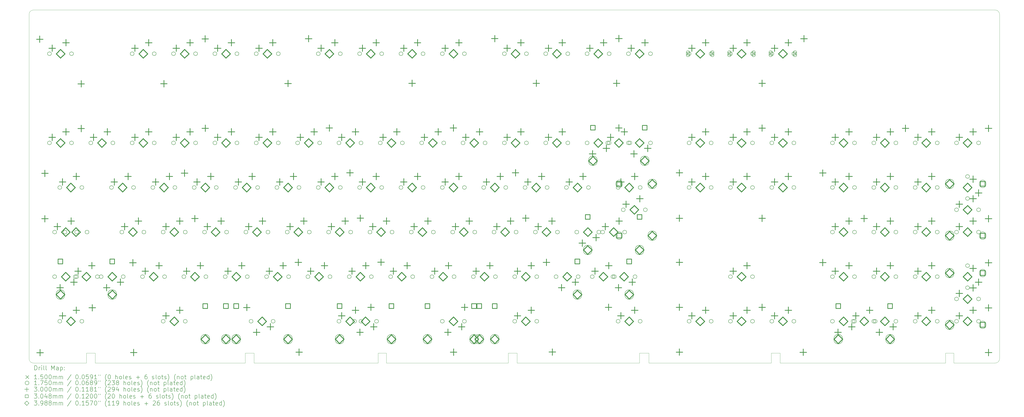
<source format=gbr>
%TF.GenerationSoftware,KiCad,Pcbnew,7.0.7*%
%TF.CreationDate,2023-09-16T21:05:03-07:00*%
%TF.ProjectId,pcb,7063622e-6b69-4636-9164-5f7063625858,rev?*%
%TF.SameCoordinates,Original*%
%TF.FileFunction,Drillmap*%
%TF.FilePolarity,Positive*%
%FSLAX45Y45*%
G04 Gerber Fmt 4.5, Leading zero omitted, Abs format (unit mm)*
G04 Created by KiCad (PCBNEW 7.0.7) date 2023-09-16 21:05:03*
%MOMM*%
%LPD*%
G01*
G04 APERTURE LIST*
%ADD10C,0.100000*%
%ADD11C,0.200000*%
%ADD12C,0.150000*%
%ADD13C,0.175000*%
%ADD14C,0.300000*%
%ADD15C,0.304800*%
%ADD16C,0.398780*%
G04 APERTURE END LIST*
D10*
X38862000Y-19405600D02*
X46482000Y-19405600D01*
X4470400Y-3124200D02*
G75*
G03*
X4267200Y-3327400I0J-203200D01*
G01*
X4267200Y-3327400D02*
X4267200Y-19202400D01*
X6908800Y-18948400D02*
X7315200Y-18948400D01*
X26746200Y-18948400D02*
X26746200Y-19405600D01*
X46482000Y-19405600D02*
X46482000Y-18948400D01*
X46482000Y-18948400D02*
X46863000Y-18948400D01*
X32385000Y-18948400D02*
X32816800Y-18948400D01*
X46863000Y-18948400D02*
X46863000Y-19405600D01*
X7315200Y-19405600D02*
X14224000Y-19405600D01*
X48768000Y-19405600D02*
G75*
G03*
X48971200Y-19202400I0J203200D01*
G01*
X32816800Y-19405600D02*
X38455600Y-19405600D01*
X14630400Y-19405600D02*
X20345400Y-19405600D01*
X26339800Y-19405600D02*
X26339800Y-18948400D01*
X38455600Y-19405600D02*
X38455600Y-18948400D01*
X32385000Y-19405600D02*
X32385000Y-18948400D01*
X6908800Y-19405600D02*
X6908800Y-18948400D01*
X48971200Y-19202400D02*
X48971200Y-3327400D01*
X7315200Y-18948400D02*
X7315200Y-19405600D01*
X20726400Y-19405600D02*
X26339800Y-19405600D01*
X14224000Y-18948400D02*
X14630400Y-18948400D01*
X38862000Y-18948400D02*
X38862000Y-19405600D01*
X38455600Y-18948400D02*
X38862000Y-18948400D01*
X48768000Y-3124200D02*
X4470400Y-3124200D01*
X46863000Y-19405600D02*
X48768000Y-19405600D01*
X4470400Y-19405600D02*
X6908800Y-19405600D01*
X26746200Y-19405600D02*
X32385000Y-19405600D01*
X14630400Y-18948400D02*
X14630400Y-19405600D01*
X14224000Y-19405600D02*
X14224000Y-18948400D01*
X4267200Y-19202400D02*
G75*
G03*
X4470400Y-19405600I203200J0D01*
G01*
X26339800Y-18948400D02*
X26746200Y-18948400D01*
X20345400Y-19405600D02*
X20345400Y-18948400D01*
X20726400Y-18948400D02*
X20726400Y-19405600D01*
X32816800Y-18948400D02*
X32816800Y-19405600D01*
X20345400Y-18948400D02*
X20726400Y-18948400D01*
X48971200Y-3327400D02*
G75*
G03*
X48768000Y-3124200I-203200J0D01*
G01*
D11*
D12*
X34543350Y-5065006D02*
X34693350Y-5215006D01*
X34693350Y-5065006D02*
X34543350Y-5215006D01*
D11*
X34693350Y-5205006D02*
X34693350Y-5075006D01*
X34693350Y-5075006D02*
G75*
G03*
X34543350Y-5075006I-75000J0D01*
G01*
X34543350Y-5075006D02*
X34543350Y-5205006D01*
X34543350Y-5205006D02*
G75*
G03*
X34693350Y-5205006I75000J0D01*
G01*
D12*
X35663350Y-5065006D02*
X35813350Y-5215006D01*
X35813350Y-5065006D02*
X35663350Y-5215006D01*
D11*
X35813350Y-5205006D02*
X35813350Y-5075006D01*
X35813350Y-5075006D02*
G75*
G03*
X35663350Y-5075006I-75000J0D01*
G01*
X35663350Y-5075006D02*
X35663350Y-5205006D01*
X35663350Y-5205006D02*
G75*
G03*
X35813350Y-5205006I75000J0D01*
G01*
D12*
X36448350Y-5065006D02*
X36598350Y-5215006D01*
X36598350Y-5065006D02*
X36448350Y-5215006D01*
D11*
X36598350Y-5205006D02*
X36598350Y-5075006D01*
X36598350Y-5075006D02*
G75*
G03*
X36448350Y-5075006I-75000J0D01*
G01*
X36448350Y-5075006D02*
X36448350Y-5205006D01*
X36448350Y-5205006D02*
G75*
G03*
X36598350Y-5205006I75000J0D01*
G01*
D12*
X37568350Y-5065006D02*
X37718350Y-5215006D01*
X37718350Y-5065006D02*
X37568350Y-5215006D01*
D11*
X37718350Y-5205006D02*
X37718350Y-5075006D01*
X37718350Y-5075006D02*
G75*
G03*
X37568350Y-5075006I-75000J0D01*
G01*
X37568350Y-5075006D02*
X37568350Y-5205006D01*
X37568350Y-5205006D02*
G75*
G03*
X37718350Y-5205006I75000J0D01*
G01*
D12*
X38353350Y-5065006D02*
X38503350Y-5215006D01*
X38503350Y-5065006D02*
X38353350Y-5215006D01*
D11*
X38503350Y-5205006D02*
X38503350Y-5075006D01*
X38503350Y-5075006D02*
G75*
G03*
X38353350Y-5075006I-75000J0D01*
G01*
X38353350Y-5075006D02*
X38353350Y-5205006D01*
X38353350Y-5205006D02*
G75*
G03*
X38503350Y-5205006I75000J0D01*
G01*
D12*
X39473350Y-5065006D02*
X39623350Y-5215006D01*
X39623350Y-5065006D02*
X39473350Y-5215006D01*
D11*
X39623350Y-5205006D02*
X39623350Y-5075006D01*
X39623350Y-5075006D02*
G75*
G03*
X39473350Y-5075006I-75000J0D01*
G01*
X39473350Y-5075006D02*
X39473350Y-5205006D01*
X39473350Y-5205006D02*
G75*
G03*
X39623350Y-5205006I75000J0D01*
G01*
D13*
X5294500Y-5140006D02*
G75*
G03*
X5294500Y-5140006I-87500J0D01*
G01*
X5294500Y-9252010D02*
G75*
G03*
X5294500Y-9252010I-87500J0D01*
G01*
X5532625Y-13364013D02*
G75*
G03*
X5532625Y-13364013I-87500J0D01*
G01*
X5532625Y-15420016D02*
G75*
G03*
X5532625Y-15420016I-87500J0D01*
G01*
X5770750Y-11308012D02*
G75*
G03*
X5770750Y-11308012I-87500J0D01*
G01*
X5770750Y-17476019D02*
G75*
G03*
X5770750Y-17476019I-87500J0D01*
G01*
X6008875Y-13364013D02*
G75*
G03*
X6008875Y-13364013I-87500J0D01*
G01*
X6310500Y-5140006D02*
G75*
G03*
X6310500Y-5140006I-87500J0D01*
G01*
X6310500Y-9252010D02*
G75*
G03*
X6310500Y-9252010I-87500J0D01*
G01*
X6485125Y-15420015D02*
G75*
G03*
X6485125Y-15420015I-87500J0D01*
G01*
X6548625Y-13364013D02*
G75*
G03*
X6548625Y-13364013I-87500J0D01*
G01*
X6548625Y-15420016D02*
G75*
G03*
X6548625Y-15420016I-87500J0D01*
G01*
X6786750Y-11308012D02*
G75*
G03*
X6786750Y-11308012I-87500J0D01*
G01*
X6786750Y-17476019D02*
G75*
G03*
X6786750Y-17476019I-87500J0D01*
G01*
X7024875Y-13364013D02*
G75*
G03*
X7024875Y-13364013I-87500J0D01*
G01*
X7199500Y-9252010D02*
G75*
G03*
X7199500Y-9252010I-87500J0D01*
G01*
X7501125Y-15420015D02*
G75*
G03*
X7501125Y-15420015I-87500J0D01*
G01*
X7675750Y-15420016D02*
G75*
G03*
X7675750Y-15420016I-87500J0D01*
G01*
X8152000Y-11308012D02*
G75*
G03*
X8152000Y-11308012I-87500J0D01*
G01*
X8215500Y-9252010D02*
G75*
G03*
X8215500Y-9252010I-87500J0D01*
G01*
X8628250Y-13364014D02*
G75*
G03*
X8628250Y-13364014I-87500J0D01*
G01*
X8691750Y-15420016D02*
G75*
G03*
X8691750Y-15420016I-87500J0D01*
G01*
X9104500Y-5140006D02*
G75*
G03*
X9104500Y-5140006I-87500J0D01*
G01*
X9104500Y-9252010D02*
G75*
G03*
X9104500Y-9252010I-87500J0D01*
G01*
X9168000Y-11308012D02*
G75*
G03*
X9168000Y-11308012I-87500J0D01*
G01*
X9580750Y-15420016D02*
G75*
G03*
X9580750Y-15420016I-87500J0D01*
G01*
X9644250Y-13364014D02*
G75*
G03*
X9644250Y-13364014I-87500J0D01*
G01*
X10057000Y-11308012D02*
G75*
G03*
X10057000Y-11308012I-87500J0D01*
G01*
X10120500Y-5140006D02*
G75*
G03*
X10120500Y-5140006I-87500J0D01*
G01*
X10120500Y-9252010D02*
G75*
G03*
X10120500Y-9252010I-87500J0D01*
G01*
X10533250Y-13364014D02*
G75*
G03*
X10533250Y-13364014I-87500J0D01*
G01*
X10533250Y-17476019D02*
G75*
G03*
X10533250Y-17476019I-87500J0D01*
G01*
X10596750Y-15420016D02*
G75*
G03*
X10596750Y-15420016I-87500J0D01*
G01*
X11009500Y-5140006D02*
G75*
G03*
X11009500Y-5140006I-87500J0D01*
G01*
X11009500Y-9252010D02*
G75*
G03*
X11009500Y-9252010I-87500J0D01*
G01*
X11073000Y-11308012D02*
G75*
G03*
X11073000Y-11308012I-87500J0D01*
G01*
X11485750Y-15420016D02*
G75*
G03*
X11485750Y-15420016I-87500J0D01*
G01*
X11549250Y-13364014D02*
G75*
G03*
X11549250Y-13364014I-87500J0D01*
G01*
X11549250Y-17476019D02*
G75*
G03*
X11549250Y-17476019I-87500J0D01*
G01*
X11962000Y-11308012D02*
G75*
G03*
X11962000Y-11308012I-87500J0D01*
G01*
X12025500Y-5140006D02*
G75*
G03*
X12025500Y-5140006I-87500J0D01*
G01*
X12025500Y-9252010D02*
G75*
G03*
X12025500Y-9252010I-87500J0D01*
G01*
X12438250Y-13364014D02*
G75*
G03*
X12438250Y-13364014I-87500J0D01*
G01*
X12501750Y-15420016D02*
G75*
G03*
X12501750Y-15420016I-87500J0D01*
G01*
X12914500Y-5140006D02*
G75*
G03*
X12914500Y-5140006I-87500J0D01*
G01*
X12914500Y-9252010D02*
G75*
G03*
X12914500Y-9252010I-87500J0D01*
G01*
X12978000Y-11308012D02*
G75*
G03*
X12978000Y-11308012I-87500J0D01*
G01*
X13390750Y-15420016D02*
G75*
G03*
X13390750Y-15420016I-87500J0D01*
G01*
X13454250Y-13364014D02*
G75*
G03*
X13454250Y-13364014I-87500J0D01*
G01*
X13867000Y-11308012D02*
G75*
G03*
X13867000Y-11308012I-87500J0D01*
G01*
X13930500Y-5140006D02*
G75*
G03*
X13930500Y-5140006I-87500J0D01*
G01*
X13930500Y-9252010D02*
G75*
G03*
X13930500Y-9252010I-87500J0D01*
G01*
X14343250Y-13364014D02*
G75*
G03*
X14343250Y-13364014I-87500J0D01*
G01*
X14406750Y-15420016D02*
G75*
G03*
X14406750Y-15420016I-87500J0D01*
G01*
X14581375Y-17476017D02*
G75*
G03*
X14581375Y-17476017I-87500J0D01*
G01*
X14819500Y-5140006D02*
G75*
G03*
X14819500Y-5140006I-87500J0D01*
G01*
X14819500Y-9252010D02*
G75*
G03*
X14819500Y-9252010I-87500J0D01*
G01*
X14883000Y-11308012D02*
G75*
G03*
X14883000Y-11308012I-87500J0D01*
G01*
X15295750Y-15420016D02*
G75*
G03*
X15295750Y-15420016I-87500J0D01*
G01*
X15359250Y-13364014D02*
G75*
G03*
X15359250Y-13364014I-87500J0D01*
G01*
X15597375Y-17476017D02*
G75*
G03*
X15597375Y-17476017I-87500J0D01*
G01*
X15772000Y-11308012D02*
G75*
G03*
X15772000Y-11308012I-87500J0D01*
G01*
X15835500Y-5140006D02*
G75*
G03*
X15835500Y-5140006I-87500J0D01*
G01*
X15835500Y-9252010D02*
G75*
G03*
X15835500Y-9252010I-87500J0D01*
G01*
X16248250Y-13364014D02*
G75*
G03*
X16248250Y-13364014I-87500J0D01*
G01*
X16311750Y-15420016D02*
G75*
G03*
X16311750Y-15420016I-87500J0D01*
G01*
X16724500Y-9252010D02*
G75*
G03*
X16724500Y-9252010I-87500J0D01*
G01*
X16788000Y-11308012D02*
G75*
G03*
X16788000Y-11308012I-87500J0D01*
G01*
X17200750Y-15420016D02*
G75*
G03*
X17200750Y-15420016I-87500J0D01*
G01*
X17264250Y-13364014D02*
G75*
G03*
X17264250Y-13364014I-87500J0D01*
G01*
X17677000Y-5140006D02*
G75*
G03*
X17677000Y-5140006I-87500J0D01*
G01*
X17677000Y-11308012D02*
G75*
G03*
X17677000Y-11308012I-87500J0D01*
G01*
X17740500Y-9252010D02*
G75*
G03*
X17740500Y-9252010I-87500J0D01*
G01*
X18153250Y-13364014D02*
G75*
G03*
X18153250Y-13364014I-87500J0D01*
G01*
X18216750Y-15420016D02*
G75*
G03*
X18216750Y-15420016I-87500J0D01*
G01*
X18629500Y-9252010D02*
G75*
G03*
X18629500Y-9252010I-87500J0D01*
G01*
X18629500Y-17476017D02*
G75*
G03*
X18629500Y-17476017I-87500J0D01*
G01*
X18693000Y-5140006D02*
G75*
G03*
X18693000Y-5140006I-87500J0D01*
G01*
X18693000Y-11308012D02*
G75*
G03*
X18693000Y-11308012I-87500J0D01*
G01*
X19105750Y-15420016D02*
G75*
G03*
X19105750Y-15420016I-87500J0D01*
G01*
X19169250Y-13364014D02*
G75*
G03*
X19169250Y-13364014I-87500J0D01*
G01*
X19343875Y-17476017D02*
G75*
G03*
X19343875Y-17476017I-87500J0D01*
G01*
X19582000Y-5140006D02*
G75*
G03*
X19582000Y-5140006I-87500J0D01*
G01*
X19582000Y-11308012D02*
G75*
G03*
X19582000Y-11308012I-87500J0D01*
G01*
X19645500Y-9252010D02*
G75*
G03*
X19645500Y-9252010I-87500J0D01*
G01*
X19645500Y-17476017D02*
G75*
G03*
X19645500Y-17476017I-87500J0D01*
G01*
X20058250Y-13364014D02*
G75*
G03*
X20058250Y-13364014I-87500J0D01*
G01*
X20121750Y-15420016D02*
G75*
G03*
X20121750Y-15420016I-87500J0D01*
G01*
X20359875Y-17476017D02*
G75*
G03*
X20359875Y-17476017I-87500J0D01*
G01*
X20534500Y-9252010D02*
G75*
G03*
X20534500Y-9252010I-87500J0D01*
G01*
X20598000Y-5140006D02*
G75*
G03*
X20598000Y-5140006I-87500J0D01*
G01*
X20598000Y-11308012D02*
G75*
G03*
X20598000Y-11308012I-87500J0D01*
G01*
X21010750Y-15420016D02*
G75*
G03*
X21010750Y-15420016I-87500J0D01*
G01*
X21074250Y-13364014D02*
G75*
G03*
X21074250Y-13364014I-87500J0D01*
G01*
X21487000Y-5140006D02*
G75*
G03*
X21487000Y-5140006I-87500J0D01*
G01*
X21487000Y-11308012D02*
G75*
G03*
X21487000Y-11308012I-87500J0D01*
G01*
X21550500Y-9252010D02*
G75*
G03*
X21550500Y-9252010I-87500J0D01*
G01*
X21963250Y-13364014D02*
G75*
G03*
X21963250Y-13364014I-87500J0D01*
G01*
X22026750Y-15420016D02*
G75*
G03*
X22026750Y-15420016I-87500J0D01*
G01*
X22439500Y-9252010D02*
G75*
G03*
X22439500Y-9252010I-87500J0D01*
G01*
X22503000Y-5140006D02*
G75*
G03*
X22503000Y-5140006I-87500J0D01*
G01*
X22503000Y-11308012D02*
G75*
G03*
X22503000Y-11308012I-87500J0D01*
G01*
X22915750Y-15420016D02*
G75*
G03*
X22915750Y-15420016I-87500J0D01*
G01*
X22979250Y-13364014D02*
G75*
G03*
X22979250Y-13364014I-87500J0D01*
G01*
X23392000Y-5140006D02*
G75*
G03*
X23392000Y-5140006I-87500J0D01*
G01*
X23392000Y-11308012D02*
G75*
G03*
X23392000Y-11308012I-87500J0D01*
G01*
X23392000Y-17476017D02*
G75*
G03*
X23392000Y-17476017I-87500J0D01*
G01*
X23455500Y-9252010D02*
G75*
G03*
X23455500Y-9252010I-87500J0D01*
G01*
X23868250Y-13364014D02*
G75*
G03*
X23868250Y-13364014I-87500J0D01*
G01*
X23931750Y-15420016D02*
G75*
G03*
X23931750Y-15420016I-87500J0D01*
G01*
X24344500Y-9252010D02*
G75*
G03*
X24344500Y-9252010I-87500J0D01*
G01*
X24408000Y-5140006D02*
G75*
G03*
X24408000Y-5140006I-87500J0D01*
G01*
X24408000Y-11308012D02*
G75*
G03*
X24408000Y-11308012I-87500J0D01*
G01*
X24408000Y-17476017D02*
G75*
G03*
X24408000Y-17476017I-87500J0D01*
G01*
X24820750Y-15420016D02*
G75*
G03*
X24820750Y-15420016I-87500J0D01*
G01*
X24884250Y-13364014D02*
G75*
G03*
X24884250Y-13364014I-87500J0D01*
G01*
X25297000Y-11308012D02*
G75*
G03*
X25297000Y-11308012I-87500J0D01*
G01*
X25360500Y-9252010D02*
G75*
G03*
X25360500Y-9252010I-87500J0D01*
G01*
X25773250Y-13364014D02*
G75*
G03*
X25773250Y-13364014I-87500J0D01*
G01*
X25836750Y-15420016D02*
G75*
G03*
X25836750Y-15420016I-87500J0D01*
G01*
X26249500Y-5140006D02*
G75*
G03*
X26249500Y-5140006I-87500J0D01*
G01*
X26249500Y-9252010D02*
G75*
G03*
X26249500Y-9252010I-87500J0D01*
G01*
X26313000Y-11308012D02*
G75*
G03*
X26313000Y-11308012I-87500J0D01*
G01*
X26725750Y-15420016D02*
G75*
G03*
X26725750Y-15420016I-87500J0D01*
G01*
X26725750Y-17476019D02*
G75*
G03*
X26725750Y-17476019I-87500J0D01*
G01*
X26789250Y-13364014D02*
G75*
G03*
X26789250Y-13364014I-87500J0D01*
G01*
X27202000Y-11308012D02*
G75*
G03*
X27202000Y-11308012I-87500J0D01*
G01*
X27265500Y-5140006D02*
G75*
G03*
X27265500Y-5140006I-87500J0D01*
G01*
X27265500Y-9252010D02*
G75*
G03*
X27265500Y-9252010I-87500J0D01*
G01*
X27678250Y-13364014D02*
G75*
G03*
X27678250Y-13364014I-87500J0D01*
G01*
X27741750Y-15420016D02*
G75*
G03*
X27741750Y-15420016I-87500J0D01*
G01*
X27741750Y-17476019D02*
G75*
G03*
X27741750Y-17476019I-87500J0D01*
G01*
X28154500Y-5140006D02*
G75*
G03*
X28154500Y-5140006I-87500J0D01*
G01*
X28154500Y-9252010D02*
G75*
G03*
X28154500Y-9252010I-87500J0D01*
G01*
X28218000Y-11308012D02*
G75*
G03*
X28218000Y-11308012I-87500J0D01*
G01*
X28630750Y-15420015D02*
G75*
G03*
X28630750Y-15420015I-87500J0D01*
G01*
X28694250Y-13364014D02*
G75*
G03*
X28694250Y-13364014I-87500J0D01*
G01*
X29107000Y-11308012D02*
G75*
G03*
X29107000Y-11308012I-87500J0D01*
G01*
X29170500Y-5140006D02*
G75*
G03*
X29170500Y-5140006I-87500J0D01*
G01*
X29170500Y-9252010D02*
G75*
G03*
X29170500Y-9252010I-87500J0D01*
G01*
X29583250Y-13364014D02*
G75*
G03*
X29583250Y-13364014I-87500J0D01*
G01*
X29646750Y-15420015D02*
G75*
G03*
X29646750Y-15420015I-87500J0D01*
G01*
X30059500Y-5140006D02*
G75*
G03*
X30059500Y-5140006I-87500J0D01*
G01*
X30059500Y-9252009D02*
G75*
G03*
X30059500Y-9252009I-87500J0D01*
G01*
X30123000Y-11308012D02*
G75*
G03*
X30123000Y-11308012I-87500J0D01*
G01*
X30297625Y-15420015D02*
G75*
G03*
X30297625Y-15420015I-87500J0D01*
G01*
X30599250Y-13364014D02*
G75*
G03*
X30599250Y-13364014I-87500J0D01*
G01*
X30773875Y-13364013D02*
G75*
G03*
X30773875Y-13364013I-87500J0D01*
G01*
X31012000Y-9252009D02*
G75*
G03*
X31012000Y-9252009I-87500J0D01*
G01*
X31075500Y-5140006D02*
G75*
G03*
X31075500Y-5140006I-87500J0D01*
G01*
X31075500Y-9252009D02*
G75*
G03*
X31075500Y-9252009I-87500J0D01*
G01*
X31250125Y-15420015D02*
G75*
G03*
X31250125Y-15420015I-87500J0D01*
G01*
X31313625Y-15420015D02*
G75*
G03*
X31313625Y-15420015I-87500J0D01*
G01*
X31488250Y-11308012D02*
G75*
G03*
X31488250Y-11308012I-87500J0D01*
G01*
X31488250Y-17476019D02*
G75*
G03*
X31488250Y-17476019I-87500J0D01*
G01*
X31726375Y-12336012D02*
G75*
G03*
X31726375Y-12336012I-87500J0D01*
G01*
X31789875Y-13364013D02*
G75*
G03*
X31789875Y-13364013I-87500J0D01*
G01*
X31964500Y-5140006D02*
G75*
G03*
X31964500Y-5140006I-87500J0D01*
G01*
X31964500Y-9252010D02*
G75*
G03*
X31964500Y-9252010I-87500J0D01*
G01*
X32028000Y-9252009D02*
G75*
G03*
X32028000Y-9252009I-87500J0D01*
G01*
X32266125Y-15420015D02*
G75*
G03*
X32266125Y-15420015I-87500J0D01*
G01*
X32504250Y-11308012D02*
G75*
G03*
X32504250Y-11308012I-87500J0D01*
G01*
X32504250Y-17476019D02*
G75*
G03*
X32504250Y-17476019I-87500J0D01*
G01*
X32742375Y-12336012D02*
G75*
G03*
X32742375Y-12336012I-87500J0D01*
G01*
X32980500Y-5140006D02*
G75*
G03*
X32980500Y-5140006I-87500J0D01*
G01*
X32980500Y-9252010D02*
G75*
G03*
X32980500Y-9252010I-87500J0D01*
G01*
X34757850Y-5140006D02*
G75*
G03*
X34757850Y-5140006I-87500J0D01*
G01*
X34757850Y-9252010D02*
G75*
G03*
X34757850Y-9252010I-87500J0D01*
G01*
X34757850Y-11308012D02*
G75*
G03*
X34757850Y-11308012I-87500J0D01*
G01*
X34757850Y-17476019D02*
G75*
G03*
X34757850Y-17476019I-87500J0D01*
G01*
X35773850Y-5140006D02*
G75*
G03*
X35773850Y-5140006I-87500J0D01*
G01*
X35773850Y-9252010D02*
G75*
G03*
X35773850Y-9252010I-87500J0D01*
G01*
X35773850Y-11308012D02*
G75*
G03*
X35773850Y-11308012I-87500J0D01*
G01*
X35773850Y-17476019D02*
G75*
G03*
X35773850Y-17476019I-87500J0D01*
G01*
X36662850Y-5140006D02*
G75*
G03*
X36662850Y-5140006I-87500J0D01*
G01*
X36662850Y-9252010D02*
G75*
G03*
X36662850Y-9252010I-87500J0D01*
G01*
X36662850Y-11308012D02*
G75*
G03*
X36662850Y-11308012I-87500J0D01*
G01*
X36662850Y-15420017D02*
G75*
G03*
X36662850Y-15420017I-87500J0D01*
G01*
X36662850Y-17476019D02*
G75*
G03*
X36662850Y-17476019I-87500J0D01*
G01*
X37678850Y-5140006D02*
G75*
G03*
X37678850Y-5140006I-87500J0D01*
G01*
X37678850Y-9252010D02*
G75*
G03*
X37678850Y-9252010I-87500J0D01*
G01*
X37678850Y-11308012D02*
G75*
G03*
X37678850Y-11308012I-87500J0D01*
G01*
X37678850Y-15420017D02*
G75*
G03*
X37678850Y-15420017I-87500J0D01*
G01*
X37678850Y-17476019D02*
G75*
G03*
X37678850Y-17476019I-87500J0D01*
G01*
X38567850Y-5140006D02*
G75*
G03*
X38567850Y-5140006I-87500J0D01*
G01*
X38567850Y-9252010D02*
G75*
G03*
X38567850Y-9252010I-87500J0D01*
G01*
X38567850Y-11308012D02*
G75*
G03*
X38567850Y-11308012I-87500J0D01*
G01*
X38567850Y-17476019D02*
G75*
G03*
X38567850Y-17476019I-87500J0D01*
G01*
X39583850Y-5140006D02*
G75*
G03*
X39583850Y-5140006I-87500J0D01*
G01*
X39583850Y-9252010D02*
G75*
G03*
X39583850Y-9252010I-87500J0D01*
G01*
X39583850Y-11308012D02*
G75*
G03*
X39583850Y-11308012I-87500J0D01*
G01*
X39583850Y-17476019D02*
G75*
G03*
X39583850Y-17476019I-87500J0D01*
G01*
X41361200Y-9252010D02*
G75*
G03*
X41361200Y-9252010I-87500J0D01*
G01*
X41361200Y-11308012D02*
G75*
G03*
X41361200Y-11308012I-87500J0D01*
G01*
X41361200Y-13364014D02*
G75*
G03*
X41361200Y-13364014I-87500J0D01*
G01*
X41361200Y-15420016D02*
G75*
G03*
X41361200Y-15420016I-87500J0D01*
G01*
X41361200Y-17476018D02*
G75*
G03*
X41361200Y-17476018I-87500J0D01*
G01*
X42313700Y-17476018D02*
G75*
G03*
X42313700Y-17476018I-87500J0D01*
G01*
X42377200Y-9252010D02*
G75*
G03*
X42377200Y-9252010I-87500J0D01*
G01*
X42377200Y-11308012D02*
G75*
G03*
X42377200Y-11308012I-87500J0D01*
G01*
X42377200Y-13364014D02*
G75*
G03*
X42377200Y-13364014I-87500J0D01*
G01*
X42377200Y-15420016D02*
G75*
G03*
X42377200Y-15420016I-87500J0D01*
G01*
X42377200Y-17476018D02*
G75*
G03*
X42377200Y-17476018I-87500J0D01*
G01*
X43266200Y-9252010D02*
G75*
G03*
X43266200Y-9252010I-87500J0D01*
G01*
X43266200Y-11308012D02*
G75*
G03*
X43266200Y-11308012I-87500J0D01*
G01*
X43266200Y-13364014D02*
G75*
G03*
X43266200Y-13364014I-87500J0D01*
G01*
X43266200Y-15420016D02*
G75*
G03*
X43266200Y-15420016I-87500J0D01*
G01*
X43266200Y-17476018D02*
G75*
G03*
X43266200Y-17476018I-87500J0D01*
G01*
X43329700Y-17476018D02*
G75*
G03*
X43329700Y-17476018I-87500J0D01*
G01*
X44282200Y-9252010D02*
G75*
G03*
X44282200Y-9252010I-87500J0D01*
G01*
X44282200Y-11308012D02*
G75*
G03*
X44282200Y-11308012I-87500J0D01*
G01*
X44282200Y-13364014D02*
G75*
G03*
X44282200Y-13364014I-87500J0D01*
G01*
X44282200Y-15420016D02*
G75*
G03*
X44282200Y-15420016I-87500J0D01*
G01*
X44282200Y-17476018D02*
G75*
G03*
X44282200Y-17476018I-87500J0D01*
G01*
X45171200Y-9252010D02*
G75*
G03*
X45171200Y-9252010I-87500J0D01*
G01*
X45171200Y-11308012D02*
G75*
G03*
X45171200Y-11308012I-87500J0D01*
G01*
X45171200Y-13364014D02*
G75*
G03*
X45171200Y-13364014I-87500J0D01*
G01*
X45171200Y-15420016D02*
G75*
G03*
X45171200Y-15420016I-87500J0D01*
G01*
X45171200Y-17476019D02*
G75*
G03*
X45171200Y-17476019I-87500J0D01*
G01*
X46187200Y-9252010D02*
G75*
G03*
X46187200Y-9252010I-87500J0D01*
G01*
X46187200Y-11308012D02*
G75*
G03*
X46187200Y-11308012I-87500J0D01*
G01*
X46187200Y-13364014D02*
G75*
G03*
X46187200Y-13364014I-87500J0D01*
G01*
X46187200Y-15420016D02*
G75*
G03*
X46187200Y-15420016I-87500J0D01*
G01*
X46187200Y-17476019D02*
G75*
G03*
X46187200Y-17476019I-87500J0D01*
G01*
X47076200Y-9252010D02*
G75*
G03*
X47076200Y-9252010I-87500J0D01*
G01*
X47076200Y-12336013D02*
G75*
G03*
X47076200Y-12336013I-87500J0D01*
G01*
X47076200Y-13364014D02*
G75*
G03*
X47076200Y-13364014I-87500J0D01*
G01*
X47076200Y-16448018D02*
G75*
G03*
X47076200Y-16448018I-87500J0D01*
G01*
X47076200Y-17476019D02*
G75*
G03*
X47076200Y-17476019I-87500J0D01*
G01*
X47584200Y-10800011D02*
G75*
G03*
X47584200Y-10800011I-87500J0D01*
G01*
X47584200Y-11816011D02*
G75*
G03*
X47584200Y-11816011I-87500J0D01*
G01*
X47584200Y-14912016D02*
G75*
G03*
X47584200Y-14912016I-87500J0D01*
G01*
X47584200Y-15928016D02*
G75*
G03*
X47584200Y-15928016I-87500J0D01*
G01*
X48092200Y-9252010D02*
G75*
G03*
X48092200Y-9252010I-87500J0D01*
G01*
X48092200Y-12336013D02*
G75*
G03*
X48092200Y-12336013I-87500J0D01*
G01*
X48092200Y-13364014D02*
G75*
G03*
X48092200Y-13364014I-87500J0D01*
G01*
X48092200Y-16448018D02*
G75*
G03*
X48092200Y-16448018I-87500J0D01*
G01*
X48092200Y-17476019D02*
G75*
G03*
X48092200Y-17476019I-87500J0D01*
G01*
D14*
X4762000Y-4323000D02*
X4762000Y-4623000D01*
X4612000Y-4473000D02*
X4912000Y-4473000D01*
X4773000Y-18774000D02*
X4773000Y-19074000D01*
X4623000Y-18924000D02*
X4923000Y-18924000D01*
X4997000Y-12600000D02*
X4997000Y-12900000D01*
X4847000Y-12750000D02*
X5147000Y-12750000D01*
X4999000Y-10509000D02*
X4999000Y-10809000D01*
X4849000Y-10659000D02*
X5149000Y-10659000D01*
X5334000Y-4736006D02*
X5334000Y-5036006D01*
X5184000Y-4886006D02*
X5484000Y-4886006D01*
X5334000Y-8848010D02*
X5334000Y-9148010D01*
X5184000Y-8998010D02*
X5484000Y-8998010D01*
X5572125Y-12960013D02*
X5572125Y-13260013D01*
X5422125Y-13110013D02*
X5722125Y-13110013D01*
X5699125Y-15778016D02*
X5699125Y-16078016D01*
X5549125Y-15928016D02*
X5849125Y-15928016D01*
X5810250Y-10904012D02*
X5810250Y-11204012D01*
X5660250Y-11054012D02*
X5960250Y-11054012D01*
X5810250Y-17072019D02*
X5810250Y-17372019D01*
X5660250Y-17222019D02*
X5960250Y-17222019D01*
X5969000Y-4482006D02*
X5969000Y-4782006D01*
X5819000Y-4632006D02*
X6119000Y-4632006D01*
X5969000Y-8594010D02*
X5969000Y-8894010D01*
X5819000Y-8744010D02*
X6119000Y-8744010D01*
X6207125Y-12706013D02*
X6207125Y-13006013D01*
X6057125Y-12856013D02*
X6357125Y-12856013D01*
X6334125Y-15524016D02*
X6334125Y-15824016D01*
X6184125Y-15674016D02*
X6484125Y-15674016D01*
X6445250Y-10650012D02*
X6445250Y-10950012D01*
X6295250Y-10800012D02*
X6595250Y-10800012D01*
X6445250Y-16818019D02*
X6445250Y-17118019D01*
X6295250Y-16968019D02*
X6595250Y-16968019D01*
X6524625Y-15016015D02*
X6524625Y-15316015D01*
X6374625Y-15166015D02*
X6674625Y-15166015D01*
X6668000Y-6380000D02*
X6668000Y-6680000D01*
X6518000Y-6530000D02*
X6818000Y-6530000D01*
X6668000Y-8439000D02*
X6668000Y-8739000D01*
X6518000Y-8589000D02*
X6818000Y-8589000D01*
X7159625Y-14762015D02*
X7159625Y-15062015D01*
X7009625Y-14912015D02*
X7309625Y-14912015D01*
X7178000Y-16706000D02*
X7178000Y-17006000D01*
X7028000Y-16856000D02*
X7328000Y-16856000D01*
X7239000Y-8848010D02*
X7239000Y-9148010D01*
X7089000Y-8998010D02*
X7389000Y-8998010D01*
X7842250Y-15778016D02*
X7842250Y-16078016D01*
X7692250Y-15928016D02*
X7992250Y-15928016D01*
X7874000Y-8594010D02*
X7874000Y-8894010D01*
X7724000Y-8744010D02*
X8024000Y-8744010D01*
X8191500Y-10904012D02*
X8191500Y-11204012D01*
X8041500Y-11054012D02*
X8341500Y-11054012D01*
X8477250Y-15524016D02*
X8477250Y-15824016D01*
X8327250Y-15674016D02*
X8627250Y-15674016D01*
X8667750Y-12960014D02*
X8667750Y-13260014D01*
X8517750Y-13110014D02*
X8817750Y-13110014D01*
X8826500Y-10650012D02*
X8826500Y-10950012D01*
X8676500Y-10800012D02*
X8976500Y-10800012D01*
X9049000Y-14631000D02*
X9049000Y-14931000D01*
X8899000Y-14781000D02*
X9199000Y-14781000D01*
X9087000Y-18768000D02*
X9087000Y-19068000D01*
X8937000Y-18918000D02*
X9237000Y-18918000D01*
X9144000Y-4736006D02*
X9144000Y-5036006D01*
X8994000Y-4886006D02*
X9294000Y-4886006D01*
X9144000Y-8848010D02*
X9144000Y-9148010D01*
X8994000Y-8998010D02*
X9294000Y-8998010D01*
X9302750Y-12706014D02*
X9302750Y-13006014D01*
X9152750Y-12856014D02*
X9452750Y-12856014D01*
X9620250Y-15016016D02*
X9620250Y-15316016D01*
X9470250Y-15166016D02*
X9770250Y-15166016D01*
X9779000Y-4482006D02*
X9779000Y-4782006D01*
X9629000Y-4632006D02*
X9929000Y-4632006D01*
X9779000Y-8594010D02*
X9779000Y-8894010D01*
X9629000Y-8744010D02*
X9929000Y-8744010D01*
X10096500Y-10904012D02*
X10096500Y-11204012D01*
X9946500Y-11054012D02*
X10246500Y-11054012D01*
X10255250Y-14762016D02*
X10255250Y-15062016D01*
X10105250Y-14912016D02*
X10405250Y-14912016D01*
X10479000Y-6373000D02*
X10479000Y-6673000D01*
X10329000Y-6523000D02*
X10629000Y-6523000D01*
X10572750Y-12960014D02*
X10572750Y-13260014D01*
X10422750Y-13110014D02*
X10722750Y-13110014D01*
X10572750Y-17072019D02*
X10572750Y-17372019D01*
X10422750Y-17222019D02*
X10722750Y-17222019D01*
X10731500Y-10650012D02*
X10731500Y-10950012D01*
X10581500Y-10800012D02*
X10881500Y-10800012D01*
X11049000Y-4736006D02*
X11049000Y-5036006D01*
X10899000Y-4886006D02*
X11199000Y-4886006D01*
X11049000Y-8848010D02*
X11049000Y-9148010D01*
X10899000Y-8998010D02*
X11199000Y-8998010D01*
X11207750Y-12706014D02*
X11207750Y-13006014D01*
X11057750Y-12856014D02*
X11357750Y-12856014D01*
X11207750Y-16818019D02*
X11207750Y-17118019D01*
X11057750Y-16968019D02*
X11357750Y-16968019D01*
X11431000Y-10497000D02*
X11431000Y-10797000D01*
X11281000Y-10647000D02*
X11581000Y-10647000D01*
X11525250Y-15016016D02*
X11525250Y-15316016D01*
X11375250Y-15166016D02*
X11675250Y-15166016D01*
X11684000Y-4482006D02*
X11684000Y-4782006D01*
X11534000Y-4632006D02*
X11834000Y-4632006D01*
X11684000Y-8594010D02*
X11684000Y-8894010D01*
X11534000Y-8744010D02*
X11834000Y-8744010D01*
X11907000Y-12592000D02*
X11907000Y-12892000D01*
X11757000Y-12742000D02*
X12057000Y-12742000D01*
X12001500Y-10904012D02*
X12001500Y-11204012D01*
X11851500Y-11054012D02*
X12151500Y-11054012D01*
X12160250Y-14762016D02*
X12160250Y-15062016D01*
X12010250Y-14912016D02*
X12310250Y-14912016D01*
X12382000Y-4306000D02*
X12382000Y-4606000D01*
X12232000Y-4456000D02*
X12532000Y-4456000D01*
X12383000Y-8429000D02*
X12383000Y-8729000D01*
X12233000Y-8579000D02*
X12533000Y-8579000D01*
X12477750Y-12960014D02*
X12477750Y-13260014D01*
X12327750Y-13110014D02*
X12627750Y-13110014D01*
X12636500Y-10650012D02*
X12636500Y-10950012D01*
X12486500Y-10800012D02*
X12786500Y-10800012D01*
X12954000Y-4736006D02*
X12954000Y-5036006D01*
X12804000Y-4886006D02*
X13104000Y-4886006D01*
X12954000Y-8848010D02*
X12954000Y-9148010D01*
X12804000Y-8998010D02*
X13104000Y-8998010D01*
X13112750Y-12706014D02*
X13112750Y-13006014D01*
X12962750Y-12856014D02*
X13262750Y-12856014D01*
X13430250Y-15016016D02*
X13430250Y-15316016D01*
X13280250Y-15166016D02*
X13580250Y-15166016D01*
X13589000Y-4482006D02*
X13589000Y-4782006D01*
X13439000Y-4632006D02*
X13739000Y-4632006D01*
X13589000Y-8594010D02*
X13589000Y-8894010D01*
X13439000Y-8744010D02*
X13739000Y-8744010D01*
X13906500Y-10904012D02*
X13906500Y-11204012D01*
X13756500Y-11054012D02*
X14056500Y-11054012D01*
X14065250Y-14762016D02*
X14065250Y-15062016D01*
X13915250Y-14912016D02*
X14215250Y-14912016D01*
X14296000Y-16692000D02*
X14296000Y-16992000D01*
X14146000Y-16842000D02*
X14446000Y-16842000D01*
X14382750Y-12960014D02*
X14382750Y-13260014D01*
X14232750Y-13110014D02*
X14532750Y-13110014D01*
X14541500Y-10650012D02*
X14541500Y-10950012D01*
X14391500Y-10800012D02*
X14691500Y-10800012D01*
X14747875Y-17834017D02*
X14747875Y-18134017D01*
X14597875Y-17984017D02*
X14897875Y-17984017D01*
X14859000Y-4736006D02*
X14859000Y-5036006D01*
X14709000Y-4886006D02*
X15009000Y-4886006D01*
X14859000Y-8848010D02*
X14859000Y-9148010D01*
X14709000Y-8998010D02*
X15009000Y-8998010D01*
X15017750Y-12706014D02*
X15017750Y-13006014D01*
X14867750Y-12856014D02*
X15167750Y-12856014D01*
X15335250Y-15016016D02*
X15335250Y-15316016D01*
X15185250Y-15166016D02*
X15485250Y-15166016D01*
X15382875Y-17580017D02*
X15382875Y-17880017D01*
X15232875Y-17730017D02*
X15532875Y-17730017D01*
X15494000Y-4482006D02*
X15494000Y-4782006D01*
X15344000Y-4632006D02*
X15644000Y-4632006D01*
X15494000Y-8594010D02*
X15494000Y-8894010D01*
X15344000Y-8744010D02*
X15644000Y-8744010D01*
X15811500Y-10904012D02*
X15811500Y-11204012D01*
X15661500Y-11054012D02*
X15961500Y-11054012D01*
X15970250Y-14762016D02*
X15970250Y-15062016D01*
X15820250Y-14912016D02*
X16120250Y-14912016D01*
X16197000Y-6362000D02*
X16197000Y-6662000D01*
X16047000Y-6512000D02*
X16347000Y-6512000D01*
X16287750Y-12960014D02*
X16287750Y-13260014D01*
X16137750Y-13110014D02*
X16437750Y-13110014D01*
X16446500Y-10650012D02*
X16446500Y-10950012D01*
X16296500Y-10800012D02*
X16596500Y-10800012D01*
X16669000Y-14614000D02*
X16669000Y-14914000D01*
X16519000Y-14764000D02*
X16819000Y-14764000D01*
X16707000Y-18751000D02*
X16707000Y-19051000D01*
X16557000Y-18901000D02*
X16857000Y-18901000D01*
X16764000Y-8848010D02*
X16764000Y-9148010D01*
X16614000Y-8998010D02*
X16914000Y-8998010D01*
X16922750Y-12706014D02*
X16922750Y-13006014D01*
X16772750Y-12856014D02*
X17072750Y-12856014D01*
X17146000Y-4298000D02*
X17146000Y-4598000D01*
X16996000Y-4448000D02*
X17296000Y-4448000D01*
X17240250Y-15016016D02*
X17240250Y-15316016D01*
X17090250Y-15166016D02*
X17390250Y-15166016D01*
X17399000Y-8594010D02*
X17399000Y-8894010D01*
X17249000Y-8744010D02*
X17549000Y-8744010D01*
X17716500Y-4736006D02*
X17716500Y-5036006D01*
X17566500Y-4886006D02*
X17866500Y-4886006D01*
X17716500Y-10904012D02*
X17716500Y-11204012D01*
X17566500Y-11054012D02*
X17866500Y-11054012D01*
X17875250Y-14762016D02*
X17875250Y-15062016D01*
X17725250Y-14912016D02*
X18025250Y-14912016D01*
X18098000Y-8417000D02*
X18098000Y-8717000D01*
X17948000Y-8567000D02*
X18248000Y-8567000D01*
X18192750Y-12960014D02*
X18192750Y-13260014D01*
X18042750Y-13110014D02*
X18342750Y-13110014D01*
X18351500Y-4482006D02*
X18351500Y-4782006D01*
X18201500Y-4632006D02*
X18501500Y-4632006D01*
X18351500Y-10650012D02*
X18351500Y-10950012D01*
X18201500Y-10800012D02*
X18501500Y-10800012D01*
X18669000Y-8848010D02*
X18669000Y-9148010D01*
X18519000Y-8998010D02*
X18819000Y-8998010D01*
X18669000Y-17072017D02*
X18669000Y-17372017D01*
X18519000Y-17222017D02*
X18819000Y-17222017D01*
X18827750Y-12706014D02*
X18827750Y-13006014D01*
X18677750Y-12856014D02*
X18977750Y-12856014D01*
X19050000Y-10483000D02*
X19050000Y-10783000D01*
X18900000Y-10633000D02*
X19200000Y-10633000D01*
X19145250Y-15016016D02*
X19145250Y-15316016D01*
X18995250Y-15166016D02*
X19295250Y-15166016D01*
X19304000Y-8594010D02*
X19304000Y-8894010D01*
X19154000Y-8744010D02*
X19454000Y-8744010D01*
X19304000Y-16818017D02*
X19304000Y-17118017D01*
X19154000Y-16968017D02*
X19454000Y-16968017D01*
X19510375Y-17834017D02*
X19510375Y-18134017D01*
X19360375Y-17984017D02*
X19660375Y-17984017D01*
X19527000Y-12576000D02*
X19527000Y-12876000D01*
X19377000Y-12726000D02*
X19677000Y-12726000D01*
X19621500Y-4736006D02*
X19621500Y-5036006D01*
X19471500Y-4886006D02*
X19771500Y-4886006D01*
X19621500Y-10904012D02*
X19621500Y-11204012D01*
X19471500Y-11054012D02*
X19771500Y-11054012D01*
X19780250Y-14762016D02*
X19780250Y-15062016D01*
X19630250Y-14912016D02*
X19930250Y-14912016D01*
X20019000Y-16683000D02*
X20019000Y-16983000D01*
X19869000Y-16833000D02*
X20169000Y-16833000D01*
X20097750Y-12960014D02*
X20097750Y-13260014D01*
X19947750Y-13110014D02*
X20247750Y-13110014D01*
X20145375Y-17580017D02*
X20145375Y-17880017D01*
X19995375Y-17730017D02*
X20295375Y-17730017D01*
X20256500Y-4482006D02*
X20256500Y-4782006D01*
X20106500Y-4632006D02*
X20406500Y-4632006D01*
X20256500Y-10650012D02*
X20256500Y-10950012D01*
X20106500Y-10800012D02*
X20406500Y-10800012D01*
X20480000Y-14608000D02*
X20480000Y-14908000D01*
X20330000Y-14758000D02*
X20630000Y-14758000D01*
X20574000Y-8848010D02*
X20574000Y-9148010D01*
X20424000Y-8998010D02*
X20724000Y-8998010D01*
X20732750Y-12706014D02*
X20732750Y-13006014D01*
X20582750Y-12856014D02*
X20882750Y-12856014D01*
X21050250Y-15016016D02*
X21050250Y-15316016D01*
X20900250Y-15166016D02*
X21200250Y-15166016D01*
X21209000Y-8594010D02*
X21209000Y-8894010D01*
X21059000Y-8744010D02*
X21359000Y-8744010D01*
X21526500Y-4736006D02*
X21526500Y-5036006D01*
X21376500Y-4886006D02*
X21676500Y-4886006D01*
X21526500Y-10904012D02*
X21526500Y-11204012D01*
X21376500Y-11054012D02*
X21676500Y-11054012D01*
X21685250Y-14762016D02*
X21685250Y-15062016D01*
X21535250Y-14912016D02*
X21835250Y-14912016D01*
X21912000Y-6355000D02*
X21912000Y-6655000D01*
X21762000Y-6505000D02*
X22062000Y-6505000D01*
X22002750Y-12960014D02*
X22002750Y-13260014D01*
X21852750Y-13110014D02*
X22152750Y-13110014D01*
X22161500Y-4482006D02*
X22161500Y-4782006D01*
X22011500Y-4632006D02*
X22311500Y-4632006D01*
X22161500Y-10650012D02*
X22161500Y-10950012D01*
X22011500Y-10800012D02*
X22311500Y-10800012D01*
X22479000Y-8848010D02*
X22479000Y-9148010D01*
X22329000Y-8998010D02*
X22629000Y-8998010D01*
X22637750Y-12706014D02*
X22637750Y-13006014D01*
X22487750Y-12856014D02*
X22787750Y-12856014D01*
X22955250Y-15016016D02*
X22955250Y-15316016D01*
X22805250Y-15166016D02*
X23105250Y-15166016D01*
X23114000Y-8594010D02*
X23114000Y-8894010D01*
X22964000Y-8744010D02*
X23264000Y-8744010D01*
X23431500Y-4736006D02*
X23431500Y-5036006D01*
X23281500Y-4886006D02*
X23581500Y-4886006D01*
X23431500Y-10904012D02*
X23431500Y-11204012D01*
X23281500Y-11054012D02*
X23581500Y-11054012D01*
X23558500Y-17834017D02*
X23558500Y-18134017D01*
X23408500Y-17984017D02*
X23708500Y-17984017D01*
X23590250Y-14762016D02*
X23590250Y-15062016D01*
X23440250Y-14912016D02*
X23740250Y-14912016D01*
X23813000Y-8416000D02*
X23813000Y-8716000D01*
X23663000Y-8566000D02*
X23963000Y-8566000D01*
X23821000Y-18751000D02*
X23821000Y-19051000D01*
X23671000Y-18901000D02*
X23971000Y-18901000D01*
X23907750Y-12960014D02*
X23907750Y-13260014D01*
X23757750Y-13110014D02*
X24057750Y-13110014D01*
X24066500Y-4482006D02*
X24066500Y-4782006D01*
X23916500Y-4632006D02*
X24216500Y-4632006D01*
X24066500Y-10650012D02*
X24066500Y-10950012D01*
X23916500Y-10800012D02*
X24216500Y-10800012D01*
X24193500Y-17580017D02*
X24193500Y-17880017D01*
X24043500Y-17730017D02*
X24343500Y-17730017D01*
X24329000Y-16684000D02*
X24329000Y-16984000D01*
X24179000Y-16834000D02*
X24479000Y-16834000D01*
X24384000Y-8848010D02*
X24384000Y-9148010D01*
X24234000Y-8998010D02*
X24534000Y-8998010D01*
X24542750Y-12706014D02*
X24542750Y-13006014D01*
X24392750Y-12856014D02*
X24692750Y-12856014D01*
X24860250Y-15016016D02*
X24860250Y-15316016D01*
X24710250Y-15166016D02*
X25010250Y-15166016D01*
X25019000Y-8594010D02*
X25019000Y-8894010D01*
X24869000Y-8744010D02*
X25169000Y-8744010D01*
X25336500Y-10904012D02*
X25336500Y-11204012D01*
X25186500Y-11054012D02*
X25486500Y-11054012D01*
X25495250Y-14762016D02*
X25495250Y-15062016D01*
X25345250Y-14912016D02*
X25645250Y-14912016D01*
X25719000Y-4295000D02*
X25719000Y-4595000D01*
X25569000Y-4445000D02*
X25869000Y-4445000D01*
X25812750Y-12960014D02*
X25812750Y-13260014D01*
X25662750Y-13110014D02*
X25962750Y-13110014D01*
X25971500Y-10650012D02*
X25971500Y-10950012D01*
X25821500Y-10800012D02*
X26121500Y-10800012D01*
X26289000Y-4736006D02*
X26289000Y-5036006D01*
X26139000Y-4886006D02*
X26439000Y-4886006D01*
X26289000Y-8848010D02*
X26289000Y-9148010D01*
X26139000Y-8998010D02*
X26439000Y-8998010D01*
X26447750Y-12706014D02*
X26447750Y-13006014D01*
X26297750Y-12856014D02*
X26597750Y-12856014D01*
X26675000Y-10481000D02*
X26675000Y-10781000D01*
X26525000Y-10631000D02*
X26825000Y-10631000D01*
X26765250Y-15016016D02*
X26765250Y-15316016D01*
X26615250Y-15166016D02*
X26915250Y-15166016D01*
X26765250Y-17072019D02*
X26765250Y-17372019D01*
X26615250Y-17222019D02*
X26915250Y-17222019D01*
X26924000Y-4482006D02*
X26924000Y-4782006D01*
X26774000Y-4632006D02*
X27074000Y-4632006D01*
X26924000Y-8594010D02*
X26924000Y-8894010D01*
X26774000Y-8744010D02*
X27074000Y-8744010D01*
X27147000Y-12574000D02*
X27147000Y-12874000D01*
X26997000Y-12724000D02*
X27297000Y-12724000D01*
X27241500Y-10904012D02*
X27241500Y-11204012D01*
X27091500Y-11054012D02*
X27391500Y-11054012D01*
X27400250Y-14762016D02*
X27400250Y-15062016D01*
X27250250Y-14912016D02*
X27550250Y-14912016D01*
X27400250Y-16818019D02*
X27400250Y-17118019D01*
X27250250Y-16968019D02*
X27550250Y-16968019D01*
X27631000Y-6354000D02*
X27631000Y-6654000D01*
X27481000Y-6504000D02*
X27781000Y-6504000D01*
X27717750Y-12960014D02*
X27717750Y-13260014D01*
X27567750Y-13110014D02*
X27867750Y-13110014D01*
X27876500Y-10650012D02*
X27876500Y-10950012D01*
X27726500Y-10800012D02*
X28026500Y-10800012D01*
X28101000Y-14613000D02*
X28101000Y-14913000D01*
X27951000Y-14763000D02*
X28251000Y-14763000D01*
X28194000Y-4736006D02*
X28194000Y-5036006D01*
X28044000Y-4886006D02*
X28344000Y-4886006D01*
X28194000Y-8848010D02*
X28194000Y-9148010D01*
X28044000Y-8998010D02*
X28344000Y-8998010D01*
X28352750Y-12706014D02*
X28352750Y-13006014D01*
X28202750Y-12856014D02*
X28502750Y-12856014D01*
X28370000Y-18748000D02*
X28370000Y-19048000D01*
X28220000Y-18898000D02*
X28520000Y-18898000D01*
X28797250Y-15778015D02*
X28797250Y-16078015D01*
X28647250Y-15928015D02*
X28947250Y-15928015D01*
X28829000Y-4482006D02*
X28829000Y-4782006D01*
X28679000Y-4632006D02*
X28979000Y-4632006D01*
X28829000Y-8594010D02*
X28829000Y-8894010D01*
X28679000Y-8744010D02*
X28979000Y-8744010D01*
X29146500Y-10904012D02*
X29146500Y-11204012D01*
X28996500Y-11054012D02*
X29296500Y-11054012D01*
X29432250Y-15524015D02*
X29432250Y-15824015D01*
X29282250Y-15674015D02*
X29582250Y-15674015D01*
X29749750Y-13722014D02*
X29749750Y-14022014D01*
X29599750Y-13872014D02*
X29899750Y-13872014D01*
X29781500Y-10650012D02*
X29781500Y-10950012D01*
X29631500Y-10800012D02*
X29931500Y-10800012D01*
X30099000Y-4736006D02*
X30099000Y-5036006D01*
X29949000Y-4886006D02*
X30249000Y-4886006D01*
X30226000Y-9610009D02*
X30226000Y-9910009D01*
X30076000Y-9760009D02*
X30376000Y-9760009D01*
X30337125Y-15016015D02*
X30337125Y-15316015D01*
X30187125Y-15166015D02*
X30487125Y-15166015D01*
X30384750Y-13468014D02*
X30384750Y-13768014D01*
X30234750Y-13618014D02*
X30534750Y-13618014D01*
X30734000Y-4482006D02*
X30734000Y-4782006D01*
X30584000Y-4632006D02*
X30884000Y-4632006D01*
X30813375Y-12960013D02*
X30813375Y-13260013D01*
X30663375Y-13110013D02*
X30963375Y-13110013D01*
X30861000Y-9356009D02*
X30861000Y-9656009D01*
X30711000Y-9506009D02*
X31011000Y-9506009D01*
X30958000Y-16683000D02*
X30958000Y-16983000D01*
X30808000Y-16833000D02*
X31108000Y-16833000D01*
X30972125Y-14762015D02*
X30972125Y-15062015D01*
X30822125Y-14912015D02*
X31122125Y-14912015D01*
X31051500Y-8848009D02*
X31051500Y-9148009D01*
X30901500Y-8998009D02*
X31201500Y-8998009D01*
X31332000Y-6354000D02*
X31332000Y-6654000D01*
X31182000Y-6504000D02*
X31482000Y-6504000D01*
X31416625Y-15778015D02*
X31416625Y-16078015D01*
X31266625Y-15928015D02*
X31566625Y-15928015D01*
X31434000Y-8415000D02*
X31434000Y-8715000D01*
X31284000Y-8565000D02*
X31584000Y-8565000D01*
X31435000Y-4293000D02*
X31435000Y-4593000D01*
X31285000Y-4443000D02*
X31585000Y-4443000D01*
X31448375Y-12706013D02*
X31448375Y-13006013D01*
X31298375Y-12856013D02*
X31598375Y-12856013D01*
X31527750Y-10904012D02*
X31527750Y-11204012D01*
X31377750Y-11054012D02*
X31677750Y-11054012D01*
X31527750Y-17072019D02*
X31527750Y-17372019D01*
X31377750Y-17222019D02*
X31677750Y-17222019D01*
X31686500Y-8594009D02*
X31686500Y-8894009D01*
X31536500Y-8744009D02*
X31836500Y-8744009D01*
X31765875Y-11932012D02*
X31765875Y-12232012D01*
X31615875Y-12082012D02*
X31915875Y-12082012D01*
X32004000Y-4736006D02*
X32004000Y-5036006D01*
X31854000Y-4886006D02*
X32154000Y-4886006D01*
X32051625Y-15524015D02*
X32051625Y-15824015D01*
X31901625Y-15674015D02*
X32201625Y-15674015D01*
X32131000Y-9610010D02*
X32131000Y-9910010D01*
X31981000Y-9760010D02*
X32281000Y-9760010D01*
X32162750Y-10650012D02*
X32162750Y-10950012D01*
X32012750Y-10800012D02*
X32312750Y-10800012D01*
X32162750Y-16818019D02*
X32162750Y-17118019D01*
X32012750Y-16968019D02*
X32312750Y-16968019D01*
X32400875Y-11678012D02*
X32400875Y-11978012D01*
X32250875Y-11828012D02*
X32550875Y-11828012D01*
X32639000Y-4482006D02*
X32639000Y-4782006D01*
X32489000Y-4632006D02*
X32789000Y-4632006D01*
X32766000Y-9356010D02*
X32766000Y-9656010D01*
X32616000Y-9506010D02*
X32916000Y-9506010D01*
X34226000Y-10484000D02*
X34226000Y-10784000D01*
X34076000Y-10634000D02*
X34376000Y-10634000D01*
X34226000Y-12578000D02*
X34226000Y-12878000D01*
X34076000Y-12728000D02*
X34376000Y-12728000D01*
X34226000Y-14610000D02*
X34226000Y-14910000D01*
X34076000Y-14760000D02*
X34376000Y-14760000D01*
X34226000Y-16683000D02*
X34226000Y-16983000D01*
X34076000Y-16833000D02*
X34376000Y-16833000D01*
X34226000Y-18749000D02*
X34226000Y-19049000D01*
X34076000Y-18899000D02*
X34376000Y-18899000D01*
X34797350Y-4736006D02*
X34797350Y-5036006D01*
X34647350Y-4886006D02*
X34947350Y-4886006D01*
X34797350Y-8848010D02*
X34797350Y-9148010D01*
X34647350Y-8998010D02*
X34947350Y-8998010D01*
X34797350Y-10904012D02*
X34797350Y-11204012D01*
X34647350Y-11054012D02*
X34947350Y-11054012D01*
X34797350Y-17072019D02*
X34797350Y-17372019D01*
X34647350Y-17222019D02*
X34947350Y-17222019D01*
X35432350Y-4482006D02*
X35432350Y-4782006D01*
X35282350Y-4632006D02*
X35582350Y-4632006D01*
X35432350Y-8594010D02*
X35432350Y-8894010D01*
X35282350Y-8744010D02*
X35582350Y-8744010D01*
X35432350Y-10650012D02*
X35432350Y-10950012D01*
X35282350Y-10800012D02*
X35582350Y-10800012D01*
X35432350Y-16818019D02*
X35432350Y-17118019D01*
X35282350Y-16968019D02*
X35582350Y-16968019D01*
X36702350Y-4736006D02*
X36702350Y-5036006D01*
X36552350Y-4886006D02*
X36852350Y-4886006D01*
X36702350Y-8848010D02*
X36702350Y-9148010D01*
X36552350Y-8998010D02*
X36852350Y-8998010D01*
X36702350Y-10904012D02*
X36702350Y-11204012D01*
X36552350Y-11054012D02*
X36852350Y-11054012D01*
X36702350Y-15016017D02*
X36702350Y-15316017D01*
X36552350Y-15166017D02*
X36852350Y-15166017D01*
X36702350Y-17072019D02*
X36702350Y-17372019D01*
X36552350Y-17222019D02*
X36852350Y-17222019D01*
X37337350Y-4482006D02*
X37337350Y-4782006D01*
X37187350Y-4632006D02*
X37487350Y-4632006D01*
X37337350Y-8594010D02*
X37337350Y-8894010D01*
X37187350Y-8744010D02*
X37487350Y-8744010D01*
X37337350Y-10650012D02*
X37337350Y-10950012D01*
X37187350Y-10800012D02*
X37487350Y-10800012D01*
X37337350Y-14762017D02*
X37337350Y-15062017D01*
X37187350Y-14912017D02*
X37487350Y-14912017D01*
X37337350Y-16818019D02*
X37337350Y-17118019D01*
X37187350Y-16968019D02*
X37487350Y-16968019D01*
X38036000Y-6359000D02*
X38036000Y-6659000D01*
X37886000Y-6509000D02*
X38186000Y-6509000D01*
X38036000Y-8419000D02*
X38036000Y-8719000D01*
X37886000Y-8569000D02*
X38186000Y-8569000D01*
X38036000Y-12580000D02*
X38036000Y-12880000D01*
X37886000Y-12730000D02*
X38186000Y-12730000D01*
X38036000Y-16688000D02*
X38036000Y-16988000D01*
X37886000Y-16838000D02*
X38186000Y-16838000D01*
X38607350Y-4736006D02*
X38607350Y-5036006D01*
X38457350Y-4886006D02*
X38757350Y-4886006D01*
X38607350Y-8848010D02*
X38607350Y-9148010D01*
X38457350Y-8998010D02*
X38757350Y-8998010D01*
X38607350Y-10904012D02*
X38607350Y-11204012D01*
X38457350Y-11054012D02*
X38757350Y-11054012D01*
X38607350Y-17072019D02*
X38607350Y-17372019D01*
X38457350Y-17222019D02*
X38757350Y-17222019D01*
X39242350Y-4482006D02*
X39242350Y-4782006D01*
X39092350Y-4632006D02*
X39392350Y-4632006D01*
X39242350Y-8594010D02*
X39242350Y-8894010D01*
X39092350Y-8744010D02*
X39392350Y-8744010D01*
X39242350Y-10650012D02*
X39242350Y-10950012D01*
X39092350Y-10800012D02*
X39392350Y-10800012D01*
X39242350Y-16818019D02*
X39242350Y-17118019D01*
X39092350Y-16968019D02*
X39392350Y-16968019D01*
X39930000Y-18757000D02*
X39930000Y-19057000D01*
X39780000Y-18907000D02*
X40080000Y-18907000D01*
X39963000Y-4298000D02*
X39963000Y-4598000D01*
X39813000Y-4448000D02*
X40113000Y-4448000D01*
X40828000Y-14620000D02*
X40828000Y-14920000D01*
X40678000Y-14770000D02*
X40978000Y-14770000D01*
X40830000Y-10492000D02*
X40830000Y-10792000D01*
X40680000Y-10642000D02*
X40980000Y-10642000D01*
X41400700Y-8848010D02*
X41400700Y-9148010D01*
X41250700Y-8998010D02*
X41550700Y-8998010D01*
X41400700Y-10904012D02*
X41400700Y-11204012D01*
X41250700Y-11054012D02*
X41550700Y-11054012D01*
X41400700Y-12960014D02*
X41400700Y-13260014D01*
X41250700Y-13110014D02*
X41550700Y-13110014D01*
X41400700Y-15016016D02*
X41400700Y-15316016D01*
X41250700Y-15166016D02*
X41550700Y-15166016D01*
X41527700Y-17834018D02*
X41527700Y-18134018D01*
X41377700Y-17984018D02*
X41677700Y-17984018D01*
X42035700Y-8594010D02*
X42035700Y-8894010D01*
X41885700Y-8744010D02*
X42185700Y-8744010D01*
X42035700Y-10650012D02*
X42035700Y-10950012D01*
X41885700Y-10800012D02*
X42185700Y-10800012D01*
X42035700Y-12706014D02*
X42035700Y-13006014D01*
X41885700Y-12856014D02*
X42185700Y-12856014D01*
X42035700Y-14762016D02*
X42035700Y-15062016D01*
X41885700Y-14912016D02*
X42185700Y-14912016D01*
X42162700Y-17580018D02*
X42162700Y-17880018D01*
X42012700Y-17730018D02*
X42312700Y-17730018D01*
X42353200Y-17072018D02*
X42353200Y-17372018D01*
X42203200Y-17222018D02*
X42503200Y-17222018D01*
X42735000Y-12590000D02*
X42735000Y-12890000D01*
X42585000Y-12740000D02*
X42885000Y-12740000D01*
X42988200Y-16818018D02*
X42988200Y-17118018D01*
X42838200Y-16968018D02*
X43138200Y-16968018D01*
X43305700Y-8848010D02*
X43305700Y-9148010D01*
X43155700Y-8998010D02*
X43455700Y-8998010D01*
X43305700Y-10904012D02*
X43305700Y-11204012D01*
X43155700Y-11054012D02*
X43455700Y-11054012D01*
X43305700Y-12960014D02*
X43305700Y-13260014D01*
X43155700Y-13110014D02*
X43455700Y-13110014D01*
X43305700Y-15016016D02*
X43305700Y-15316016D01*
X43155700Y-15166016D02*
X43455700Y-15166016D01*
X43432700Y-17834018D02*
X43432700Y-18134018D01*
X43282700Y-17984018D02*
X43582700Y-17984018D01*
X43940700Y-8594010D02*
X43940700Y-8894010D01*
X43790700Y-8744010D02*
X44090700Y-8744010D01*
X43940700Y-10650012D02*
X43940700Y-10950012D01*
X43790700Y-10800012D02*
X44090700Y-10800012D01*
X43940700Y-12706014D02*
X43940700Y-13006014D01*
X43790700Y-12856014D02*
X44090700Y-12856014D01*
X43940700Y-14762016D02*
X43940700Y-15062016D01*
X43790700Y-14912016D02*
X44090700Y-14912016D01*
X44067700Y-17580018D02*
X44067700Y-17880018D01*
X43917700Y-17730018D02*
X44217700Y-17730018D01*
X44639000Y-8430000D02*
X44639000Y-8730000D01*
X44489000Y-8580000D02*
X44789000Y-8580000D01*
X45210700Y-8848010D02*
X45210700Y-9148010D01*
X45060700Y-8998010D02*
X45360700Y-8998010D01*
X45210700Y-10904012D02*
X45210700Y-11204012D01*
X45060700Y-11054012D02*
X45360700Y-11054012D01*
X45210700Y-12960014D02*
X45210700Y-13260014D01*
X45060700Y-13110014D02*
X45360700Y-13110014D01*
X45210700Y-15016016D02*
X45210700Y-15316016D01*
X45060700Y-15166016D02*
X45360700Y-15166016D01*
X45210700Y-17072019D02*
X45210700Y-17372019D01*
X45060700Y-17222019D02*
X45360700Y-17222019D01*
X45845700Y-8594010D02*
X45845700Y-8894010D01*
X45695700Y-8744010D02*
X45995700Y-8744010D01*
X45845700Y-10650012D02*
X45845700Y-10950012D01*
X45695700Y-10800012D02*
X45995700Y-10800012D01*
X45845700Y-12706014D02*
X45845700Y-13006014D01*
X45695700Y-12856014D02*
X45995700Y-12856014D01*
X45845700Y-14762016D02*
X45845700Y-15062016D01*
X45695700Y-14912016D02*
X45995700Y-14912016D01*
X45845700Y-16818019D02*
X45845700Y-17118019D01*
X45695700Y-16968019D02*
X45995700Y-16968019D01*
X47115700Y-8848010D02*
X47115700Y-9148010D01*
X46965700Y-8998010D02*
X47265700Y-8998010D01*
X47115700Y-11932013D02*
X47115700Y-12232013D01*
X46965700Y-12082013D02*
X47265700Y-12082013D01*
X47115700Y-12960014D02*
X47115700Y-13260014D01*
X46965700Y-13110014D02*
X47265700Y-13110014D01*
X47115700Y-16044018D02*
X47115700Y-16344018D01*
X46965700Y-16194018D02*
X47265700Y-16194018D01*
X47115700Y-17072019D02*
X47115700Y-17372019D01*
X46965700Y-17222019D02*
X47265700Y-17222019D01*
X47750700Y-8594010D02*
X47750700Y-8894010D01*
X47600700Y-8744010D02*
X47900700Y-8744010D01*
X47750700Y-10777011D02*
X47750700Y-11077011D01*
X47600700Y-10927011D02*
X47900700Y-10927011D01*
X47750700Y-11678013D02*
X47750700Y-11978013D01*
X47600700Y-11828013D02*
X47900700Y-11828013D01*
X47750700Y-12706014D02*
X47750700Y-13006014D01*
X47600700Y-12856014D02*
X47900700Y-12856014D01*
X47750700Y-14889016D02*
X47750700Y-15189016D01*
X47600700Y-15039016D02*
X47900700Y-15039016D01*
X47750700Y-15790018D02*
X47750700Y-16090018D01*
X47600700Y-15940018D02*
X47900700Y-15940018D01*
X47750700Y-16818019D02*
X47750700Y-17118019D01*
X47600700Y-16968019D02*
X47900700Y-16968019D01*
X48004700Y-11412011D02*
X48004700Y-11712011D01*
X47854700Y-11562011D02*
X48154700Y-11562011D01*
X48004700Y-15524016D02*
X48004700Y-15824016D01*
X47854700Y-15674016D02*
X48154700Y-15674016D01*
X48461000Y-8434000D02*
X48461000Y-8734000D01*
X48311000Y-8584000D02*
X48611000Y-8584000D01*
X48461000Y-12596000D02*
X48461000Y-12896000D01*
X48311000Y-12746000D02*
X48611000Y-12746000D01*
X48461000Y-14633000D02*
X48461000Y-14933000D01*
X48311000Y-14783000D02*
X48611000Y-14783000D01*
X48461000Y-16708000D02*
X48461000Y-17008000D01*
X48311000Y-16858000D02*
X48611000Y-16858000D01*
X48461000Y-18770000D02*
X48461000Y-19070000D01*
X48311000Y-18920000D02*
X48611000Y-18920000D01*
D15*
X5819589Y-14829279D02*
X5819589Y-14613751D01*
X5604061Y-14613751D01*
X5604061Y-14829279D01*
X5819589Y-14829279D01*
X8207189Y-14829279D02*
X8207189Y-14613751D01*
X7991661Y-14613751D01*
X7991661Y-14829279D01*
X8207189Y-14829279D01*
X12490264Y-16885281D02*
X12490264Y-16669753D01*
X12274736Y-16669753D01*
X12274736Y-16885281D01*
X12490264Y-16885281D01*
X13442764Y-16885281D02*
X13442764Y-16669753D01*
X13227236Y-16669753D01*
X13227236Y-16885281D01*
X13442764Y-16885281D01*
X13915839Y-16885281D02*
X13915839Y-16669753D01*
X13700311Y-16669753D01*
X13700311Y-16885281D01*
X13915839Y-16885281D01*
X16303439Y-16885281D02*
X16303439Y-16669753D01*
X16087911Y-16669753D01*
X16087911Y-16885281D01*
X16303439Y-16885281D01*
X18678339Y-16885281D02*
X18678339Y-16669753D01*
X18462811Y-16669753D01*
X18462811Y-16885281D01*
X18678339Y-16885281D01*
X21065939Y-16885281D02*
X21065939Y-16669753D01*
X20850411Y-16669753D01*
X20850411Y-16885281D01*
X21065939Y-16885281D01*
X22726464Y-16885281D02*
X22726464Y-16669753D01*
X22510936Y-16669753D01*
X22510936Y-16885281D01*
X22726464Y-16885281D01*
X24872764Y-16885281D02*
X24872764Y-16669753D01*
X24657236Y-16669753D01*
X24657236Y-16885281D01*
X24872764Y-16885281D01*
X25114064Y-16885281D02*
X25114064Y-16669753D01*
X24898536Y-16669753D01*
X24898536Y-16885281D01*
X25114064Y-16885281D01*
X25825264Y-16885281D02*
X25825264Y-16669753D01*
X25609736Y-16669753D01*
X25609736Y-16885281D01*
X25825264Y-16885281D01*
X29632089Y-14829279D02*
X29632089Y-14613751D01*
X29416561Y-14613751D01*
X29416561Y-14829279D01*
X29632089Y-14829279D01*
X30108339Y-12773277D02*
X30108339Y-12557749D01*
X29892811Y-12557749D01*
X29892811Y-12773277D01*
X30108339Y-12773277D01*
X30346464Y-8661273D02*
X30346464Y-8445745D01*
X30130936Y-8445745D01*
X30130936Y-8661273D01*
X30346464Y-8661273D01*
X31556139Y-11249976D02*
X31556139Y-11034448D01*
X31340611Y-11034448D01*
X31340611Y-11249976D01*
X31556139Y-11249976D01*
D11*
X31295975Y-11122212D02*
X31295975Y-11162212D01*
X31295975Y-11162212D02*
G75*
G03*
X31600775Y-11162212I152400J0D01*
G01*
X31600775Y-11162212D02*
X31600775Y-11122212D01*
X31600775Y-11122212D02*
G75*
G03*
X31295975Y-11122212I-152400J0D01*
G01*
D15*
X31556139Y-13637576D02*
X31556139Y-13422048D01*
X31340611Y-13422048D01*
X31340611Y-13637576D01*
X31556139Y-13637576D01*
D11*
X31295975Y-13509812D02*
X31295975Y-13549812D01*
X31295975Y-13549812D02*
G75*
G03*
X31600775Y-13549812I152400J0D01*
G01*
X31600775Y-13549812D02*
X31600775Y-13509812D01*
X31600775Y-13509812D02*
G75*
G03*
X31295975Y-13509812I-152400J0D01*
G01*
D15*
X32019689Y-14829279D02*
X32019689Y-14613751D01*
X31804161Y-14613751D01*
X31804161Y-14829279D01*
X32019689Y-14829279D01*
X32495939Y-12773277D02*
X32495939Y-12557749D01*
X32280411Y-12557749D01*
X32280411Y-12773277D01*
X32495939Y-12773277D01*
X32734064Y-8661273D02*
X32734064Y-8445745D01*
X32518536Y-8445745D01*
X32518536Y-8661273D01*
X32734064Y-8661273D01*
X41648164Y-16885282D02*
X41648164Y-16669754D01*
X41432636Y-16669754D01*
X41432636Y-16885282D01*
X41648164Y-16885282D01*
X44035764Y-16885282D02*
X44035764Y-16669754D01*
X43820236Y-16669754D01*
X43820236Y-16885282D01*
X44035764Y-16885282D01*
X48302964Y-11249977D02*
X48302964Y-11034449D01*
X48087436Y-11034449D01*
X48087436Y-11249977D01*
X48302964Y-11249977D01*
D11*
X48347600Y-11162213D02*
X48347600Y-11122213D01*
X48347600Y-11122213D02*
G75*
G03*
X48042800Y-11122213I-152400J0D01*
G01*
X48042800Y-11122213D02*
X48042800Y-11162213D01*
X48042800Y-11162213D02*
G75*
G03*
X48347600Y-11162213I152400J0D01*
G01*
D15*
X48302964Y-13637577D02*
X48302964Y-13422049D01*
X48087436Y-13422049D01*
X48087436Y-13637577D01*
X48302964Y-13637577D01*
D11*
X48347600Y-13549813D02*
X48347600Y-13509813D01*
X48347600Y-13509813D02*
G75*
G03*
X48042800Y-13509813I-152400J0D01*
G01*
X48042800Y-13509813D02*
X48042800Y-13549813D01*
X48042800Y-13549813D02*
G75*
G03*
X48347600Y-13549813I152400J0D01*
G01*
D15*
X48302964Y-15361982D02*
X48302964Y-15146453D01*
X48087436Y-15146453D01*
X48087436Y-15361982D01*
X48302964Y-15361982D01*
D11*
X48347600Y-15274218D02*
X48347600Y-15234218D01*
X48347600Y-15234218D02*
G75*
G03*
X48042800Y-15234218I-152400J0D01*
G01*
X48042800Y-15234218D02*
X48042800Y-15274218D01*
X48042800Y-15274218D02*
G75*
G03*
X48347600Y-15274218I152400J0D01*
G01*
D15*
X48302964Y-17749582D02*
X48302964Y-17534054D01*
X48087436Y-17534054D01*
X48087436Y-17749582D01*
X48302964Y-17749582D01*
D11*
X48347600Y-17661818D02*
X48347600Y-17621818D01*
X48347600Y-17621818D02*
G75*
G03*
X48042800Y-17621818I-152400J0D01*
G01*
X48042800Y-17621818D02*
X48042800Y-17661818D01*
X48042800Y-17661818D02*
G75*
G03*
X48347600Y-17661818I152400J0D01*
G01*
D16*
X5711825Y-16444905D02*
X5911215Y-16245515D01*
X5711825Y-16046125D01*
X5512435Y-16245515D01*
X5711825Y-16444905D01*
D11*
X5512435Y-16225515D02*
X5512435Y-16265515D01*
X5512435Y-16265515D02*
G75*
G03*
X5911215Y-16265515I199390J0D01*
G01*
X5911215Y-16265515D02*
X5911215Y-16225515D01*
X5911215Y-16225515D02*
G75*
G03*
X5512435Y-16225515I-199390J0D01*
G01*
D16*
X5715000Y-5339396D02*
X5914390Y-5140006D01*
X5715000Y-4940616D01*
X5515610Y-5140006D01*
X5715000Y-5339396D01*
X5715000Y-9451400D02*
X5914390Y-9252010D01*
X5715000Y-9052620D01*
X5515610Y-9252010D01*
X5715000Y-9451400D01*
X5953125Y-13563403D02*
X6152515Y-13364013D01*
X5953125Y-13164623D01*
X5753735Y-13364013D01*
X5953125Y-13563403D01*
X5953125Y-15619406D02*
X6152515Y-15420016D01*
X5953125Y-15220626D01*
X5753735Y-15420016D01*
X5953125Y-15619406D01*
X6191250Y-11507402D02*
X6390640Y-11308012D01*
X6191250Y-11108622D01*
X5991860Y-11308012D01*
X6191250Y-11507402D01*
X6191250Y-17675409D02*
X6390640Y-17476019D01*
X6191250Y-17276629D01*
X5991860Y-17476019D01*
X6191250Y-17675409D01*
X6429375Y-13563403D02*
X6628765Y-13364013D01*
X6429375Y-13164623D01*
X6229985Y-13364013D01*
X6429375Y-13563403D01*
X6905625Y-15619405D02*
X7105015Y-15420015D01*
X6905625Y-15220625D01*
X6706235Y-15420015D01*
X6905625Y-15619405D01*
X7620000Y-9451400D02*
X7819390Y-9252010D01*
X7620000Y-9052620D01*
X7420610Y-9252010D01*
X7620000Y-9451400D01*
X8096250Y-15619406D02*
X8295640Y-15420016D01*
X8096250Y-15220626D01*
X7896860Y-15420016D01*
X8096250Y-15619406D01*
X8099425Y-16444905D02*
X8298815Y-16245515D01*
X8099425Y-16046125D01*
X7900035Y-16245515D01*
X8099425Y-16444905D01*
D11*
X7900035Y-16225515D02*
X7900035Y-16265515D01*
X7900035Y-16265515D02*
G75*
G03*
X8298815Y-16265515I199390J0D01*
G01*
X8298815Y-16265515D02*
X8298815Y-16225515D01*
X8298815Y-16225515D02*
G75*
G03*
X7900035Y-16225515I-199390J0D01*
G01*
D16*
X8572500Y-11507402D02*
X8771890Y-11308012D01*
X8572500Y-11108622D01*
X8373110Y-11308012D01*
X8572500Y-11507402D01*
X9048750Y-13563404D02*
X9248140Y-13364014D01*
X9048750Y-13164624D01*
X8849360Y-13364014D01*
X9048750Y-13563404D01*
X9525000Y-5339396D02*
X9724390Y-5140006D01*
X9525000Y-4940616D01*
X9325610Y-5140006D01*
X9525000Y-5339396D01*
X9525000Y-9451400D02*
X9724390Y-9252010D01*
X9525000Y-9052620D01*
X9325610Y-9252010D01*
X9525000Y-9451400D01*
X10001250Y-15619406D02*
X10200640Y-15420016D01*
X10001250Y-15220626D01*
X9801860Y-15420016D01*
X10001250Y-15619406D01*
X10477500Y-11507402D02*
X10676890Y-11308012D01*
X10477500Y-11108622D01*
X10278110Y-11308012D01*
X10477500Y-11507402D01*
X10953750Y-13563404D02*
X11153140Y-13364014D01*
X10953750Y-13164624D01*
X10754360Y-13364014D01*
X10953750Y-13563404D01*
X10953750Y-17675409D02*
X11153140Y-17476019D01*
X10953750Y-17276629D01*
X10754360Y-17476019D01*
X10953750Y-17675409D01*
X11430000Y-5339396D02*
X11629390Y-5140006D01*
X11430000Y-4940616D01*
X11230610Y-5140006D01*
X11430000Y-5339396D01*
X11430000Y-9451400D02*
X11629390Y-9252010D01*
X11430000Y-9052620D01*
X11230610Y-9252010D01*
X11430000Y-9451400D01*
X11906250Y-15619406D02*
X12105640Y-15420016D01*
X11906250Y-15220626D01*
X11706860Y-15420016D01*
X11906250Y-15619406D01*
X12382500Y-11507402D02*
X12581890Y-11308012D01*
X12382500Y-11108622D01*
X12183110Y-11308012D01*
X12382500Y-11507402D01*
X12382500Y-18500907D02*
X12581890Y-18301517D01*
X12382500Y-18102127D01*
X12183110Y-18301517D01*
X12382500Y-18500907D01*
D11*
X12581890Y-18321517D02*
X12581890Y-18281517D01*
X12581890Y-18281517D02*
G75*
G03*
X12183110Y-18281517I-199390J0D01*
G01*
X12183110Y-18281517D02*
X12183110Y-18321517D01*
X12183110Y-18321517D02*
G75*
G03*
X12581890Y-18321517I199390J0D01*
G01*
D16*
X12858750Y-13563404D02*
X13058140Y-13364014D01*
X12858750Y-13164624D01*
X12659360Y-13364014D01*
X12858750Y-13563404D01*
X13335000Y-5339396D02*
X13534390Y-5140006D01*
X13335000Y-4940616D01*
X13135610Y-5140006D01*
X13335000Y-5339396D01*
X13335000Y-9451400D02*
X13534390Y-9252010D01*
X13335000Y-9052620D01*
X13135610Y-9252010D01*
X13335000Y-9451400D01*
X13335000Y-18500907D02*
X13534390Y-18301517D01*
X13335000Y-18102127D01*
X13135610Y-18301517D01*
X13335000Y-18500907D01*
D11*
X13135610Y-18281517D02*
X13135610Y-18321517D01*
X13135610Y-18321517D02*
G75*
G03*
X13534390Y-18321517I199390J0D01*
G01*
X13534390Y-18321517D02*
X13534390Y-18281517D01*
X13534390Y-18281517D02*
G75*
G03*
X13135610Y-18281517I-199390J0D01*
G01*
D16*
X13808075Y-18500907D02*
X14007465Y-18301517D01*
X13808075Y-18102127D01*
X13608685Y-18301517D01*
X13808075Y-18500907D01*
D11*
X14007465Y-18321517D02*
X14007465Y-18281517D01*
X14007465Y-18281517D02*
G75*
G03*
X13608685Y-18281517I-199390J0D01*
G01*
X13608685Y-18281517D02*
X13608685Y-18321517D01*
X13608685Y-18321517D02*
G75*
G03*
X14007465Y-18321517I199390J0D01*
G01*
D16*
X13811250Y-15619406D02*
X14010640Y-15420016D01*
X13811250Y-15220626D01*
X13611860Y-15420016D01*
X13811250Y-15619406D01*
X14287500Y-11507402D02*
X14486890Y-11308012D01*
X14287500Y-11108622D01*
X14088110Y-11308012D01*
X14287500Y-11507402D01*
X14763750Y-13563404D02*
X14963140Y-13364014D01*
X14763750Y-13164624D01*
X14564360Y-13364014D01*
X14763750Y-13563404D01*
X15001875Y-17675407D02*
X15201265Y-17476017D01*
X15001875Y-17276627D01*
X14802485Y-17476017D01*
X15001875Y-17675407D01*
X15240000Y-5339396D02*
X15439390Y-5140006D01*
X15240000Y-4940616D01*
X15040610Y-5140006D01*
X15240000Y-5339396D01*
X15240000Y-9451400D02*
X15439390Y-9252010D01*
X15240000Y-9052620D01*
X15040610Y-9252010D01*
X15240000Y-9451400D01*
X15716250Y-15619406D02*
X15915640Y-15420016D01*
X15716250Y-15220626D01*
X15516860Y-15420016D01*
X15716250Y-15619406D01*
X16192500Y-11507402D02*
X16391890Y-11308012D01*
X16192500Y-11108622D01*
X15993110Y-11308012D01*
X16192500Y-11507402D01*
X16195675Y-18500907D02*
X16395065Y-18301517D01*
X16195675Y-18102127D01*
X15996285Y-18301517D01*
X16195675Y-18500907D01*
D11*
X16395065Y-18321517D02*
X16395065Y-18281517D01*
X16395065Y-18281517D02*
G75*
G03*
X15996285Y-18281517I-199390J0D01*
G01*
X15996285Y-18281517D02*
X15996285Y-18321517D01*
X15996285Y-18321517D02*
G75*
G03*
X16395065Y-18321517I199390J0D01*
G01*
D16*
X16668750Y-13563404D02*
X16868140Y-13364014D01*
X16668750Y-13164624D01*
X16469360Y-13364014D01*
X16668750Y-13563404D01*
X17145000Y-9451400D02*
X17344390Y-9252010D01*
X17145000Y-9052620D01*
X16945610Y-9252010D01*
X17145000Y-9451400D01*
X17621250Y-15619406D02*
X17820640Y-15420016D01*
X17621250Y-15220626D01*
X17421860Y-15420016D01*
X17621250Y-15619406D01*
X18097500Y-5339396D02*
X18296890Y-5140006D01*
X18097500Y-4940616D01*
X17898110Y-5140006D01*
X18097500Y-5339396D01*
X18097500Y-11507402D02*
X18296890Y-11308012D01*
X18097500Y-11108622D01*
X17898110Y-11308012D01*
X18097500Y-11507402D01*
X18570575Y-18500907D02*
X18769965Y-18301517D01*
X18570575Y-18102127D01*
X18371185Y-18301517D01*
X18570575Y-18500907D01*
D11*
X18769965Y-18321517D02*
X18769965Y-18281517D01*
X18769965Y-18281517D02*
G75*
G03*
X18371185Y-18281517I-199390J0D01*
G01*
X18371185Y-18281517D02*
X18371185Y-18321517D01*
X18371185Y-18321517D02*
G75*
G03*
X18769965Y-18321517I199390J0D01*
G01*
D16*
X18573750Y-13563404D02*
X18773140Y-13364014D01*
X18573750Y-13164624D01*
X18374360Y-13364014D01*
X18573750Y-13563404D01*
X19050000Y-9451400D02*
X19249390Y-9252010D01*
X19050000Y-9052620D01*
X18850610Y-9252010D01*
X19050000Y-9451400D01*
X19050000Y-17675407D02*
X19249390Y-17476017D01*
X19050000Y-17276627D01*
X18850610Y-17476017D01*
X19050000Y-17675407D01*
X19526250Y-15619406D02*
X19725640Y-15420016D01*
X19526250Y-15220626D01*
X19326860Y-15420016D01*
X19526250Y-15619406D01*
X19764375Y-17675407D02*
X19963765Y-17476017D01*
X19764375Y-17276627D01*
X19564985Y-17476017D01*
X19764375Y-17675407D01*
X20002500Y-5339396D02*
X20201890Y-5140006D01*
X20002500Y-4940616D01*
X19803110Y-5140006D01*
X20002500Y-5339396D01*
X20002500Y-11507402D02*
X20201890Y-11308012D01*
X20002500Y-11108622D01*
X19803110Y-11308012D01*
X20002500Y-11507402D01*
X20478750Y-13563404D02*
X20678140Y-13364014D01*
X20478750Y-13164624D01*
X20279360Y-13364014D01*
X20478750Y-13563404D01*
X20955000Y-9451400D02*
X21154390Y-9252010D01*
X20955000Y-9052620D01*
X20755610Y-9252010D01*
X20955000Y-9451400D01*
X20958175Y-18500907D02*
X21157565Y-18301517D01*
X20958175Y-18102127D01*
X20758785Y-18301517D01*
X20958175Y-18500907D01*
D11*
X21157565Y-18321517D02*
X21157565Y-18281517D01*
X21157565Y-18281517D02*
G75*
G03*
X20758785Y-18281517I-199390J0D01*
G01*
X20758785Y-18281517D02*
X20758785Y-18321517D01*
X20758785Y-18321517D02*
G75*
G03*
X21157565Y-18321517I199390J0D01*
G01*
D16*
X21431250Y-15619406D02*
X21630640Y-15420016D01*
X21431250Y-15220626D01*
X21231860Y-15420016D01*
X21431250Y-15619406D01*
X21907500Y-5339396D02*
X22106890Y-5140006D01*
X21907500Y-4940616D01*
X21708110Y-5140006D01*
X21907500Y-5339396D01*
X21907500Y-11507402D02*
X22106890Y-11308012D01*
X21907500Y-11108622D01*
X21708110Y-11308012D01*
X21907500Y-11507402D01*
X22383750Y-13563404D02*
X22583140Y-13364014D01*
X22383750Y-13164624D01*
X22184360Y-13364014D01*
X22383750Y-13563404D01*
X22618700Y-18500907D02*
X22818090Y-18301517D01*
X22618700Y-18102127D01*
X22419310Y-18301517D01*
X22618700Y-18500907D01*
D11*
X22818090Y-18321517D02*
X22818090Y-18281517D01*
X22818090Y-18281517D02*
G75*
G03*
X22419310Y-18281517I-199390J0D01*
G01*
X22419310Y-18281517D02*
X22419310Y-18321517D01*
X22419310Y-18321517D02*
G75*
G03*
X22818090Y-18321517I199390J0D01*
G01*
D16*
X22860000Y-9451400D02*
X23059390Y-9252010D01*
X22860000Y-9052620D01*
X22660610Y-9252010D01*
X22860000Y-9451400D01*
X23336250Y-15619406D02*
X23535640Y-15420016D01*
X23336250Y-15220626D01*
X23136860Y-15420016D01*
X23336250Y-15619406D01*
X23812500Y-5339396D02*
X24011890Y-5140006D01*
X23812500Y-4940616D01*
X23613110Y-5140006D01*
X23812500Y-5339396D01*
X23812500Y-11507402D02*
X24011890Y-11308012D01*
X23812500Y-11108622D01*
X23613110Y-11308012D01*
X23812500Y-11507402D01*
X23812500Y-17675407D02*
X24011890Y-17476017D01*
X23812500Y-17276627D01*
X23613110Y-17476017D01*
X23812500Y-17675407D01*
X24288750Y-13563404D02*
X24488140Y-13364014D01*
X24288750Y-13164624D01*
X24089360Y-13364014D01*
X24288750Y-13563404D01*
X24765000Y-9451400D02*
X24964390Y-9252010D01*
X24765000Y-9052620D01*
X24565610Y-9252010D01*
X24765000Y-9451400D01*
X24765000Y-18500907D02*
X24964390Y-18301517D01*
X24765000Y-18102127D01*
X24565610Y-18301517D01*
X24765000Y-18500907D01*
D11*
X24565610Y-18281517D02*
X24565610Y-18321517D01*
X24565610Y-18321517D02*
G75*
G03*
X24964390Y-18321517I199390J0D01*
G01*
X24964390Y-18321517D02*
X24964390Y-18281517D01*
X24964390Y-18281517D02*
G75*
G03*
X24565610Y-18281517I-199390J0D01*
G01*
D16*
X25006300Y-18500907D02*
X25205690Y-18301517D01*
X25006300Y-18102127D01*
X24806910Y-18301517D01*
X25006300Y-18500907D01*
D11*
X25205690Y-18321517D02*
X25205690Y-18281517D01*
X25205690Y-18281517D02*
G75*
G03*
X24806910Y-18281517I-199390J0D01*
G01*
X24806910Y-18281517D02*
X24806910Y-18321517D01*
X24806910Y-18321517D02*
G75*
G03*
X25205690Y-18321517I199390J0D01*
G01*
D16*
X25241250Y-15619406D02*
X25440640Y-15420016D01*
X25241250Y-15220626D01*
X25041860Y-15420016D01*
X25241250Y-15619406D01*
X25717500Y-11507402D02*
X25916890Y-11308012D01*
X25717500Y-11108622D01*
X25518110Y-11308012D01*
X25717500Y-11507402D01*
X25717500Y-18500907D02*
X25916890Y-18301517D01*
X25717500Y-18102127D01*
X25518110Y-18301517D01*
X25717500Y-18500907D01*
D11*
X25916890Y-18321517D02*
X25916890Y-18281517D01*
X25916890Y-18281517D02*
G75*
G03*
X25518110Y-18281517I-199390J0D01*
G01*
X25518110Y-18281517D02*
X25518110Y-18321517D01*
X25518110Y-18321517D02*
G75*
G03*
X25916890Y-18321517I199390J0D01*
G01*
D16*
X26193750Y-13563404D02*
X26393140Y-13364014D01*
X26193750Y-13164624D01*
X25994360Y-13364014D01*
X26193750Y-13563404D01*
X26670000Y-5339396D02*
X26869390Y-5140006D01*
X26670000Y-4940616D01*
X26470610Y-5140006D01*
X26670000Y-5339396D01*
X26670000Y-9451400D02*
X26869390Y-9252010D01*
X26670000Y-9052620D01*
X26470610Y-9252010D01*
X26670000Y-9451400D01*
X27146250Y-15619406D02*
X27345640Y-15420016D01*
X27146250Y-15220626D01*
X26946860Y-15420016D01*
X27146250Y-15619406D01*
X27146250Y-17675409D02*
X27345640Y-17476019D01*
X27146250Y-17276629D01*
X26946860Y-17476019D01*
X27146250Y-17675409D01*
X27622500Y-11507402D02*
X27821890Y-11308012D01*
X27622500Y-11108622D01*
X27423110Y-11308012D01*
X27622500Y-11507402D01*
X28098750Y-13563404D02*
X28298140Y-13364014D01*
X28098750Y-13164624D01*
X27899360Y-13364014D01*
X28098750Y-13563404D01*
X28575000Y-5339396D02*
X28774390Y-5140006D01*
X28575000Y-4940616D01*
X28375610Y-5140006D01*
X28575000Y-5339396D01*
X28575000Y-9451400D02*
X28774390Y-9252010D01*
X28575000Y-9052620D01*
X28375610Y-9252010D01*
X28575000Y-9451400D01*
X29051250Y-15619405D02*
X29250640Y-15420015D01*
X29051250Y-15220625D01*
X28851860Y-15420015D01*
X29051250Y-15619405D01*
X29524325Y-16444905D02*
X29723715Y-16245515D01*
X29524325Y-16046125D01*
X29324935Y-16245515D01*
X29524325Y-16444905D01*
D11*
X29324935Y-16225515D02*
X29324935Y-16265515D01*
X29324935Y-16265515D02*
G75*
G03*
X29723715Y-16265515I199390J0D01*
G01*
X29723715Y-16265515D02*
X29723715Y-16225515D01*
X29723715Y-16225515D02*
G75*
G03*
X29324935Y-16225515I-199390J0D01*
G01*
D16*
X29527500Y-11507402D02*
X29726890Y-11308012D01*
X29527500Y-11108622D01*
X29328110Y-11308012D01*
X29527500Y-11507402D01*
X30000575Y-14388903D02*
X30199965Y-14189513D01*
X30000575Y-13990123D01*
X29801185Y-14189513D01*
X30000575Y-14388903D01*
D11*
X29801185Y-14169513D02*
X29801185Y-14209513D01*
X29801185Y-14209513D02*
G75*
G03*
X30199965Y-14209513I199390J0D01*
G01*
X30199965Y-14209513D02*
X30199965Y-14169513D01*
X30199965Y-14169513D02*
G75*
G03*
X29801185Y-14169513I-199390J0D01*
G01*
D16*
X30003750Y-13563404D02*
X30203140Y-13364014D01*
X30003750Y-13164624D01*
X29804360Y-13364014D01*
X30003750Y-13563404D01*
X30238700Y-10276899D02*
X30438090Y-10077509D01*
X30238700Y-9878119D01*
X30039310Y-10077509D01*
X30238700Y-10276899D01*
D11*
X30039310Y-10057509D02*
X30039310Y-10097509D01*
X30039310Y-10097509D02*
G75*
G03*
X30438090Y-10097509I199390J0D01*
G01*
X30438090Y-10097509D02*
X30438090Y-10057509D01*
X30438090Y-10057509D02*
G75*
G03*
X30039310Y-10057509I-199390J0D01*
G01*
D16*
X30480000Y-5339396D02*
X30679390Y-5140006D01*
X30480000Y-4940616D01*
X30280610Y-5140006D01*
X30480000Y-5339396D01*
X30480000Y-9451399D02*
X30679390Y-9252009D01*
X30480000Y-9052619D01*
X30280610Y-9252009D01*
X30480000Y-9451399D01*
X30718125Y-15619405D02*
X30917515Y-15420015D01*
X30718125Y-15220625D01*
X30518735Y-15420015D01*
X30718125Y-15619405D01*
X31194375Y-13563403D02*
X31393765Y-13364013D01*
X31194375Y-13164623D01*
X30994985Y-13364013D01*
X31194375Y-13563403D01*
X31432500Y-9451399D02*
X31631890Y-9252009D01*
X31432500Y-9052619D01*
X31233110Y-9252009D01*
X31432500Y-9451399D01*
X31670625Y-15619405D02*
X31870015Y-15420015D01*
X31670625Y-15220625D01*
X31471235Y-15420015D01*
X31670625Y-15619405D01*
X31908750Y-11507402D02*
X32108140Y-11308012D01*
X31908750Y-11108622D01*
X31709360Y-11308012D01*
X31908750Y-11507402D01*
X31908750Y-17675409D02*
X32108140Y-17476019D01*
X31908750Y-17276629D01*
X31709360Y-17476019D01*
X31908750Y-17675409D01*
X31911925Y-16444905D02*
X32111315Y-16245515D01*
X31911925Y-16046125D01*
X31712535Y-16245515D01*
X31911925Y-16444905D01*
D11*
X31712535Y-16225515D02*
X31712535Y-16265515D01*
X31712535Y-16265515D02*
G75*
G03*
X32111315Y-16265515I199390J0D01*
G01*
X32111315Y-16265515D02*
X32111315Y-16225515D01*
X32111315Y-16225515D02*
G75*
G03*
X31712535Y-16225515I-199390J0D01*
G01*
D16*
X32146875Y-12535402D02*
X32346265Y-12336012D01*
X32146875Y-12136622D01*
X31947485Y-12336012D01*
X32146875Y-12535402D01*
X32385000Y-5339396D02*
X32584390Y-5140006D01*
X32385000Y-4940616D01*
X32185610Y-5140006D01*
X32385000Y-5339396D01*
X32385000Y-9451400D02*
X32584390Y-9252010D01*
X32385000Y-9052620D01*
X32185610Y-9252010D01*
X32385000Y-9451400D01*
X32388175Y-14388903D02*
X32587565Y-14189513D01*
X32388175Y-13990123D01*
X32188785Y-14189513D01*
X32388175Y-14388903D01*
D11*
X32188785Y-14169513D02*
X32188785Y-14209513D01*
X32188785Y-14209513D02*
G75*
G03*
X32587565Y-14209513I199390J0D01*
G01*
X32587565Y-14209513D02*
X32587565Y-14169513D01*
X32587565Y-14169513D02*
G75*
G03*
X32188785Y-14169513I-199390J0D01*
G01*
D16*
X32626300Y-10276899D02*
X32825690Y-10077509D01*
X32626300Y-9878119D01*
X32426910Y-10077509D01*
X32626300Y-10276899D01*
D11*
X32426910Y-10057509D02*
X32426910Y-10097509D01*
X32426910Y-10097509D02*
G75*
G03*
X32825690Y-10097509I199390J0D01*
G01*
X32825690Y-10097509D02*
X32825690Y-10057509D01*
X32825690Y-10057509D02*
G75*
G03*
X32426910Y-10057509I-199390J0D01*
G01*
D16*
X32972375Y-11341602D02*
X33171765Y-11142212D01*
X32972375Y-10942822D01*
X32772985Y-11142212D01*
X32972375Y-11341602D01*
D11*
X32772985Y-11122212D02*
X32772985Y-11162212D01*
X32772985Y-11162212D02*
G75*
G03*
X33171765Y-11162212I199390J0D01*
G01*
X33171765Y-11162212D02*
X33171765Y-11122212D01*
X33171765Y-11122212D02*
G75*
G03*
X32772985Y-11122212I-199390J0D01*
G01*
D16*
X32972375Y-13729202D02*
X33171765Y-13529812D01*
X32972375Y-13330422D01*
X32772985Y-13529812D01*
X32972375Y-13729202D01*
D11*
X32772985Y-13509812D02*
X32772985Y-13549812D01*
X32772985Y-13549812D02*
G75*
G03*
X33171765Y-13549812I199390J0D01*
G01*
X33171765Y-13549812D02*
X33171765Y-13509812D01*
X33171765Y-13509812D02*
G75*
G03*
X32772985Y-13509812I-199390J0D01*
G01*
D16*
X35178350Y-5339396D02*
X35377740Y-5140006D01*
X35178350Y-4940616D01*
X34978960Y-5140006D01*
X35178350Y-5339396D01*
X35178350Y-9451400D02*
X35377740Y-9252010D01*
X35178350Y-9052620D01*
X34978960Y-9252010D01*
X35178350Y-9451400D01*
X35178350Y-11507402D02*
X35377740Y-11308012D01*
X35178350Y-11108622D01*
X34978960Y-11308012D01*
X35178350Y-11507402D01*
X35178350Y-17675409D02*
X35377740Y-17476019D01*
X35178350Y-17276629D01*
X34978960Y-17476019D01*
X35178350Y-17675409D01*
X37083350Y-5339396D02*
X37282740Y-5140006D01*
X37083350Y-4940616D01*
X36883960Y-5140006D01*
X37083350Y-5339396D01*
X37083350Y-9451400D02*
X37282740Y-9252010D01*
X37083350Y-9052620D01*
X36883960Y-9252010D01*
X37083350Y-9451400D01*
X37083350Y-11507402D02*
X37282740Y-11308012D01*
X37083350Y-11108622D01*
X36883960Y-11308012D01*
X37083350Y-11507402D01*
X37083350Y-15619407D02*
X37282740Y-15420017D01*
X37083350Y-15220627D01*
X36883960Y-15420017D01*
X37083350Y-15619407D01*
X37083350Y-17675409D02*
X37282740Y-17476019D01*
X37083350Y-17276629D01*
X36883960Y-17476019D01*
X37083350Y-17675409D01*
X38988350Y-5339396D02*
X39187740Y-5140006D01*
X38988350Y-4940616D01*
X38788960Y-5140006D01*
X38988350Y-5339396D01*
X38988350Y-9451400D02*
X39187740Y-9252010D01*
X38988350Y-9052620D01*
X38788960Y-9252010D01*
X38988350Y-9451400D01*
X38988350Y-11507402D02*
X39187740Y-11308012D01*
X38988350Y-11108622D01*
X38788960Y-11308012D01*
X38988350Y-11507402D01*
X38988350Y-17675409D02*
X39187740Y-17476019D01*
X38988350Y-17276629D01*
X38788960Y-17476019D01*
X38988350Y-17675409D01*
X41540400Y-18500908D02*
X41739790Y-18301518D01*
X41540400Y-18102128D01*
X41341010Y-18301518D01*
X41540400Y-18500908D01*
D11*
X41341010Y-18281518D02*
X41341010Y-18321518D01*
X41341010Y-18321518D02*
G75*
G03*
X41739790Y-18321518I199390J0D01*
G01*
X41739790Y-18321518D02*
X41739790Y-18281518D01*
X41739790Y-18281518D02*
G75*
G03*
X41341010Y-18281518I-199390J0D01*
G01*
D16*
X41781700Y-9451400D02*
X41981090Y-9252010D01*
X41781700Y-9052620D01*
X41582310Y-9252010D01*
X41781700Y-9451400D01*
X41781700Y-11507402D02*
X41981090Y-11308012D01*
X41781700Y-11108622D01*
X41582310Y-11308012D01*
X41781700Y-11507402D01*
X41781700Y-13563404D02*
X41981090Y-13364014D01*
X41781700Y-13164624D01*
X41582310Y-13364014D01*
X41781700Y-13563404D01*
X41781700Y-15619406D02*
X41981090Y-15420016D01*
X41781700Y-15220626D01*
X41582310Y-15420016D01*
X41781700Y-15619406D01*
X41781700Y-17675408D02*
X41981090Y-17476018D01*
X41781700Y-17276628D01*
X41582310Y-17476018D01*
X41781700Y-17675408D01*
X42734200Y-17675408D02*
X42933590Y-17476018D01*
X42734200Y-17276628D01*
X42534810Y-17476018D01*
X42734200Y-17675408D01*
X43686700Y-9451400D02*
X43886090Y-9252010D01*
X43686700Y-9052620D01*
X43487310Y-9252010D01*
X43686700Y-9451400D01*
X43686700Y-11507402D02*
X43886090Y-11308012D01*
X43686700Y-11108622D01*
X43487310Y-11308012D01*
X43686700Y-11507402D01*
X43686700Y-13563404D02*
X43886090Y-13364014D01*
X43686700Y-13164624D01*
X43487310Y-13364014D01*
X43686700Y-13563404D01*
X43686700Y-15619406D02*
X43886090Y-15420016D01*
X43686700Y-15220626D01*
X43487310Y-15420016D01*
X43686700Y-15619406D01*
X43686700Y-17675408D02*
X43886090Y-17476018D01*
X43686700Y-17276628D01*
X43487310Y-17476018D01*
X43686700Y-17675408D01*
X43928000Y-18500908D02*
X44127390Y-18301518D01*
X43928000Y-18102128D01*
X43728610Y-18301518D01*
X43928000Y-18500908D01*
D11*
X43728610Y-18281518D02*
X43728610Y-18321518D01*
X43728610Y-18321518D02*
G75*
G03*
X44127390Y-18321518I199390J0D01*
G01*
X44127390Y-18321518D02*
X44127390Y-18281518D01*
X44127390Y-18281518D02*
G75*
G03*
X43728610Y-18281518I-199390J0D01*
G01*
D16*
X45591700Y-9451400D02*
X45791090Y-9252010D01*
X45591700Y-9052620D01*
X45392310Y-9252010D01*
X45591700Y-9451400D01*
X45591700Y-11507402D02*
X45791090Y-11308012D01*
X45591700Y-11108622D01*
X45392310Y-11308012D01*
X45591700Y-11507402D01*
X45591700Y-13563404D02*
X45791090Y-13364014D01*
X45591700Y-13164624D01*
X45392310Y-13364014D01*
X45591700Y-13563404D01*
X45591700Y-15619406D02*
X45791090Y-15420016D01*
X45591700Y-15220626D01*
X45392310Y-15420016D01*
X45591700Y-15619406D01*
X45591700Y-17675409D02*
X45791090Y-17476019D01*
X45591700Y-17276629D01*
X45392310Y-17476019D01*
X45591700Y-17675409D01*
X46671200Y-11341603D02*
X46870590Y-11142213D01*
X46671200Y-10942823D01*
X46471810Y-11142213D01*
X46671200Y-11341603D01*
D11*
X46870590Y-11162213D02*
X46870590Y-11122213D01*
X46870590Y-11122213D02*
G75*
G03*
X46471810Y-11122213I-199390J0D01*
G01*
X46471810Y-11122213D02*
X46471810Y-11162213D01*
X46471810Y-11162213D02*
G75*
G03*
X46870590Y-11162213I199390J0D01*
G01*
D16*
X46671200Y-13729203D02*
X46870590Y-13529813D01*
X46671200Y-13330423D01*
X46471810Y-13529813D01*
X46671200Y-13729203D01*
D11*
X46870590Y-13549813D02*
X46870590Y-13509813D01*
X46870590Y-13509813D02*
G75*
G03*
X46471810Y-13509813I-199390J0D01*
G01*
X46471810Y-13509813D02*
X46471810Y-13549813D01*
X46471810Y-13549813D02*
G75*
G03*
X46870590Y-13549813I199390J0D01*
G01*
D16*
X46671200Y-15453608D02*
X46870590Y-15254218D01*
X46671200Y-15054828D01*
X46471810Y-15254218D01*
X46671200Y-15453608D01*
D11*
X46870590Y-15274218D02*
X46870590Y-15234218D01*
X46870590Y-15234218D02*
G75*
G03*
X46471810Y-15234218I-199390J0D01*
G01*
X46471810Y-15234218D02*
X46471810Y-15274218D01*
X46471810Y-15274218D02*
G75*
G03*
X46870590Y-15274218I199390J0D01*
G01*
D16*
X46671200Y-17841208D02*
X46870590Y-17641818D01*
X46671200Y-17442428D01*
X46471810Y-17641818D01*
X46671200Y-17841208D01*
D11*
X46870590Y-17661818D02*
X46870590Y-17621818D01*
X46870590Y-17621818D02*
G75*
G03*
X46471810Y-17621818I-199390J0D01*
G01*
X46471810Y-17621818D02*
X46471810Y-17661818D01*
X46471810Y-17661818D02*
G75*
G03*
X46870590Y-17661818I199390J0D01*
G01*
D16*
X47496700Y-9451400D02*
X47696090Y-9252010D01*
X47496700Y-9052620D01*
X47297310Y-9252010D01*
X47496700Y-9451400D01*
X47496700Y-11507401D02*
X47696090Y-11308011D01*
X47496700Y-11108621D01*
X47297310Y-11308011D01*
X47496700Y-11507401D01*
X47496700Y-12535403D02*
X47696090Y-12336013D01*
X47496700Y-12136623D01*
X47297310Y-12336013D01*
X47496700Y-12535403D01*
X47496700Y-13563404D02*
X47696090Y-13364014D01*
X47496700Y-13164624D01*
X47297310Y-13364014D01*
X47496700Y-13563404D01*
X47496700Y-15619406D02*
X47696090Y-15420016D01*
X47496700Y-15220626D01*
X47297310Y-15420016D01*
X47496700Y-15619406D01*
X47496700Y-16647408D02*
X47696090Y-16448018D01*
X47496700Y-16248628D01*
X47297310Y-16448018D01*
X47496700Y-16647408D01*
X47496700Y-17675409D02*
X47696090Y-17476019D01*
X47496700Y-17276629D01*
X47297310Y-17476019D01*
X47496700Y-17675409D01*
D11*
X4522977Y-19722084D02*
X4522977Y-19522084D01*
X4522977Y-19522084D02*
X4570596Y-19522084D01*
X4570596Y-19522084D02*
X4599167Y-19531608D01*
X4599167Y-19531608D02*
X4618215Y-19550655D01*
X4618215Y-19550655D02*
X4627739Y-19569703D01*
X4627739Y-19569703D02*
X4637263Y-19607798D01*
X4637263Y-19607798D02*
X4637263Y-19636370D01*
X4637263Y-19636370D02*
X4627739Y-19674465D01*
X4627739Y-19674465D02*
X4618215Y-19693512D01*
X4618215Y-19693512D02*
X4599167Y-19712560D01*
X4599167Y-19712560D02*
X4570596Y-19722084D01*
X4570596Y-19722084D02*
X4522977Y-19722084D01*
X4722977Y-19722084D02*
X4722977Y-19588750D01*
X4722977Y-19626846D02*
X4732501Y-19607798D01*
X4732501Y-19607798D02*
X4742024Y-19598274D01*
X4742024Y-19598274D02*
X4761072Y-19588750D01*
X4761072Y-19588750D02*
X4780120Y-19588750D01*
X4846786Y-19722084D02*
X4846786Y-19588750D01*
X4846786Y-19522084D02*
X4837263Y-19531608D01*
X4837263Y-19531608D02*
X4846786Y-19541131D01*
X4846786Y-19541131D02*
X4856310Y-19531608D01*
X4856310Y-19531608D02*
X4846786Y-19522084D01*
X4846786Y-19522084D02*
X4846786Y-19541131D01*
X4970596Y-19722084D02*
X4951548Y-19712560D01*
X4951548Y-19712560D02*
X4942024Y-19693512D01*
X4942024Y-19693512D02*
X4942024Y-19522084D01*
X5075358Y-19722084D02*
X5056310Y-19712560D01*
X5056310Y-19712560D02*
X5046786Y-19693512D01*
X5046786Y-19693512D02*
X5046786Y-19522084D01*
X5303929Y-19722084D02*
X5303929Y-19522084D01*
X5303929Y-19522084D02*
X5370596Y-19664941D01*
X5370596Y-19664941D02*
X5437263Y-19522084D01*
X5437263Y-19522084D02*
X5437263Y-19722084D01*
X5618215Y-19722084D02*
X5618215Y-19617322D01*
X5618215Y-19617322D02*
X5608691Y-19598274D01*
X5608691Y-19598274D02*
X5589644Y-19588750D01*
X5589644Y-19588750D02*
X5551548Y-19588750D01*
X5551548Y-19588750D02*
X5532501Y-19598274D01*
X5618215Y-19712560D02*
X5599167Y-19722084D01*
X5599167Y-19722084D02*
X5551548Y-19722084D01*
X5551548Y-19722084D02*
X5532501Y-19712560D01*
X5532501Y-19712560D02*
X5522977Y-19693512D01*
X5522977Y-19693512D02*
X5522977Y-19674465D01*
X5522977Y-19674465D02*
X5532501Y-19655417D01*
X5532501Y-19655417D02*
X5551548Y-19645893D01*
X5551548Y-19645893D02*
X5599167Y-19645893D01*
X5599167Y-19645893D02*
X5618215Y-19636370D01*
X5713453Y-19588750D02*
X5713453Y-19788750D01*
X5713453Y-19598274D02*
X5732501Y-19588750D01*
X5732501Y-19588750D02*
X5770596Y-19588750D01*
X5770596Y-19588750D02*
X5789643Y-19598274D01*
X5789643Y-19598274D02*
X5799167Y-19607798D01*
X5799167Y-19607798D02*
X5808691Y-19626846D01*
X5808691Y-19626846D02*
X5808691Y-19683989D01*
X5808691Y-19683989D02*
X5799167Y-19703036D01*
X5799167Y-19703036D02*
X5789643Y-19712560D01*
X5789643Y-19712560D02*
X5770596Y-19722084D01*
X5770596Y-19722084D02*
X5732501Y-19722084D01*
X5732501Y-19722084D02*
X5713453Y-19712560D01*
X5894405Y-19703036D02*
X5903929Y-19712560D01*
X5903929Y-19712560D02*
X5894405Y-19722084D01*
X5894405Y-19722084D02*
X5884882Y-19712560D01*
X5884882Y-19712560D02*
X5894405Y-19703036D01*
X5894405Y-19703036D02*
X5894405Y-19722084D01*
X5894405Y-19598274D02*
X5903929Y-19607798D01*
X5903929Y-19607798D02*
X5894405Y-19617322D01*
X5894405Y-19617322D02*
X5884882Y-19607798D01*
X5884882Y-19607798D02*
X5894405Y-19598274D01*
X5894405Y-19598274D02*
X5894405Y-19617322D01*
D12*
X4112200Y-19975600D02*
X4262200Y-20125600D01*
X4262200Y-19975600D02*
X4112200Y-20125600D01*
D11*
X4627739Y-20142084D02*
X4513453Y-20142084D01*
X4570596Y-20142084D02*
X4570596Y-19942084D01*
X4570596Y-19942084D02*
X4551548Y-19970655D01*
X4551548Y-19970655D02*
X4532501Y-19989703D01*
X4532501Y-19989703D02*
X4513453Y-19999227D01*
X4713453Y-20123036D02*
X4722977Y-20132560D01*
X4722977Y-20132560D02*
X4713453Y-20142084D01*
X4713453Y-20142084D02*
X4703929Y-20132560D01*
X4703929Y-20132560D02*
X4713453Y-20123036D01*
X4713453Y-20123036D02*
X4713453Y-20142084D01*
X4903929Y-19942084D02*
X4808691Y-19942084D01*
X4808691Y-19942084D02*
X4799167Y-20037322D01*
X4799167Y-20037322D02*
X4808691Y-20027798D01*
X4808691Y-20027798D02*
X4827739Y-20018274D01*
X4827739Y-20018274D02*
X4875358Y-20018274D01*
X4875358Y-20018274D02*
X4894405Y-20027798D01*
X4894405Y-20027798D02*
X4903929Y-20037322D01*
X4903929Y-20037322D02*
X4913453Y-20056370D01*
X4913453Y-20056370D02*
X4913453Y-20103989D01*
X4913453Y-20103989D02*
X4903929Y-20123036D01*
X4903929Y-20123036D02*
X4894405Y-20132560D01*
X4894405Y-20132560D02*
X4875358Y-20142084D01*
X4875358Y-20142084D02*
X4827739Y-20142084D01*
X4827739Y-20142084D02*
X4808691Y-20132560D01*
X4808691Y-20132560D02*
X4799167Y-20123036D01*
X5037263Y-19942084D02*
X5056310Y-19942084D01*
X5056310Y-19942084D02*
X5075358Y-19951608D01*
X5075358Y-19951608D02*
X5084882Y-19961131D01*
X5084882Y-19961131D02*
X5094405Y-19980179D01*
X5094405Y-19980179D02*
X5103929Y-20018274D01*
X5103929Y-20018274D02*
X5103929Y-20065893D01*
X5103929Y-20065893D02*
X5094405Y-20103989D01*
X5094405Y-20103989D02*
X5084882Y-20123036D01*
X5084882Y-20123036D02*
X5075358Y-20132560D01*
X5075358Y-20132560D02*
X5056310Y-20142084D01*
X5056310Y-20142084D02*
X5037263Y-20142084D01*
X5037263Y-20142084D02*
X5018215Y-20132560D01*
X5018215Y-20132560D02*
X5008691Y-20123036D01*
X5008691Y-20123036D02*
X4999167Y-20103989D01*
X4999167Y-20103989D02*
X4989644Y-20065893D01*
X4989644Y-20065893D02*
X4989644Y-20018274D01*
X4989644Y-20018274D02*
X4999167Y-19980179D01*
X4999167Y-19980179D02*
X5008691Y-19961131D01*
X5008691Y-19961131D02*
X5018215Y-19951608D01*
X5018215Y-19951608D02*
X5037263Y-19942084D01*
X5227739Y-19942084D02*
X5246786Y-19942084D01*
X5246786Y-19942084D02*
X5265834Y-19951608D01*
X5265834Y-19951608D02*
X5275358Y-19961131D01*
X5275358Y-19961131D02*
X5284882Y-19980179D01*
X5284882Y-19980179D02*
X5294405Y-20018274D01*
X5294405Y-20018274D02*
X5294405Y-20065893D01*
X5294405Y-20065893D02*
X5284882Y-20103989D01*
X5284882Y-20103989D02*
X5275358Y-20123036D01*
X5275358Y-20123036D02*
X5265834Y-20132560D01*
X5265834Y-20132560D02*
X5246786Y-20142084D01*
X5246786Y-20142084D02*
X5227739Y-20142084D01*
X5227739Y-20142084D02*
X5208691Y-20132560D01*
X5208691Y-20132560D02*
X5199167Y-20123036D01*
X5199167Y-20123036D02*
X5189644Y-20103989D01*
X5189644Y-20103989D02*
X5180120Y-20065893D01*
X5180120Y-20065893D02*
X5180120Y-20018274D01*
X5180120Y-20018274D02*
X5189644Y-19980179D01*
X5189644Y-19980179D02*
X5199167Y-19961131D01*
X5199167Y-19961131D02*
X5208691Y-19951608D01*
X5208691Y-19951608D02*
X5227739Y-19942084D01*
X5380120Y-20142084D02*
X5380120Y-20008750D01*
X5380120Y-20027798D02*
X5389644Y-20018274D01*
X5389644Y-20018274D02*
X5408691Y-20008750D01*
X5408691Y-20008750D02*
X5437263Y-20008750D01*
X5437263Y-20008750D02*
X5456310Y-20018274D01*
X5456310Y-20018274D02*
X5465834Y-20037322D01*
X5465834Y-20037322D02*
X5465834Y-20142084D01*
X5465834Y-20037322D02*
X5475358Y-20018274D01*
X5475358Y-20018274D02*
X5494405Y-20008750D01*
X5494405Y-20008750D02*
X5522977Y-20008750D01*
X5522977Y-20008750D02*
X5542025Y-20018274D01*
X5542025Y-20018274D02*
X5551548Y-20037322D01*
X5551548Y-20037322D02*
X5551548Y-20142084D01*
X5646786Y-20142084D02*
X5646786Y-20008750D01*
X5646786Y-20027798D02*
X5656310Y-20018274D01*
X5656310Y-20018274D02*
X5675358Y-20008750D01*
X5675358Y-20008750D02*
X5703929Y-20008750D01*
X5703929Y-20008750D02*
X5722977Y-20018274D01*
X5722977Y-20018274D02*
X5732501Y-20037322D01*
X5732501Y-20037322D02*
X5732501Y-20142084D01*
X5732501Y-20037322D02*
X5742024Y-20018274D01*
X5742024Y-20018274D02*
X5761072Y-20008750D01*
X5761072Y-20008750D02*
X5789643Y-20008750D01*
X5789643Y-20008750D02*
X5808691Y-20018274D01*
X5808691Y-20018274D02*
X5818215Y-20037322D01*
X5818215Y-20037322D02*
X5818215Y-20142084D01*
X6208691Y-19932560D02*
X6037263Y-20189703D01*
X6465834Y-19942084D02*
X6484882Y-19942084D01*
X6484882Y-19942084D02*
X6503929Y-19951608D01*
X6503929Y-19951608D02*
X6513453Y-19961131D01*
X6513453Y-19961131D02*
X6522977Y-19980179D01*
X6522977Y-19980179D02*
X6532501Y-20018274D01*
X6532501Y-20018274D02*
X6532501Y-20065893D01*
X6532501Y-20065893D02*
X6522977Y-20103989D01*
X6522977Y-20103989D02*
X6513453Y-20123036D01*
X6513453Y-20123036D02*
X6503929Y-20132560D01*
X6503929Y-20132560D02*
X6484882Y-20142084D01*
X6484882Y-20142084D02*
X6465834Y-20142084D01*
X6465834Y-20142084D02*
X6446786Y-20132560D01*
X6446786Y-20132560D02*
X6437263Y-20123036D01*
X6437263Y-20123036D02*
X6427739Y-20103989D01*
X6427739Y-20103989D02*
X6418215Y-20065893D01*
X6418215Y-20065893D02*
X6418215Y-20018274D01*
X6418215Y-20018274D02*
X6427739Y-19980179D01*
X6427739Y-19980179D02*
X6437263Y-19961131D01*
X6437263Y-19961131D02*
X6446786Y-19951608D01*
X6446786Y-19951608D02*
X6465834Y-19942084D01*
X6618215Y-20123036D02*
X6627739Y-20132560D01*
X6627739Y-20132560D02*
X6618215Y-20142084D01*
X6618215Y-20142084D02*
X6608691Y-20132560D01*
X6608691Y-20132560D02*
X6618215Y-20123036D01*
X6618215Y-20123036D02*
X6618215Y-20142084D01*
X6751548Y-19942084D02*
X6770596Y-19942084D01*
X6770596Y-19942084D02*
X6789644Y-19951608D01*
X6789644Y-19951608D02*
X6799167Y-19961131D01*
X6799167Y-19961131D02*
X6808691Y-19980179D01*
X6808691Y-19980179D02*
X6818215Y-20018274D01*
X6818215Y-20018274D02*
X6818215Y-20065893D01*
X6818215Y-20065893D02*
X6808691Y-20103989D01*
X6808691Y-20103989D02*
X6799167Y-20123036D01*
X6799167Y-20123036D02*
X6789644Y-20132560D01*
X6789644Y-20132560D02*
X6770596Y-20142084D01*
X6770596Y-20142084D02*
X6751548Y-20142084D01*
X6751548Y-20142084D02*
X6732501Y-20132560D01*
X6732501Y-20132560D02*
X6722977Y-20123036D01*
X6722977Y-20123036D02*
X6713453Y-20103989D01*
X6713453Y-20103989D02*
X6703929Y-20065893D01*
X6703929Y-20065893D02*
X6703929Y-20018274D01*
X6703929Y-20018274D02*
X6713453Y-19980179D01*
X6713453Y-19980179D02*
X6722977Y-19961131D01*
X6722977Y-19961131D02*
X6732501Y-19951608D01*
X6732501Y-19951608D02*
X6751548Y-19942084D01*
X6999167Y-19942084D02*
X6903929Y-19942084D01*
X6903929Y-19942084D02*
X6894406Y-20037322D01*
X6894406Y-20037322D02*
X6903929Y-20027798D01*
X6903929Y-20027798D02*
X6922977Y-20018274D01*
X6922977Y-20018274D02*
X6970596Y-20018274D01*
X6970596Y-20018274D02*
X6989644Y-20027798D01*
X6989644Y-20027798D02*
X6999167Y-20037322D01*
X6999167Y-20037322D02*
X7008691Y-20056370D01*
X7008691Y-20056370D02*
X7008691Y-20103989D01*
X7008691Y-20103989D02*
X6999167Y-20123036D01*
X6999167Y-20123036D02*
X6989644Y-20132560D01*
X6989644Y-20132560D02*
X6970596Y-20142084D01*
X6970596Y-20142084D02*
X6922977Y-20142084D01*
X6922977Y-20142084D02*
X6903929Y-20132560D01*
X6903929Y-20132560D02*
X6894406Y-20123036D01*
X7103929Y-20142084D02*
X7142025Y-20142084D01*
X7142025Y-20142084D02*
X7161072Y-20132560D01*
X7161072Y-20132560D02*
X7170596Y-20123036D01*
X7170596Y-20123036D02*
X7189644Y-20094465D01*
X7189644Y-20094465D02*
X7199167Y-20056370D01*
X7199167Y-20056370D02*
X7199167Y-19980179D01*
X7199167Y-19980179D02*
X7189644Y-19961131D01*
X7189644Y-19961131D02*
X7180120Y-19951608D01*
X7180120Y-19951608D02*
X7161072Y-19942084D01*
X7161072Y-19942084D02*
X7122977Y-19942084D01*
X7122977Y-19942084D02*
X7103929Y-19951608D01*
X7103929Y-19951608D02*
X7094406Y-19961131D01*
X7094406Y-19961131D02*
X7084882Y-19980179D01*
X7084882Y-19980179D02*
X7084882Y-20027798D01*
X7084882Y-20027798D02*
X7094406Y-20046846D01*
X7094406Y-20046846D02*
X7103929Y-20056370D01*
X7103929Y-20056370D02*
X7122977Y-20065893D01*
X7122977Y-20065893D02*
X7161072Y-20065893D01*
X7161072Y-20065893D02*
X7180120Y-20056370D01*
X7180120Y-20056370D02*
X7189644Y-20046846D01*
X7189644Y-20046846D02*
X7199167Y-20027798D01*
X7389644Y-20142084D02*
X7275358Y-20142084D01*
X7332501Y-20142084D02*
X7332501Y-19942084D01*
X7332501Y-19942084D02*
X7313453Y-19970655D01*
X7313453Y-19970655D02*
X7294406Y-19989703D01*
X7294406Y-19989703D02*
X7275358Y-19999227D01*
X7465834Y-19942084D02*
X7465834Y-19980179D01*
X7542025Y-19942084D02*
X7542025Y-19980179D01*
X7837263Y-20218274D02*
X7827739Y-20208750D01*
X7827739Y-20208750D02*
X7808691Y-20180179D01*
X7808691Y-20180179D02*
X7799168Y-20161131D01*
X7799168Y-20161131D02*
X7789644Y-20132560D01*
X7789644Y-20132560D02*
X7780120Y-20084941D01*
X7780120Y-20084941D02*
X7780120Y-20046846D01*
X7780120Y-20046846D02*
X7789644Y-19999227D01*
X7789644Y-19999227D02*
X7799168Y-19970655D01*
X7799168Y-19970655D02*
X7808691Y-19951608D01*
X7808691Y-19951608D02*
X7827739Y-19923036D01*
X7827739Y-19923036D02*
X7837263Y-19913512D01*
X7951548Y-19942084D02*
X7970596Y-19942084D01*
X7970596Y-19942084D02*
X7989644Y-19951608D01*
X7989644Y-19951608D02*
X7999168Y-19961131D01*
X7999168Y-19961131D02*
X8008691Y-19980179D01*
X8008691Y-19980179D02*
X8018215Y-20018274D01*
X8018215Y-20018274D02*
X8018215Y-20065893D01*
X8018215Y-20065893D02*
X8008691Y-20103989D01*
X8008691Y-20103989D02*
X7999168Y-20123036D01*
X7999168Y-20123036D02*
X7989644Y-20132560D01*
X7989644Y-20132560D02*
X7970596Y-20142084D01*
X7970596Y-20142084D02*
X7951548Y-20142084D01*
X7951548Y-20142084D02*
X7932501Y-20132560D01*
X7932501Y-20132560D02*
X7922977Y-20123036D01*
X7922977Y-20123036D02*
X7913453Y-20103989D01*
X7913453Y-20103989D02*
X7903929Y-20065893D01*
X7903929Y-20065893D02*
X7903929Y-20018274D01*
X7903929Y-20018274D02*
X7913453Y-19980179D01*
X7913453Y-19980179D02*
X7922977Y-19961131D01*
X7922977Y-19961131D02*
X7932501Y-19951608D01*
X7932501Y-19951608D02*
X7951548Y-19942084D01*
X8256310Y-20142084D02*
X8256310Y-19942084D01*
X8342025Y-20142084D02*
X8342025Y-20037322D01*
X8342025Y-20037322D02*
X8332501Y-20018274D01*
X8332501Y-20018274D02*
X8313453Y-20008750D01*
X8313453Y-20008750D02*
X8284882Y-20008750D01*
X8284882Y-20008750D02*
X8265834Y-20018274D01*
X8265834Y-20018274D02*
X8256310Y-20027798D01*
X8465834Y-20142084D02*
X8446787Y-20132560D01*
X8446787Y-20132560D02*
X8437263Y-20123036D01*
X8437263Y-20123036D02*
X8427739Y-20103989D01*
X8427739Y-20103989D02*
X8427739Y-20046846D01*
X8427739Y-20046846D02*
X8437263Y-20027798D01*
X8437263Y-20027798D02*
X8446787Y-20018274D01*
X8446787Y-20018274D02*
X8465834Y-20008750D01*
X8465834Y-20008750D02*
X8494406Y-20008750D01*
X8494406Y-20008750D02*
X8513453Y-20018274D01*
X8513453Y-20018274D02*
X8522977Y-20027798D01*
X8522977Y-20027798D02*
X8532501Y-20046846D01*
X8532501Y-20046846D02*
X8532501Y-20103989D01*
X8532501Y-20103989D02*
X8522977Y-20123036D01*
X8522977Y-20123036D02*
X8513453Y-20132560D01*
X8513453Y-20132560D02*
X8494406Y-20142084D01*
X8494406Y-20142084D02*
X8465834Y-20142084D01*
X8646787Y-20142084D02*
X8627739Y-20132560D01*
X8627739Y-20132560D02*
X8618215Y-20113512D01*
X8618215Y-20113512D02*
X8618215Y-19942084D01*
X8799168Y-20132560D02*
X8780120Y-20142084D01*
X8780120Y-20142084D02*
X8742025Y-20142084D01*
X8742025Y-20142084D02*
X8722977Y-20132560D01*
X8722977Y-20132560D02*
X8713453Y-20113512D01*
X8713453Y-20113512D02*
X8713453Y-20037322D01*
X8713453Y-20037322D02*
X8722977Y-20018274D01*
X8722977Y-20018274D02*
X8742025Y-20008750D01*
X8742025Y-20008750D02*
X8780120Y-20008750D01*
X8780120Y-20008750D02*
X8799168Y-20018274D01*
X8799168Y-20018274D02*
X8808692Y-20037322D01*
X8808692Y-20037322D02*
X8808692Y-20056370D01*
X8808692Y-20056370D02*
X8713453Y-20075417D01*
X8884882Y-20132560D02*
X8903930Y-20142084D01*
X8903930Y-20142084D02*
X8942025Y-20142084D01*
X8942025Y-20142084D02*
X8961073Y-20132560D01*
X8961073Y-20132560D02*
X8970596Y-20113512D01*
X8970596Y-20113512D02*
X8970596Y-20103989D01*
X8970596Y-20103989D02*
X8961073Y-20084941D01*
X8961073Y-20084941D02*
X8942025Y-20075417D01*
X8942025Y-20075417D02*
X8913453Y-20075417D01*
X8913453Y-20075417D02*
X8894406Y-20065893D01*
X8894406Y-20065893D02*
X8884882Y-20046846D01*
X8884882Y-20046846D02*
X8884882Y-20037322D01*
X8884882Y-20037322D02*
X8894406Y-20018274D01*
X8894406Y-20018274D02*
X8913453Y-20008750D01*
X8913453Y-20008750D02*
X8942025Y-20008750D01*
X8942025Y-20008750D02*
X8961073Y-20018274D01*
X9208692Y-20065893D02*
X9361073Y-20065893D01*
X9284882Y-20142084D02*
X9284882Y-19989703D01*
X9694406Y-19942084D02*
X9656311Y-19942084D01*
X9656311Y-19942084D02*
X9637263Y-19951608D01*
X9637263Y-19951608D02*
X9627739Y-19961131D01*
X9627739Y-19961131D02*
X9608692Y-19989703D01*
X9608692Y-19989703D02*
X9599168Y-20027798D01*
X9599168Y-20027798D02*
X9599168Y-20103989D01*
X9599168Y-20103989D02*
X9608692Y-20123036D01*
X9608692Y-20123036D02*
X9618215Y-20132560D01*
X9618215Y-20132560D02*
X9637263Y-20142084D01*
X9637263Y-20142084D02*
X9675358Y-20142084D01*
X9675358Y-20142084D02*
X9694406Y-20132560D01*
X9694406Y-20132560D02*
X9703930Y-20123036D01*
X9703930Y-20123036D02*
X9713454Y-20103989D01*
X9713454Y-20103989D02*
X9713454Y-20056370D01*
X9713454Y-20056370D02*
X9703930Y-20037322D01*
X9703930Y-20037322D02*
X9694406Y-20027798D01*
X9694406Y-20027798D02*
X9675358Y-20018274D01*
X9675358Y-20018274D02*
X9637263Y-20018274D01*
X9637263Y-20018274D02*
X9618215Y-20027798D01*
X9618215Y-20027798D02*
X9608692Y-20037322D01*
X9608692Y-20037322D02*
X9599168Y-20056370D01*
X9942025Y-20132560D02*
X9961073Y-20142084D01*
X9961073Y-20142084D02*
X9999168Y-20142084D01*
X9999168Y-20142084D02*
X10018216Y-20132560D01*
X10018216Y-20132560D02*
X10027739Y-20113512D01*
X10027739Y-20113512D02*
X10027739Y-20103989D01*
X10027739Y-20103989D02*
X10018216Y-20084941D01*
X10018216Y-20084941D02*
X9999168Y-20075417D01*
X9999168Y-20075417D02*
X9970596Y-20075417D01*
X9970596Y-20075417D02*
X9951549Y-20065893D01*
X9951549Y-20065893D02*
X9942025Y-20046846D01*
X9942025Y-20046846D02*
X9942025Y-20037322D01*
X9942025Y-20037322D02*
X9951549Y-20018274D01*
X9951549Y-20018274D02*
X9970596Y-20008750D01*
X9970596Y-20008750D02*
X9999168Y-20008750D01*
X9999168Y-20008750D02*
X10018216Y-20018274D01*
X10142025Y-20142084D02*
X10122977Y-20132560D01*
X10122977Y-20132560D02*
X10113454Y-20113512D01*
X10113454Y-20113512D02*
X10113454Y-19942084D01*
X10246787Y-20142084D02*
X10227739Y-20132560D01*
X10227739Y-20132560D02*
X10218216Y-20123036D01*
X10218216Y-20123036D02*
X10208692Y-20103989D01*
X10208692Y-20103989D02*
X10208692Y-20046846D01*
X10208692Y-20046846D02*
X10218216Y-20027798D01*
X10218216Y-20027798D02*
X10227739Y-20018274D01*
X10227739Y-20018274D02*
X10246787Y-20008750D01*
X10246787Y-20008750D02*
X10275358Y-20008750D01*
X10275358Y-20008750D02*
X10294406Y-20018274D01*
X10294406Y-20018274D02*
X10303930Y-20027798D01*
X10303930Y-20027798D02*
X10313454Y-20046846D01*
X10313454Y-20046846D02*
X10313454Y-20103989D01*
X10313454Y-20103989D02*
X10303930Y-20123036D01*
X10303930Y-20123036D02*
X10294406Y-20132560D01*
X10294406Y-20132560D02*
X10275358Y-20142084D01*
X10275358Y-20142084D02*
X10246787Y-20142084D01*
X10370597Y-20008750D02*
X10446787Y-20008750D01*
X10399168Y-19942084D02*
X10399168Y-20113512D01*
X10399168Y-20113512D02*
X10408692Y-20132560D01*
X10408692Y-20132560D02*
X10427739Y-20142084D01*
X10427739Y-20142084D02*
X10446787Y-20142084D01*
X10503930Y-20132560D02*
X10522977Y-20142084D01*
X10522977Y-20142084D02*
X10561073Y-20142084D01*
X10561073Y-20142084D02*
X10580120Y-20132560D01*
X10580120Y-20132560D02*
X10589644Y-20113512D01*
X10589644Y-20113512D02*
X10589644Y-20103989D01*
X10589644Y-20103989D02*
X10580120Y-20084941D01*
X10580120Y-20084941D02*
X10561073Y-20075417D01*
X10561073Y-20075417D02*
X10532501Y-20075417D01*
X10532501Y-20075417D02*
X10513454Y-20065893D01*
X10513454Y-20065893D02*
X10503930Y-20046846D01*
X10503930Y-20046846D02*
X10503930Y-20037322D01*
X10503930Y-20037322D02*
X10513454Y-20018274D01*
X10513454Y-20018274D02*
X10532501Y-20008750D01*
X10532501Y-20008750D02*
X10561073Y-20008750D01*
X10561073Y-20008750D02*
X10580120Y-20018274D01*
X10656311Y-20218274D02*
X10665835Y-20208750D01*
X10665835Y-20208750D02*
X10684882Y-20180179D01*
X10684882Y-20180179D02*
X10694406Y-20161131D01*
X10694406Y-20161131D02*
X10703930Y-20132560D01*
X10703930Y-20132560D02*
X10713454Y-20084941D01*
X10713454Y-20084941D02*
X10713454Y-20046846D01*
X10713454Y-20046846D02*
X10703930Y-19999227D01*
X10703930Y-19999227D02*
X10694406Y-19970655D01*
X10694406Y-19970655D02*
X10684882Y-19951608D01*
X10684882Y-19951608D02*
X10665835Y-19923036D01*
X10665835Y-19923036D02*
X10656311Y-19913512D01*
X11018216Y-20218274D02*
X11008692Y-20208750D01*
X11008692Y-20208750D02*
X10989644Y-20180179D01*
X10989644Y-20180179D02*
X10980120Y-20161131D01*
X10980120Y-20161131D02*
X10970597Y-20132560D01*
X10970597Y-20132560D02*
X10961073Y-20084941D01*
X10961073Y-20084941D02*
X10961073Y-20046846D01*
X10961073Y-20046846D02*
X10970597Y-19999227D01*
X10970597Y-19999227D02*
X10980120Y-19970655D01*
X10980120Y-19970655D02*
X10989644Y-19951608D01*
X10989644Y-19951608D02*
X11008692Y-19923036D01*
X11008692Y-19923036D02*
X11018216Y-19913512D01*
X11094406Y-20008750D02*
X11094406Y-20142084D01*
X11094406Y-20027798D02*
X11103930Y-20018274D01*
X11103930Y-20018274D02*
X11122977Y-20008750D01*
X11122977Y-20008750D02*
X11151549Y-20008750D01*
X11151549Y-20008750D02*
X11170597Y-20018274D01*
X11170597Y-20018274D02*
X11180120Y-20037322D01*
X11180120Y-20037322D02*
X11180120Y-20142084D01*
X11303930Y-20142084D02*
X11284882Y-20132560D01*
X11284882Y-20132560D02*
X11275358Y-20123036D01*
X11275358Y-20123036D02*
X11265835Y-20103989D01*
X11265835Y-20103989D02*
X11265835Y-20046846D01*
X11265835Y-20046846D02*
X11275358Y-20027798D01*
X11275358Y-20027798D02*
X11284882Y-20018274D01*
X11284882Y-20018274D02*
X11303930Y-20008750D01*
X11303930Y-20008750D02*
X11332501Y-20008750D01*
X11332501Y-20008750D02*
X11351549Y-20018274D01*
X11351549Y-20018274D02*
X11361073Y-20027798D01*
X11361073Y-20027798D02*
X11370596Y-20046846D01*
X11370596Y-20046846D02*
X11370596Y-20103989D01*
X11370596Y-20103989D02*
X11361073Y-20123036D01*
X11361073Y-20123036D02*
X11351549Y-20132560D01*
X11351549Y-20132560D02*
X11332501Y-20142084D01*
X11332501Y-20142084D02*
X11303930Y-20142084D01*
X11427739Y-20008750D02*
X11503930Y-20008750D01*
X11456311Y-19942084D02*
X11456311Y-20113512D01*
X11456311Y-20113512D02*
X11465835Y-20132560D01*
X11465835Y-20132560D02*
X11484882Y-20142084D01*
X11484882Y-20142084D02*
X11503930Y-20142084D01*
X11722977Y-20008750D02*
X11722977Y-20208750D01*
X11722977Y-20018274D02*
X11742025Y-20008750D01*
X11742025Y-20008750D02*
X11780120Y-20008750D01*
X11780120Y-20008750D02*
X11799168Y-20018274D01*
X11799168Y-20018274D02*
X11808692Y-20027798D01*
X11808692Y-20027798D02*
X11818216Y-20046846D01*
X11818216Y-20046846D02*
X11818216Y-20103989D01*
X11818216Y-20103989D02*
X11808692Y-20123036D01*
X11808692Y-20123036D02*
X11799168Y-20132560D01*
X11799168Y-20132560D02*
X11780120Y-20142084D01*
X11780120Y-20142084D02*
X11742025Y-20142084D01*
X11742025Y-20142084D02*
X11722977Y-20132560D01*
X11932501Y-20142084D02*
X11913454Y-20132560D01*
X11913454Y-20132560D02*
X11903930Y-20113512D01*
X11903930Y-20113512D02*
X11903930Y-19942084D01*
X12094406Y-20142084D02*
X12094406Y-20037322D01*
X12094406Y-20037322D02*
X12084882Y-20018274D01*
X12084882Y-20018274D02*
X12065835Y-20008750D01*
X12065835Y-20008750D02*
X12027739Y-20008750D01*
X12027739Y-20008750D02*
X12008692Y-20018274D01*
X12094406Y-20132560D02*
X12075358Y-20142084D01*
X12075358Y-20142084D02*
X12027739Y-20142084D01*
X12027739Y-20142084D02*
X12008692Y-20132560D01*
X12008692Y-20132560D02*
X11999168Y-20113512D01*
X11999168Y-20113512D02*
X11999168Y-20094465D01*
X11999168Y-20094465D02*
X12008692Y-20075417D01*
X12008692Y-20075417D02*
X12027739Y-20065893D01*
X12027739Y-20065893D02*
X12075358Y-20065893D01*
X12075358Y-20065893D02*
X12094406Y-20056370D01*
X12161073Y-20008750D02*
X12237263Y-20008750D01*
X12189644Y-19942084D02*
X12189644Y-20113512D01*
X12189644Y-20113512D02*
X12199168Y-20132560D01*
X12199168Y-20132560D02*
X12218216Y-20142084D01*
X12218216Y-20142084D02*
X12237263Y-20142084D01*
X12380120Y-20132560D02*
X12361073Y-20142084D01*
X12361073Y-20142084D02*
X12322977Y-20142084D01*
X12322977Y-20142084D02*
X12303930Y-20132560D01*
X12303930Y-20132560D02*
X12294406Y-20113512D01*
X12294406Y-20113512D02*
X12294406Y-20037322D01*
X12294406Y-20037322D02*
X12303930Y-20018274D01*
X12303930Y-20018274D02*
X12322977Y-20008750D01*
X12322977Y-20008750D02*
X12361073Y-20008750D01*
X12361073Y-20008750D02*
X12380120Y-20018274D01*
X12380120Y-20018274D02*
X12389644Y-20037322D01*
X12389644Y-20037322D02*
X12389644Y-20056370D01*
X12389644Y-20056370D02*
X12294406Y-20075417D01*
X12561073Y-20142084D02*
X12561073Y-19942084D01*
X12561073Y-20132560D02*
X12542025Y-20142084D01*
X12542025Y-20142084D02*
X12503930Y-20142084D01*
X12503930Y-20142084D02*
X12484882Y-20132560D01*
X12484882Y-20132560D02*
X12475358Y-20123036D01*
X12475358Y-20123036D02*
X12465835Y-20103989D01*
X12465835Y-20103989D02*
X12465835Y-20046846D01*
X12465835Y-20046846D02*
X12475358Y-20027798D01*
X12475358Y-20027798D02*
X12484882Y-20018274D01*
X12484882Y-20018274D02*
X12503930Y-20008750D01*
X12503930Y-20008750D02*
X12542025Y-20008750D01*
X12542025Y-20008750D02*
X12561073Y-20018274D01*
X12637263Y-20218274D02*
X12646787Y-20208750D01*
X12646787Y-20208750D02*
X12665835Y-20180179D01*
X12665835Y-20180179D02*
X12675358Y-20161131D01*
X12675358Y-20161131D02*
X12684882Y-20132560D01*
X12684882Y-20132560D02*
X12694406Y-20084941D01*
X12694406Y-20084941D02*
X12694406Y-20046846D01*
X12694406Y-20046846D02*
X12684882Y-19999227D01*
X12684882Y-19999227D02*
X12675358Y-19970655D01*
X12675358Y-19970655D02*
X12665835Y-19951608D01*
X12665835Y-19951608D02*
X12646787Y-19923036D01*
X12646787Y-19923036D02*
X12637263Y-19913512D01*
D13*
X4262200Y-20320600D02*
G75*
G03*
X4262200Y-20320600I-87500J0D01*
G01*
D11*
X4627739Y-20412084D02*
X4513453Y-20412084D01*
X4570596Y-20412084D02*
X4570596Y-20212084D01*
X4570596Y-20212084D02*
X4551548Y-20240655D01*
X4551548Y-20240655D02*
X4532501Y-20259703D01*
X4532501Y-20259703D02*
X4513453Y-20269227D01*
X4713453Y-20393036D02*
X4722977Y-20402560D01*
X4722977Y-20402560D02*
X4713453Y-20412084D01*
X4713453Y-20412084D02*
X4703929Y-20402560D01*
X4703929Y-20402560D02*
X4713453Y-20393036D01*
X4713453Y-20393036D02*
X4713453Y-20412084D01*
X4789644Y-20212084D02*
X4922977Y-20212084D01*
X4922977Y-20212084D02*
X4837263Y-20412084D01*
X5094405Y-20212084D02*
X4999167Y-20212084D01*
X4999167Y-20212084D02*
X4989644Y-20307322D01*
X4989644Y-20307322D02*
X4999167Y-20297798D01*
X4999167Y-20297798D02*
X5018215Y-20288274D01*
X5018215Y-20288274D02*
X5065834Y-20288274D01*
X5065834Y-20288274D02*
X5084882Y-20297798D01*
X5084882Y-20297798D02*
X5094405Y-20307322D01*
X5094405Y-20307322D02*
X5103929Y-20326370D01*
X5103929Y-20326370D02*
X5103929Y-20373989D01*
X5103929Y-20373989D02*
X5094405Y-20393036D01*
X5094405Y-20393036D02*
X5084882Y-20402560D01*
X5084882Y-20402560D02*
X5065834Y-20412084D01*
X5065834Y-20412084D02*
X5018215Y-20412084D01*
X5018215Y-20412084D02*
X4999167Y-20402560D01*
X4999167Y-20402560D02*
X4989644Y-20393036D01*
X5227739Y-20212084D02*
X5246786Y-20212084D01*
X5246786Y-20212084D02*
X5265834Y-20221608D01*
X5265834Y-20221608D02*
X5275358Y-20231131D01*
X5275358Y-20231131D02*
X5284882Y-20250179D01*
X5284882Y-20250179D02*
X5294405Y-20288274D01*
X5294405Y-20288274D02*
X5294405Y-20335893D01*
X5294405Y-20335893D02*
X5284882Y-20373989D01*
X5284882Y-20373989D02*
X5275358Y-20393036D01*
X5275358Y-20393036D02*
X5265834Y-20402560D01*
X5265834Y-20402560D02*
X5246786Y-20412084D01*
X5246786Y-20412084D02*
X5227739Y-20412084D01*
X5227739Y-20412084D02*
X5208691Y-20402560D01*
X5208691Y-20402560D02*
X5199167Y-20393036D01*
X5199167Y-20393036D02*
X5189644Y-20373989D01*
X5189644Y-20373989D02*
X5180120Y-20335893D01*
X5180120Y-20335893D02*
X5180120Y-20288274D01*
X5180120Y-20288274D02*
X5189644Y-20250179D01*
X5189644Y-20250179D02*
X5199167Y-20231131D01*
X5199167Y-20231131D02*
X5208691Y-20221608D01*
X5208691Y-20221608D02*
X5227739Y-20212084D01*
X5380120Y-20412084D02*
X5380120Y-20278750D01*
X5380120Y-20297798D02*
X5389644Y-20288274D01*
X5389644Y-20288274D02*
X5408691Y-20278750D01*
X5408691Y-20278750D02*
X5437263Y-20278750D01*
X5437263Y-20278750D02*
X5456310Y-20288274D01*
X5456310Y-20288274D02*
X5465834Y-20307322D01*
X5465834Y-20307322D02*
X5465834Y-20412084D01*
X5465834Y-20307322D02*
X5475358Y-20288274D01*
X5475358Y-20288274D02*
X5494405Y-20278750D01*
X5494405Y-20278750D02*
X5522977Y-20278750D01*
X5522977Y-20278750D02*
X5542025Y-20288274D01*
X5542025Y-20288274D02*
X5551548Y-20307322D01*
X5551548Y-20307322D02*
X5551548Y-20412084D01*
X5646786Y-20412084D02*
X5646786Y-20278750D01*
X5646786Y-20297798D02*
X5656310Y-20288274D01*
X5656310Y-20288274D02*
X5675358Y-20278750D01*
X5675358Y-20278750D02*
X5703929Y-20278750D01*
X5703929Y-20278750D02*
X5722977Y-20288274D01*
X5722977Y-20288274D02*
X5732501Y-20307322D01*
X5732501Y-20307322D02*
X5732501Y-20412084D01*
X5732501Y-20307322D02*
X5742024Y-20288274D01*
X5742024Y-20288274D02*
X5761072Y-20278750D01*
X5761072Y-20278750D02*
X5789643Y-20278750D01*
X5789643Y-20278750D02*
X5808691Y-20288274D01*
X5808691Y-20288274D02*
X5818215Y-20307322D01*
X5818215Y-20307322D02*
X5818215Y-20412084D01*
X6208691Y-20202560D02*
X6037263Y-20459703D01*
X6465834Y-20212084D02*
X6484882Y-20212084D01*
X6484882Y-20212084D02*
X6503929Y-20221608D01*
X6503929Y-20221608D02*
X6513453Y-20231131D01*
X6513453Y-20231131D02*
X6522977Y-20250179D01*
X6522977Y-20250179D02*
X6532501Y-20288274D01*
X6532501Y-20288274D02*
X6532501Y-20335893D01*
X6532501Y-20335893D02*
X6522977Y-20373989D01*
X6522977Y-20373989D02*
X6513453Y-20393036D01*
X6513453Y-20393036D02*
X6503929Y-20402560D01*
X6503929Y-20402560D02*
X6484882Y-20412084D01*
X6484882Y-20412084D02*
X6465834Y-20412084D01*
X6465834Y-20412084D02*
X6446786Y-20402560D01*
X6446786Y-20402560D02*
X6437263Y-20393036D01*
X6437263Y-20393036D02*
X6427739Y-20373989D01*
X6427739Y-20373989D02*
X6418215Y-20335893D01*
X6418215Y-20335893D02*
X6418215Y-20288274D01*
X6418215Y-20288274D02*
X6427739Y-20250179D01*
X6427739Y-20250179D02*
X6437263Y-20231131D01*
X6437263Y-20231131D02*
X6446786Y-20221608D01*
X6446786Y-20221608D02*
X6465834Y-20212084D01*
X6618215Y-20393036D02*
X6627739Y-20402560D01*
X6627739Y-20402560D02*
X6618215Y-20412084D01*
X6618215Y-20412084D02*
X6608691Y-20402560D01*
X6608691Y-20402560D02*
X6618215Y-20393036D01*
X6618215Y-20393036D02*
X6618215Y-20412084D01*
X6751548Y-20212084D02*
X6770596Y-20212084D01*
X6770596Y-20212084D02*
X6789644Y-20221608D01*
X6789644Y-20221608D02*
X6799167Y-20231131D01*
X6799167Y-20231131D02*
X6808691Y-20250179D01*
X6808691Y-20250179D02*
X6818215Y-20288274D01*
X6818215Y-20288274D02*
X6818215Y-20335893D01*
X6818215Y-20335893D02*
X6808691Y-20373989D01*
X6808691Y-20373989D02*
X6799167Y-20393036D01*
X6799167Y-20393036D02*
X6789644Y-20402560D01*
X6789644Y-20402560D02*
X6770596Y-20412084D01*
X6770596Y-20412084D02*
X6751548Y-20412084D01*
X6751548Y-20412084D02*
X6732501Y-20402560D01*
X6732501Y-20402560D02*
X6722977Y-20393036D01*
X6722977Y-20393036D02*
X6713453Y-20373989D01*
X6713453Y-20373989D02*
X6703929Y-20335893D01*
X6703929Y-20335893D02*
X6703929Y-20288274D01*
X6703929Y-20288274D02*
X6713453Y-20250179D01*
X6713453Y-20250179D02*
X6722977Y-20231131D01*
X6722977Y-20231131D02*
X6732501Y-20221608D01*
X6732501Y-20221608D02*
X6751548Y-20212084D01*
X6989644Y-20212084D02*
X6951548Y-20212084D01*
X6951548Y-20212084D02*
X6932501Y-20221608D01*
X6932501Y-20221608D02*
X6922977Y-20231131D01*
X6922977Y-20231131D02*
X6903929Y-20259703D01*
X6903929Y-20259703D02*
X6894406Y-20297798D01*
X6894406Y-20297798D02*
X6894406Y-20373989D01*
X6894406Y-20373989D02*
X6903929Y-20393036D01*
X6903929Y-20393036D02*
X6913453Y-20402560D01*
X6913453Y-20402560D02*
X6932501Y-20412084D01*
X6932501Y-20412084D02*
X6970596Y-20412084D01*
X6970596Y-20412084D02*
X6989644Y-20402560D01*
X6989644Y-20402560D02*
X6999167Y-20393036D01*
X6999167Y-20393036D02*
X7008691Y-20373989D01*
X7008691Y-20373989D02*
X7008691Y-20326370D01*
X7008691Y-20326370D02*
X6999167Y-20307322D01*
X6999167Y-20307322D02*
X6989644Y-20297798D01*
X6989644Y-20297798D02*
X6970596Y-20288274D01*
X6970596Y-20288274D02*
X6932501Y-20288274D01*
X6932501Y-20288274D02*
X6913453Y-20297798D01*
X6913453Y-20297798D02*
X6903929Y-20307322D01*
X6903929Y-20307322D02*
X6894406Y-20326370D01*
X7122977Y-20297798D02*
X7103929Y-20288274D01*
X7103929Y-20288274D02*
X7094406Y-20278750D01*
X7094406Y-20278750D02*
X7084882Y-20259703D01*
X7084882Y-20259703D02*
X7084882Y-20250179D01*
X7084882Y-20250179D02*
X7094406Y-20231131D01*
X7094406Y-20231131D02*
X7103929Y-20221608D01*
X7103929Y-20221608D02*
X7122977Y-20212084D01*
X7122977Y-20212084D02*
X7161072Y-20212084D01*
X7161072Y-20212084D02*
X7180120Y-20221608D01*
X7180120Y-20221608D02*
X7189644Y-20231131D01*
X7189644Y-20231131D02*
X7199167Y-20250179D01*
X7199167Y-20250179D02*
X7199167Y-20259703D01*
X7199167Y-20259703D02*
X7189644Y-20278750D01*
X7189644Y-20278750D02*
X7180120Y-20288274D01*
X7180120Y-20288274D02*
X7161072Y-20297798D01*
X7161072Y-20297798D02*
X7122977Y-20297798D01*
X7122977Y-20297798D02*
X7103929Y-20307322D01*
X7103929Y-20307322D02*
X7094406Y-20316846D01*
X7094406Y-20316846D02*
X7084882Y-20335893D01*
X7084882Y-20335893D02*
X7084882Y-20373989D01*
X7084882Y-20373989D02*
X7094406Y-20393036D01*
X7094406Y-20393036D02*
X7103929Y-20402560D01*
X7103929Y-20402560D02*
X7122977Y-20412084D01*
X7122977Y-20412084D02*
X7161072Y-20412084D01*
X7161072Y-20412084D02*
X7180120Y-20402560D01*
X7180120Y-20402560D02*
X7189644Y-20393036D01*
X7189644Y-20393036D02*
X7199167Y-20373989D01*
X7199167Y-20373989D02*
X7199167Y-20335893D01*
X7199167Y-20335893D02*
X7189644Y-20316846D01*
X7189644Y-20316846D02*
X7180120Y-20307322D01*
X7180120Y-20307322D02*
X7161072Y-20297798D01*
X7294406Y-20412084D02*
X7332501Y-20412084D01*
X7332501Y-20412084D02*
X7351548Y-20402560D01*
X7351548Y-20402560D02*
X7361072Y-20393036D01*
X7361072Y-20393036D02*
X7380120Y-20364465D01*
X7380120Y-20364465D02*
X7389644Y-20326370D01*
X7389644Y-20326370D02*
X7389644Y-20250179D01*
X7389644Y-20250179D02*
X7380120Y-20231131D01*
X7380120Y-20231131D02*
X7370596Y-20221608D01*
X7370596Y-20221608D02*
X7351548Y-20212084D01*
X7351548Y-20212084D02*
X7313453Y-20212084D01*
X7313453Y-20212084D02*
X7294406Y-20221608D01*
X7294406Y-20221608D02*
X7284882Y-20231131D01*
X7284882Y-20231131D02*
X7275358Y-20250179D01*
X7275358Y-20250179D02*
X7275358Y-20297798D01*
X7275358Y-20297798D02*
X7284882Y-20316846D01*
X7284882Y-20316846D02*
X7294406Y-20326370D01*
X7294406Y-20326370D02*
X7313453Y-20335893D01*
X7313453Y-20335893D02*
X7351548Y-20335893D01*
X7351548Y-20335893D02*
X7370596Y-20326370D01*
X7370596Y-20326370D02*
X7380120Y-20316846D01*
X7380120Y-20316846D02*
X7389644Y-20297798D01*
X7465834Y-20212084D02*
X7465834Y-20250179D01*
X7542025Y-20212084D02*
X7542025Y-20250179D01*
X7837263Y-20488274D02*
X7827739Y-20478750D01*
X7827739Y-20478750D02*
X7808691Y-20450179D01*
X7808691Y-20450179D02*
X7799168Y-20431131D01*
X7799168Y-20431131D02*
X7789644Y-20402560D01*
X7789644Y-20402560D02*
X7780120Y-20354941D01*
X7780120Y-20354941D02*
X7780120Y-20316846D01*
X7780120Y-20316846D02*
X7789644Y-20269227D01*
X7789644Y-20269227D02*
X7799168Y-20240655D01*
X7799168Y-20240655D02*
X7808691Y-20221608D01*
X7808691Y-20221608D02*
X7827739Y-20193036D01*
X7827739Y-20193036D02*
X7837263Y-20183512D01*
X7903929Y-20231131D02*
X7913453Y-20221608D01*
X7913453Y-20221608D02*
X7932501Y-20212084D01*
X7932501Y-20212084D02*
X7980120Y-20212084D01*
X7980120Y-20212084D02*
X7999168Y-20221608D01*
X7999168Y-20221608D02*
X8008691Y-20231131D01*
X8008691Y-20231131D02*
X8018215Y-20250179D01*
X8018215Y-20250179D02*
X8018215Y-20269227D01*
X8018215Y-20269227D02*
X8008691Y-20297798D01*
X8008691Y-20297798D02*
X7894406Y-20412084D01*
X7894406Y-20412084D02*
X8018215Y-20412084D01*
X8084882Y-20212084D02*
X8208691Y-20212084D01*
X8208691Y-20212084D02*
X8142025Y-20288274D01*
X8142025Y-20288274D02*
X8170596Y-20288274D01*
X8170596Y-20288274D02*
X8189644Y-20297798D01*
X8189644Y-20297798D02*
X8199168Y-20307322D01*
X8199168Y-20307322D02*
X8208691Y-20326370D01*
X8208691Y-20326370D02*
X8208691Y-20373989D01*
X8208691Y-20373989D02*
X8199168Y-20393036D01*
X8199168Y-20393036D02*
X8189644Y-20402560D01*
X8189644Y-20402560D02*
X8170596Y-20412084D01*
X8170596Y-20412084D02*
X8113453Y-20412084D01*
X8113453Y-20412084D02*
X8094406Y-20402560D01*
X8094406Y-20402560D02*
X8084882Y-20393036D01*
X8322977Y-20297798D02*
X8303929Y-20288274D01*
X8303929Y-20288274D02*
X8294406Y-20278750D01*
X8294406Y-20278750D02*
X8284882Y-20259703D01*
X8284882Y-20259703D02*
X8284882Y-20250179D01*
X8284882Y-20250179D02*
X8294406Y-20231131D01*
X8294406Y-20231131D02*
X8303929Y-20221608D01*
X8303929Y-20221608D02*
X8322977Y-20212084D01*
X8322977Y-20212084D02*
X8361072Y-20212084D01*
X8361072Y-20212084D02*
X8380120Y-20221608D01*
X8380120Y-20221608D02*
X8389644Y-20231131D01*
X8389644Y-20231131D02*
X8399168Y-20250179D01*
X8399168Y-20250179D02*
X8399168Y-20259703D01*
X8399168Y-20259703D02*
X8389644Y-20278750D01*
X8389644Y-20278750D02*
X8380120Y-20288274D01*
X8380120Y-20288274D02*
X8361072Y-20297798D01*
X8361072Y-20297798D02*
X8322977Y-20297798D01*
X8322977Y-20297798D02*
X8303929Y-20307322D01*
X8303929Y-20307322D02*
X8294406Y-20316846D01*
X8294406Y-20316846D02*
X8284882Y-20335893D01*
X8284882Y-20335893D02*
X8284882Y-20373989D01*
X8284882Y-20373989D02*
X8294406Y-20393036D01*
X8294406Y-20393036D02*
X8303929Y-20402560D01*
X8303929Y-20402560D02*
X8322977Y-20412084D01*
X8322977Y-20412084D02*
X8361072Y-20412084D01*
X8361072Y-20412084D02*
X8380120Y-20402560D01*
X8380120Y-20402560D02*
X8389644Y-20393036D01*
X8389644Y-20393036D02*
X8399168Y-20373989D01*
X8399168Y-20373989D02*
X8399168Y-20335893D01*
X8399168Y-20335893D02*
X8389644Y-20316846D01*
X8389644Y-20316846D02*
X8380120Y-20307322D01*
X8380120Y-20307322D02*
X8361072Y-20297798D01*
X8637263Y-20412084D02*
X8637263Y-20212084D01*
X8722977Y-20412084D02*
X8722977Y-20307322D01*
X8722977Y-20307322D02*
X8713453Y-20288274D01*
X8713453Y-20288274D02*
X8694406Y-20278750D01*
X8694406Y-20278750D02*
X8665834Y-20278750D01*
X8665834Y-20278750D02*
X8646787Y-20288274D01*
X8646787Y-20288274D02*
X8637263Y-20297798D01*
X8846787Y-20412084D02*
X8827739Y-20402560D01*
X8827739Y-20402560D02*
X8818215Y-20393036D01*
X8818215Y-20393036D02*
X8808692Y-20373989D01*
X8808692Y-20373989D02*
X8808692Y-20316846D01*
X8808692Y-20316846D02*
X8818215Y-20297798D01*
X8818215Y-20297798D02*
X8827739Y-20288274D01*
X8827739Y-20288274D02*
X8846787Y-20278750D01*
X8846787Y-20278750D02*
X8875358Y-20278750D01*
X8875358Y-20278750D02*
X8894406Y-20288274D01*
X8894406Y-20288274D02*
X8903930Y-20297798D01*
X8903930Y-20297798D02*
X8913453Y-20316846D01*
X8913453Y-20316846D02*
X8913453Y-20373989D01*
X8913453Y-20373989D02*
X8903930Y-20393036D01*
X8903930Y-20393036D02*
X8894406Y-20402560D01*
X8894406Y-20402560D02*
X8875358Y-20412084D01*
X8875358Y-20412084D02*
X8846787Y-20412084D01*
X9027739Y-20412084D02*
X9008692Y-20402560D01*
X9008692Y-20402560D02*
X8999168Y-20383512D01*
X8999168Y-20383512D02*
X8999168Y-20212084D01*
X9180120Y-20402560D02*
X9161073Y-20412084D01*
X9161073Y-20412084D02*
X9122977Y-20412084D01*
X9122977Y-20412084D02*
X9103930Y-20402560D01*
X9103930Y-20402560D02*
X9094406Y-20383512D01*
X9094406Y-20383512D02*
X9094406Y-20307322D01*
X9094406Y-20307322D02*
X9103930Y-20288274D01*
X9103930Y-20288274D02*
X9122977Y-20278750D01*
X9122977Y-20278750D02*
X9161073Y-20278750D01*
X9161073Y-20278750D02*
X9180120Y-20288274D01*
X9180120Y-20288274D02*
X9189644Y-20307322D01*
X9189644Y-20307322D02*
X9189644Y-20326370D01*
X9189644Y-20326370D02*
X9094406Y-20345417D01*
X9265834Y-20402560D02*
X9284882Y-20412084D01*
X9284882Y-20412084D02*
X9322977Y-20412084D01*
X9322977Y-20412084D02*
X9342025Y-20402560D01*
X9342025Y-20402560D02*
X9351549Y-20383512D01*
X9351549Y-20383512D02*
X9351549Y-20373989D01*
X9351549Y-20373989D02*
X9342025Y-20354941D01*
X9342025Y-20354941D02*
X9322977Y-20345417D01*
X9322977Y-20345417D02*
X9294406Y-20345417D01*
X9294406Y-20345417D02*
X9275358Y-20335893D01*
X9275358Y-20335893D02*
X9265834Y-20316846D01*
X9265834Y-20316846D02*
X9265834Y-20307322D01*
X9265834Y-20307322D02*
X9275358Y-20288274D01*
X9275358Y-20288274D02*
X9294406Y-20278750D01*
X9294406Y-20278750D02*
X9322977Y-20278750D01*
X9322977Y-20278750D02*
X9342025Y-20288274D01*
X9418215Y-20488274D02*
X9427739Y-20478750D01*
X9427739Y-20478750D02*
X9446787Y-20450179D01*
X9446787Y-20450179D02*
X9456311Y-20431131D01*
X9456311Y-20431131D02*
X9465834Y-20402560D01*
X9465834Y-20402560D02*
X9475358Y-20354941D01*
X9475358Y-20354941D02*
X9475358Y-20316846D01*
X9475358Y-20316846D02*
X9465834Y-20269227D01*
X9465834Y-20269227D02*
X9456311Y-20240655D01*
X9456311Y-20240655D02*
X9446787Y-20221608D01*
X9446787Y-20221608D02*
X9427739Y-20193036D01*
X9427739Y-20193036D02*
X9418215Y-20183512D01*
X9780120Y-20488274D02*
X9770596Y-20478750D01*
X9770596Y-20478750D02*
X9751549Y-20450179D01*
X9751549Y-20450179D02*
X9742025Y-20431131D01*
X9742025Y-20431131D02*
X9732501Y-20402560D01*
X9732501Y-20402560D02*
X9722977Y-20354941D01*
X9722977Y-20354941D02*
X9722977Y-20316846D01*
X9722977Y-20316846D02*
X9732501Y-20269227D01*
X9732501Y-20269227D02*
X9742025Y-20240655D01*
X9742025Y-20240655D02*
X9751549Y-20221608D01*
X9751549Y-20221608D02*
X9770596Y-20193036D01*
X9770596Y-20193036D02*
X9780120Y-20183512D01*
X9856311Y-20278750D02*
X9856311Y-20412084D01*
X9856311Y-20297798D02*
X9865834Y-20288274D01*
X9865834Y-20288274D02*
X9884882Y-20278750D01*
X9884882Y-20278750D02*
X9913454Y-20278750D01*
X9913454Y-20278750D02*
X9932501Y-20288274D01*
X9932501Y-20288274D02*
X9942025Y-20307322D01*
X9942025Y-20307322D02*
X9942025Y-20412084D01*
X10065834Y-20412084D02*
X10046787Y-20402560D01*
X10046787Y-20402560D02*
X10037263Y-20393036D01*
X10037263Y-20393036D02*
X10027739Y-20373989D01*
X10027739Y-20373989D02*
X10027739Y-20316846D01*
X10027739Y-20316846D02*
X10037263Y-20297798D01*
X10037263Y-20297798D02*
X10046787Y-20288274D01*
X10046787Y-20288274D02*
X10065834Y-20278750D01*
X10065834Y-20278750D02*
X10094406Y-20278750D01*
X10094406Y-20278750D02*
X10113454Y-20288274D01*
X10113454Y-20288274D02*
X10122977Y-20297798D01*
X10122977Y-20297798D02*
X10132501Y-20316846D01*
X10132501Y-20316846D02*
X10132501Y-20373989D01*
X10132501Y-20373989D02*
X10122977Y-20393036D01*
X10122977Y-20393036D02*
X10113454Y-20402560D01*
X10113454Y-20402560D02*
X10094406Y-20412084D01*
X10094406Y-20412084D02*
X10065834Y-20412084D01*
X10189644Y-20278750D02*
X10265834Y-20278750D01*
X10218215Y-20212084D02*
X10218215Y-20383512D01*
X10218215Y-20383512D02*
X10227739Y-20402560D01*
X10227739Y-20402560D02*
X10246787Y-20412084D01*
X10246787Y-20412084D02*
X10265834Y-20412084D01*
X10484882Y-20278750D02*
X10484882Y-20478750D01*
X10484882Y-20288274D02*
X10503930Y-20278750D01*
X10503930Y-20278750D02*
X10542025Y-20278750D01*
X10542025Y-20278750D02*
X10561073Y-20288274D01*
X10561073Y-20288274D02*
X10570596Y-20297798D01*
X10570596Y-20297798D02*
X10580120Y-20316846D01*
X10580120Y-20316846D02*
X10580120Y-20373989D01*
X10580120Y-20373989D02*
X10570596Y-20393036D01*
X10570596Y-20393036D02*
X10561073Y-20402560D01*
X10561073Y-20402560D02*
X10542025Y-20412084D01*
X10542025Y-20412084D02*
X10503930Y-20412084D01*
X10503930Y-20412084D02*
X10484882Y-20402560D01*
X10694406Y-20412084D02*
X10675358Y-20402560D01*
X10675358Y-20402560D02*
X10665835Y-20383512D01*
X10665835Y-20383512D02*
X10665835Y-20212084D01*
X10856311Y-20412084D02*
X10856311Y-20307322D01*
X10856311Y-20307322D02*
X10846787Y-20288274D01*
X10846787Y-20288274D02*
X10827739Y-20278750D01*
X10827739Y-20278750D02*
X10789644Y-20278750D01*
X10789644Y-20278750D02*
X10770596Y-20288274D01*
X10856311Y-20402560D02*
X10837263Y-20412084D01*
X10837263Y-20412084D02*
X10789644Y-20412084D01*
X10789644Y-20412084D02*
X10770596Y-20402560D01*
X10770596Y-20402560D02*
X10761073Y-20383512D01*
X10761073Y-20383512D02*
X10761073Y-20364465D01*
X10761073Y-20364465D02*
X10770596Y-20345417D01*
X10770596Y-20345417D02*
X10789644Y-20335893D01*
X10789644Y-20335893D02*
X10837263Y-20335893D01*
X10837263Y-20335893D02*
X10856311Y-20326370D01*
X10922977Y-20278750D02*
X10999168Y-20278750D01*
X10951549Y-20212084D02*
X10951549Y-20383512D01*
X10951549Y-20383512D02*
X10961073Y-20402560D01*
X10961073Y-20402560D02*
X10980120Y-20412084D01*
X10980120Y-20412084D02*
X10999168Y-20412084D01*
X11142025Y-20402560D02*
X11122977Y-20412084D01*
X11122977Y-20412084D02*
X11084882Y-20412084D01*
X11084882Y-20412084D02*
X11065835Y-20402560D01*
X11065835Y-20402560D02*
X11056311Y-20383512D01*
X11056311Y-20383512D02*
X11056311Y-20307322D01*
X11056311Y-20307322D02*
X11065835Y-20288274D01*
X11065835Y-20288274D02*
X11084882Y-20278750D01*
X11084882Y-20278750D02*
X11122977Y-20278750D01*
X11122977Y-20278750D02*
X11142025Y-20288274D01*
X11142025Y-20288274D02*
X11151549Y-20307322D01*
X11151549Y-20307322D02*
X11151549Y-20326370D01*
X11151549Y-20326370D02*
X11056311Y-20345417D01*
X11322977Y-20412084D02*
X11322977Y-20212084D01*
X11322977Y-20402560D02*
X11303930Y-20412084D01*
X11303930Y-20412084D02*
X11265834Y-20412084D01*
X11265834Y-20412084D02*
X11246787Y-20402560D01*
X11246787Y-20402560D02*
X11237263Y-20393036D01*
X11237263Y-20393036D02*
X11227739Y-20373989D01*
X11227739Y-20373989D02*
X11227739Y-20316846D01*
X11227739Y-20316846D02*
X11237263Y-20297798D01*
X11237263Y-20297798D02*
X11246787Y-20288274D01*
X11246787Y-20288274D02*
X11265834Y-20278750D01*
X11265834Y-20278750D02*
X11303930Y-20278750D01*
X11303930Y-20278750D02*
X11322977Y-20288274D01*
X11399168Y-20488274D02*
X11408692Y-20478750D01*
X11408692Y-20478750D02*
X11427739Y-20450179D01*
X11427739Y-20450179D02*
X11437263Y-20431131D01*
X11437263Y-20431131D02*
X11446787Y-20402560D01*
X11446787Y-20402560D02*
X11456311Y-20354941D01*
X11456311Y-20354941D02*
X11456311Y-20316846D01*
X11456311Y-20316846D02*
X11446787Y-20269227D01*
X11446787Y-20269227D02*
X11437263Y-20240655D01*
X11437263Y-20240655D02*
X11427739Y-20221608D01*
X11427739Y-20221608D02*
X11408692Y-20193036D01*
X11408692Y-20193036D02*
X11399168Y-20183512D01*
X4162200Y-20515600D02*
X4162200Y-20715600D01*
X4062200Y-20615600D02*
X4262200Y-20615600D01*
X4503929Y-20507084D02*
X4627739Y-20507084D01*
X4627739Y-20507084D02*
X4561072Y-20583274D01*
X4561072Y-20583274D02*
X4589644Y-20583274D01*
X4589644Y-20583274D02*
X4608691Y-20592798D01*
X4608691Y-20592798D02*
X4618215Y-20602322D01*
X4618215Y-20602322D02*
X4627739Y-20621370D01*
X4627739Y-20621370D02*
X4627739Y-20668989D01*
X4627739Y-20668989D02*
X4618215Y-20688036D01*
X4618215Y-20688036D02*
X4608691Y-20697560D01*
X4608691Y-20697560D02*
X4589644Y-20707084D01*
X4589644Y-20707084D02*
X4532501Y-20707084D01*
X4532501Y-20707084D02*
X4513453Y-20697560D01*
X4513453Y-20697560D02*
X4503929Y-20688036D01*
X4713453Y-20688036D02*
X4722977Y-20697560D01*
X4722977Y-20697560D02*
X4713453Y-20707084D01*
X4713453Y-20707084D02*
X4703929Y-20697560D01*
X4703929Y-20697560D02*
X4713453Y-20688036D01*
X4713453Y-20688036D02*
X4713453Y-20707084D01*
X4846786Y-20507084D02*
X4865834Y-20507084D01*
X4865834Y-20507084D02*
X4884882Y-20516608D01*
X4884882Y-20516608D02*
X4894405Y-20526131D01*
X4894405Y-20526131D02*
X4903929Y-20545179D01*
X4903929Y-20545179D02*
X4913453Y-20583274D01*
X4913453Y-20583274D02*
X4913453Y-20630893D01*
X4913453Y-20630893D02*
X4903929Y-20668989D01*
X4903929Y-20668989D02*
X4894405Y-20688036D01*
X4894405Y-20688036D02*
X4884882Y-20697560D01*
X4884882Y-20697560D02*
X4865834Y-20707084D01*
X4865834Y-20707084D02*
X4846786Y-20707084D01*
X4846786Y-20707084D02*
X4827739Y-20697560D01*
X4827739Y-20697560D02*
X4818215Y-20688036D01*
X4818215Y-20688036D02*
X4808691Y-20668989D01*
X4808691Y-20668989D02*
X4799167Y-20630893D01*
X4799167Y-20630893D02*
X4799167Y-20583274D01*
X4799167Y-20583274D02*
X4808691Y-20545179D01*
X4808691Y-20545179D02*
X4818215Y-20526131D01*
X4818215Y-20526131D02*
X4827739Y-20516608D01*
X4827739Y-20516608D02*
X4846786Y-20507084D01*
X5037263Y-20507084D02*
X5056310Y-20507084D01*
X5056310Y-20507084D02*
X5075358Y-20516608D01*
X5075358Y-20516608D02*
X5084882Y-20526131D01*
X5084882Y-20526131D02*
X5094405Y-20545179D01*
X5094405Y-20545179D02*
X5103929Y-20583274D01*
X5103929Y-20583274D02*
X5103929Y-20630893D01*
X5103929Y-20630893D02*
X5094405Y-20668989D01*
X5094405Y-20668989D02*
X5084882Y-20688036D01*
X5084882Y-20688036D02*
X5075358Y-20697560D01*
X5075358Y-20697560D02*
X5056310Y-20707084D01*
X5056310Y-20707084D02*
X5037263Y-20707084D01*
X5037263Y-20707084D02*
X5018215Y-20697560D01*
X5018215Y-20697560D02*
X5008691Y-20688036D01*
X5008691Y-20688036D02*
X4999167Y-20668989D01*
X4999167Y-20668989D02*
X4989644Y-20630893D01*
X4989644Y-20630893D02*
X4989644Y-20583274D01*
X4989644Y-20583274D02*
X4999167Y-20545179D01*
X4999167Y-20545179D02*
X5008691Y-20526131D01*
X5008691Y-20526131D02*
X5018215Y-20516608D01*
X5018215Y-20516608D02*
X5037263Y-20507084D01*
X5227739Y-20507084D02*
X5246786Y-20507084D01*
X5246786Y-20507084D02*
X5265834Y-20516608D01*
X5265834Y-20516608D02*
X5275358Y-20526131D01*
X5275358Y-20526131D02*
X5284882Y-20545179D01*
X5284882Y-20545179D02*
X5294405Y-20583274D01*
X5294405Y-20583274D02*
X5294405Y-20630893D01*
X5294405Y-20630893D02*
X5284882Y-20668989D01*
X5284882Y-20668989D02*
X5275358Y-20688036D01*
X5275358Y-20688036D02*
X5265834Y-20697560D01*
X5265834Y-20697560D02*
X5246786Y-20707084D01*
X5246786Y-20707084D02*
X5227739Y-20707084D01*
X5227739Y-20707084D02*
X5208691Y-20697560D01*
X5208691Y-20697560D02*
X5199167Y-20688036D01*
X5199167Y-20688036D02*
X5189644Y-20668989D01*
X5189644Y-20668989D02*
X5180120Y-20630893D01*
X5180120Y-20630893D02*
X5180120Y-20583274D01*
X5180120Y-20583274D02*
X5189644Y-20545179D01*
X5189644Y-20545179D02*
X5199167Y-20526131D01*
X5199167Y-20526131D02*
X5208691Y-20516608D01*
X5208691Y-20516608D02*
X5227739Y-20507084D01*
X5380120Y-20707084D02*
X5380120Y-20573750D01*
X5380120Y-20592798D02*
X5389644Y-20583274D01*
X5389644Y-20583274D02*
X5408691Y-20573750D01*
X5408691Y-20573750D02*
X5437263Y-20573750D01*
X5437263Y-20573750D02*
X5456310Y-20583274D01*
X5456310Y-20583274D02*
X5465834Y-20602322D01*
X5465834Y-20602322D02*
X5465834Y-20707084D01*
X5465834Y-20602322D02*
X5475358Y-20583274D01*
X5475358Y-20583274D02*
X5494405Y-20573750D01*
X5494405Y-20573750D02*
X5522977Y-20573750D01*
X5522977Y-20573750D02*
X5542025Y-20583274D01*
X5542025Y-20583274D02*
X5551548Y-20602322D01*
X5551548Y-20602322D02*
X5551548Y-20707084D01*
X5646786Y-20707084D02*
X5646786Y-20573750D01*
X5646786Y-20592798D02*
X5656310Y-20583274D01*
X5656310Y-20583274D02*
X5675358Y-20573750D01*
X5675358Y-20573750D02*
X5703929Y-20573750D01*
X5703929Y-20573750D02*
X5722977Y-20583274D01*
X5722977Y-20583274D02*
X5732501Y-20602322D01*
X5732501Y-20602322D02*
X5732501Y-20707084D01*
X5732501Y-20602322D02*
X5742024Y-20583274D01*
X5742024Y-20583274D02*
X5761072Y-20573750D01*
X5761072Y-20573750D02*
X5789643Y-20573750D01*
X5789643Y-20573750D02*
X5808691Y-20583274D01*
X5808691Y-20583274D02*
X5818215Y-20602322D01*
X5818215Y-20602322D02*
X5818215Y-20707084D01*
X6208691Y-20497560D02*
X6037263Y-20754703D01*
X6465834Y-20507084D02*
X6484882Y-20507084D01*
X6484882Y-20507084D02*
X6503929Y-20516608D01*
X6503929Y-20516608D02*
X6513453Y-20526131D01*
X6513453Y-20526131D02*
X6522977Y-20545179D01*
X6522977Y-20545179D02*
X6532501Y-20583274D01*
X6532501Y-20583274D02*
X6532501Y-20630893D01*
X6532501Y-20630893D02*
X6522977Y-20668989D01*
X6522977Y-20668989D02*
X6513453Y-20688036D01*
X6513453Y-20688036D02*
X6503929Y-20697560D01*
X6503929Y-20697560D02*
X6484882Y-20707084D01*
X6484882Y-20707084D02*
X6465834Y-20707084D01*
X6465834Y-20707084D02*
X6446786Y-20697560D01*
X6446786Y-20697560D02*
X6437263Y-20688036D01*
X6437263Y-20688036D02*
X6427739Y-20668989D01*
X6427739Y-20668989D02*
X6418215Y-20630893D01*
X6418215Y-20630893D02*
X6418215Y-20583274D01*
X6418215Y-20583274D02*
X6427739Y-20545179D01*
X6427739Y-20545179D02*
X6437263Y-20526131D01*
X6437263Y-20526131D02*
X6446786Y-20516608D01*
X6446786Y-20516608D02*
X6465834Y-20507084D01*
X6618215Y-20688036D02*
X6627739Y-20697560D01*
X6627739Y-20697560D02*
X6618215Y-20707084D01*
X6618215Y-20707084D02*
X6608691Y-20697560D01*
X6608691Y-20697560D02*
X6618215Y-20688036D01*
X6618215Y-20688036D02*
X6618215Y-20707084D01*
X6818215Y-20707084D02*
X6703929Y-20707084D01*
X6761072Y-20707084D02*
X6761072Y-20507084D01*
X6761072Y-20507084D02*
X6742025Y-20535655D01*
X6742025Y-20535655D02*
X6722977Y-20554703D01*
X6722977Y-20554703D02*
X6703929Y-20564227D01*
X7008691Y-20707084D02*
X6894406Y-20707084D01*
X6951548Y-20707084D02*
X6951548Y-20507084D01*
X6951548Y-20507084D02*
X6932501Y-20535655D01*
X6932501Y-20535655D02*
X6913453Y-20554703D01*
X6913453Y-20554703D02*
X6894406Y-20564227D01*
X7122977Y-20592798D02*
X7103929Y-20583274D01*
X7103929Y-20583274D02*
X7094406Y-20573750D01*
X7094406Y-20573750D02*
X7084882Y-20554703D01*
X7084882Y-20554703D02*
X7084882Y-20545179D01*
X7084882Y-20545179D02*
X7094406Y-20526131D01*
X7094406Y-20526131D02*
X7103929Y-20516608D01*
X7103929Y-20516608D02*
X7122977Y-20507084D01*
X7122977Y-20507084D02*
X7161072Y-20507084D01*
X7161072Y-20507084D02*
X7180120Y-20516608D01*
X7180120Y-20516608D02*
X7189644Y-20526131D01*
X7189644Y-20526131D02*
X7199167Y-20545179D01*
X7199167Y-20545179D02*
X7199167Y-20554703D01*
X7199167Y-20554703D02*
X7189644Y-20573750D01*
X7189644Y-20573750D02*
X7180120Y-20583274D01*
X7180120Y-20583274D02*
X7161072Y-20592798D01*
X7161072Y-20592798D02*
X7122977Y-20592798D01*
X7122977Y-20592798D02*
X7103929Y-20602322D01*
X7103929Y-20602322D02*
X7094406Y-20611846D01*
X7094406Y-20611846D02*
X7084882Y-20630893D01*
X7084882Y-20630893D02*
X7084882Y-20668989D01*
X7084882Y-20668989D02*
X7094406Y-20688036D01*
X7094406Y-20688036D02*
X7103929Y-20697560D01*
X7103929Y-20697560D02*
X7122977Y-20707084D01*
X7122977Y-20707084D02*
X7161072Y-20707084D01*
X7161072Y-20707084D02*
X7180120Y-20697560D01*
X7180120Y-20697560D02*
X7189644Y-20688036D01*
X7189644Y-20688036D02*
X7199167Y-20668989D01*
X7199167Y-20668989D02*
X7199167Y-20630893D01*
X7199167Y-20630893D02*
X7189644Y-20611846D01*
X7189644Y-20611846D02*
X7180120Y-20602322D01*
X7180120Y-20602322D02*
X7161072Y-20592798D01*
X7389644Y-20707084D02*
X7275358Y-20707084D01*
X7332501Y-20707084D02*
X7332501Y-20507084D01*
X7332501Y-20507084D02*
X7313453Y-20535655D01*
X7313453Y-20535655D02*
X7294406Y-20554703D01*
X7294406Y-20554703D02*
X7275358Y-20564227D01*
X7465834Y-20507084D02*
X7465834Y-20545179D01*
X7542025Y-20507084D02*
X7542025Y-20545179D01*
X7837263Y-20783274D02*
X7827739Y-20773750D01*
X7827739Y-20773750D02*
X7808691Y-20745179D01*
X7808691Y-20745179D02*
X7799168Y-20726131D01*
X7799168Y-20726131D02*
X7789644Y-20697560D01*
X7789644Y-20697560D02*
X7780120Y-20649941D01*
X7780120Y-20649941D02*
X7780120Y-20611846D01*
X7780120Y-20611846D02*
X7789644Y-20564227D01*
X7789644Y-20564227D02*
X7799168Y-20535655D01*
X7799168Y-20535655D02*
X7808691Y-20516608D01*
X7808691Y-20516608D02*
X7827739Y-20488036D01*
X7827739Y-20488036D02*
X7837263Y-20478512D01*
X7903929Y-20526131D02*
X7913453Y-20516608D01*
X7913453Y-20516608D02*
X7932501Y-20507084D01*
X7932501Y-20507084D02*
X7980120Y-20507084D01*
X7980120Y-20507084D02*
X7999168Y-20516608D01*
X7999168Y-20516608D02*
X8008691Y-20526131D01*
X8008691Y-20526131D02*
X8018215Y-20545179D01*
X8018215Y-20545179D02*
X8018215Y-20564227D01*
X8018215Y-20564227D02*
X8008691Y-20592798D01*
X8008691Y-20592798D02*
X7894406Y-20707084D01*
X7894406Y-20707084D02*
X8018215Y-20707084D01*
X8113453Y-20707084D02*
X8151548Y-20707084D01*
X8151548Y-20707084D02*
X8170596Y-20697560D01*
X8170596Y-20697560D02*
X8180120Y-20688036D01*
X8180120Y-20688036D02*
X8199168Y-20659465D01*
X8199168Y-20659465D02*
X8208691Y-20621370D01*
X8208691Y-20621370D02*
X8208691Y-20545179D01*
X8208691Y-20545179D02*
X8199168Y-20526131D01*
X8199168Y-20526131D02*
X8189644Y-20516608D01*
X8189644Y-20516608D02*
X8170596Y-20507084D01*
X8170596Y-20507084D02*
X8132501Y-20507084D01*
X8132501Y-20507084D02*
X8113453Y-20516608D01*
X8113453Y-20516608D02*
X8103929Y-20526131D01*
X8103929Y-20526131D02*
X8094406Y-20545179D01*
X8094406Y-20545179D02*
X8094406Y-20592798D01*
X8094406Y-20592798D02*
X8103929Y-20611846D01*
X8103929Y-20611846D02*
X8113453Y-20621370D01*
X8113453Y-20621370D02*
X8132501Y-20630893D01*
X8132501Y-20630893D02*
X8170596Y-20630893D01*
X8170596Y-20630893D02*
X8189644Y-20621370D01*
X8189644Y-20621370D02*
X8199168Y-20611846D01*
X8199168Y-20611846D02*
X8208691Y-20592798D01*
X8380120Y-20573750D02*
X8380120Y-20707084D01*
X8332501Y-20497560D02*
X8284882Y-20640417D01*
X8284882Y-20640417D02*
X8408691Y-20640417D01*
X8637263Y-20707084D02*
X8637263Y-20507084D01*
X8722977Y-20707084D02*
X8722977Y-20602322D01*
X8722977Y-20602322D02*
X8713453Y-20583274D01*
X8713453Y-20583274D02*
X8694406Y-20573750D01*
X8694406Y-20573750D02*
X8665834Y-20573750D01*
X8665834Y-20573750D02*
X8646787Y-20583274D01*
X8646787Y-20583274D02*
X8637263Y-20592798D01*
X8846787Y-20707084D02*
X8827739Y-20697560D01*
X8827739Y-20697560D02*
X8818215Y-20688036D01*
X8818215Y-20688036D02*
X8808692Y-20668989D01*
X8808692Y-20668989D02*
X8808692Y-20611846D01*
X8808692Y-20611846D02*
X8818215Y-20592798D01*
X8818215Y-20592798D02*
X8827739Y-20583274D01*
X8827739Y-20583274D02*
X8846787Y-20573750D01*
X8846787Y-20573750D02*
X8875358Y-20573750D01*
X8875358Y-20573750D02*
X8894406Y-20583274D01*
X8894406Y-20583274D02*
X8903930Y-20592798D01*
X8903930Y-20592798D02*
X8913453Y-20611846D01*
X8913453Y-20611846D02*
X8913453Y-20668989D01*
X8913453Y-20668989D02*
X8903930Y-20688036D01*
X8903930Y-20688036D02*
X8894406Y-20697560D01*
X8894406Y-20697560D02*
X8875358Y-20707084D01*
X8875358Y-20707084D02*
X8846787Y-20707084D01*
X9027739Y-20707084D02*
X9008692Y-20697560D01*
X9008692Y-20697560D02*
X8999168Y-20678512D01*
X8999168Y-20678512D02*
X8999168Y-20507084D01*
X9180120Y-20697560D02*
X9161073Y-20707084D01*
X9161073Y-20707084D02*
X9122977Y-20707084D01*
X9122977Y-20707084D02*
X9103930Y-20697560D01*
X9103930Y-20697560D02*
X9094406Y-20678512D01*
X9094406Y-20678512D02*
X9094406Y-20602322D01*
X9094406Y-20602322D02*
X9103930Y-20583274D01*
X9103930Y-20583274D02*
X9122977Y-20573750D01*
X9122977Y-20573750D02*
X9161073Y-20573750D01*
X9161073Y-20573750D02*
X9180120Y-20583274D01*
X9180120Y-20583274D02*
X9189644Y-20602322D01*
X9189644Y-20602322D02*
X9189644Y-20621370D01*
X9189644Y-20621370D02*
X9094406Y-20640417D01*
X9265834Y-20697560D02*
X9284882Y-20707084D01*
X9284882Y-20707084D02*
X9322977Y-20707084D01*
X9322977Y-20707084D02*
X9342025Y-20697560D01*
X9342025Y-20697560D02*
X9351549Y-20678512D01*
X9351549Y-20678512D02*
X9351549Y-20668989D01*
X9351549Y-20668989D02*
X9342025Y-20649941D01*
X9342025Y-20649941D02*
X9322977Y-20640417D01*
X9322977Y-20640417D02*
X9294406Y-20640417D01*
X9294406Y-20640417D02*
X9275358Y-20630893D01*
X9275358Y-20630893D02*
X9265834Y-20611846D01*
X9265834Y-20611846D02*
X9265834Y-20602322D01*
X9265834Y-20602322D02*
X9275358Y-20583274D01*
X9275358Y-20583274D02*
X9294406Y-20573750D01*
X9294406Y-20573750D02*
X9322977Y-20573750D01*
X9322977Y-20573750D02*
X9342025Y-20583274D01*
X9418215Y-20783274D02*
X9427739Y-20773750D01*
X9427739Y-20773750D02*
X9446787Y-20745179D01*
X9446787Y-20745179D02*
X9456311Y-20726131D01*
X9456311Y-20726131D02*
X9465834Y-20697560D01*
X9465834Y-20697560D02*
X9475358Y-20649941D01*
X9475358Y-20649941D02*
X9475358Y-20611846D01*
X9475358Y-20611846D02*
X9465834Y-20564227D01*
X9465834Y-20564227D02*
X9456311Y-20535655D01*
X9456311Y-20535655D02*
X9446787Y-20516608D01*
X9446787Y-20516608D02*
X9427739Y-20488036D01*
X9427739Y-20488036D02*
X9418215Y-20478512D01*
X9780120Y-20783274D02*
X9770596Y-20773750D01*
X9770596Y-20773750D02*
X9751549Y-20745179D01*
X9751549Y-20745179D02*
X9742025Y-20726131D01*
X9742025Y-20726131D02*
X9732501Y-20697560D01*
X9732501Y-20697560D02*
X9722977Y-20649941D01*
X9722977Y-20649941D02*
X9722977Y-20611846D01*
X9722977Y-20611846D02*
X9732501Y-20564227D01*
X9732501Y-20564227D02*
X9742025Y-20535655D01*
X9742025Y-20535655D02*
X9751549Y-20516608D01*
X9751549Y-20516608D02*
X9770596Y-20488036D01*
X9770596Y-20488036D02*
X9780120Y-20478512D01*
X9856311Y-20573750D02*
X9856311Y-20707084D01*
X9856311Y-20592798D02*
X9865834Y-20583274D01*
X9865834Y-20583274D02*
X9884882Y-20573750D01*
X9884882Y-20573750D02*
X9913454Y-20573750D01*
X9913454Y-20573750D02*
X9932501Y-20583274D01*
X9932501Y-20583274D02*
X9942025Y-20602322D01*
X9942025Y-20602322D02*
X9942025Y-20707084D01*
X10065834Y-20707084D02*
X10046787Y-20697560D01*
X10046787Y-20697560D02*
X10037263Y-20688036D01*
X10037263Y-20688036D02*
X10027739Y-20668989D01*
X10027739Y-20668989D02*
X10027739Y-20611846D01*
X10027739Y-20611846D02*
X10037263Y-20592798D01*
X10037263Y-20592798D02*
X10046787Y-20583274D01*
X10046787Y-20583274D02*
X10065834Y-20573750D01*
X10065834Y-20573750D02*
X10094406Y-20573750D01*
X10094406Y-20573750D02*
X10113454Y-20583274D01*
X10113454Y-20583274D02*
X10122977Y-20592798D01*
X10122977Y-20592798D02*
X10132501Y-20611846D01*
X10132501Y-20611846D02*
X10132501Y-20668989D01*
X10132501Y-20668989D02*
X10122977Y-20688036D01*
X10122977Y-20688036D02*
X10113454Y-20697560D01*
X10113454Y-20697560D02*
X10094406Y-20707084D01*
X10094406Y-20707084D02*
X10065834Y-20707084D01*
X10189644Y-20573750D02*
X10265834Y-20573750D01*
X10218215Y-20507084D02*
X10218215Y-20678512D01*
X10218215Y-20678512D02*
X10227739Y-20697560D01*
X10227739Y-20697560D02*
X10246787Y-20707084D01*
X10246787Y-20707084D02*
X10265834Y-20707084D01*
X10484882Y-20573750D02*
X10484882Y-20773750D01*
X10484882Y-20583274D02*
X10503930Y-20573750D01*
X10503930Y-20573750D02*
X10542025Y-20573750D01*
X10542025Y-20573750D02*
X10561073Y-20583274D01*
X10561073Y-20583274D02*
X10570596Y-20592798D01*
X10570596Y-20592798D02*
X10580120Y-20611846D01*
X10580120Y-20611846D02*
X10580120Y-20668989D01*
X10580120Y-20668989D02*
X10570596Y-20688036D01*
X10570596Y-20688036D02*
X10561073Y-20697560D01*
X10561073Y-20697560D02*
X10542025Y-20707084D01*
X10542025Y-20707084D02*
X10503930Y-20707084D01*
X10503930Y-20707084D02*
X10484882Y-20697560D01*
X10694406Y-20707084D02*
X10675358Y-20697560D01*
X10675358Y-20697560D02*
X10665835Y-20678512D01*
X10665835Y-20678512D02*
X10665835Y-20507084D01*
X10856311Y-20707084D02*
X10856311Y-20602322D01*
X10856311Y-20602322D02*
X10846787Y-20583274D01*
X10846787Y-20583274D02*
X10827739Y-20573750D01*
X10827739Y-20573750D02*
X10789644Y-20573750D01*
X10789644Y-20573750D02*
X10770596Y-20583274D01*
X10856311Y-20697560D02*
X10837263Y-20707084D01*
X10837263Y-20707084D02*
X10789644Y-20707084D01*
X10789644Y-20707084D02*
X10770596Y-20697560D01*
X10770596Y-20697560D02*
X10761073Y-20678512D01*
X10761073Y-20678512D02*
X10761073Y-20659465D01*
X10761073Y-20659465D02*
X10770596Y-20640417D01*
X10770596Y-20640417D02*
X10789644Y-20630893D01*
X10789644Y-20630893D02*
X10837263Y-20630893D01*
X10837263Y-20630893D02*
X10856311Y-20621370D01*
X10922977Y-20573750D02*
X10999168Y-20573750D01*
X10951549Y-20507084D02*
X10951549Y-20678512D01*
X10951549Y-20678512D02*
X10961073Y-20697560D01*
X10961073Y-20697560D02*
X10980120Y-20707084D01*
X10980120Y-20707084D02*
X10999168Y-20707084D01*
X11142025Y-20697560D02*
X11122977Y-20707084D01*
X11122977Y-20707084D02*
X11084882Y-20707084D01*
X11084882Y-20707084D02*
X11065835Y-20697560D01*
X11065835Y-20697560D02*
X11056311Y-20678512D01*
X11056311Y-20678512D02*
X11056311Y-20602322D01*
X11056311Y-20602322D02*
X11065835Y-20583274D01*
X11065835Y-20583274D02*
X11084882Y-20573750D01*
X11084882Y-20573750D02*
X11122977Y-20573750D01*
X11122977Y-20573750D02*
X11142025Y-20583274D01*
X11142025Y-20583274D02*
X11151549Y-20602322D01*
X11151549Y-20602322D02*
X11151549Y-20621370D01*
X11151549Y-20621370D02*
X11056311Y-20640417D01*
X11322977Y-20707084D02*
X11322977Y-20507084D01*
X11322977Y-20697560D02*
X11303930Y-20707084D01*
X11303930Y-20707084D02*
X11265834Y-20707084D01*
X11265834Y-20707084D02*
X11246787Y-20697560D01*
X11246787Y-20697560D02*
X11237263Y-20688036D01*
X11237263Y-20688036D02*
X11227739Y-20668989D01*
X11227739Y-20668989D02*
X11227739Y-20611846D01*
X11227739Y-20611846D02*
X11237263Y-20592798D01*
X11237263Y-20592798D02*
X11246787Y-20583274D01*
X11246787Y-20583274D02*
X11265834Y-20573750D01*
X11265834Y-20573750D02*
X11303930Y-20573750D01*
X11303930Y-20573750D02*
X11322977Y-20583274D01*
X11399168Y-20783274D02*
X11408692Y-20773750D01*
X11408692Y-20773750D02*
X11427739Y-20745179D01*
X11427739Y-20745179D02*
X11437263Y-20726131D01*
X11437263Y-20726131D02*
X11446787Y-20697560D01*
X11446787Y-20697560D02*
X11456311Y-20649941D01*
X11456311Y-20649941D02*
X11456311Y-20611846D01*
X11456311Y-20611846D02*
X11446787Y-20564227D01*
X11446787Y-20564227D02*
X11437263Y-20535655D01*
X11437263Y-20535655D02*
X11427739Y-20516608D01*
X11427739Y-20516608D02*
X11408692Y-20488036D01*
X11408692Y-20488036D02*
X11399168Y-20478512D01*
X4232911Y-21006311D02*
X4232911Y-20864889D01*
X4091489Y-20864889D01*
X4091489Y-21006311D01*
X4232911Y-21006311D01*
X4503929Y-20827084D02*
X4627739Y-20827084D01*
X4627739Y-20827084D02*
X4561072Y-20903274D01*
X4561072Y-20903274D02*
X4589644Y-20903274D01*
X4589644Y-20903274D02*
X4608691Y-20912798D01*
X4608691Y-20912798D02*
X4618215Y-20922322D01*
X4618215Y-20922322D02*
X4627739Y-20941370D01*
X4627739Y-20941370D02*
X4627739Y-20988989D01*
X4627739Y-20988989D02*
X4618215Y-21008036D01*
X4618215Y-21008036D02*
X4608691Y-21017560D01*
X4608691Y-21017560D02*
X4589644Y-21027084D01*
X4589644Y-21027084D02*
X4532501Y-21027084D01*
X4532501Y-21027084D02*
X4513453Y-21017560D01*
X4513453Y-21017560D02*
X4503929Y-21008036D01*
X4713453Y-21008036D02*
X4722977Y-21017560D01*
X4722977Y-21017560D02*
X4713453Y-21027084D01*
X4713453Y-21027084D02*
X4703929Y-21017560D01*
X4703929Y-21017560D02*
X4713453Y-21008036D01*
X4713453Y-21008036D02*
X4713453Y-21027084D01*
X4846786Y-20827084D02*
X4865834Y-20827084D01*
X4865834Y-20827084D02*
X4884882Y-20836608D01*
X4884882Y-20836608D02*
X4894405Y-20846131D01*
X4894405Y-20846131D02*
X4903929Y-20865179D01*
X4903929Y-20865179D02*
X4913453Y-20903274D01*
X4913453Y-20903274D02*
X4913453Y-20950893D01*
X4913453Y-20950893D02*
X4903929Y-20988989D01*
X4903929Y-20988989D02*
X4894405Y-21008036D01*
X4894405Y-21008036D02*
X4884882Y-21017560D01*
X4884882Y-21017560D02*
X4865834Y-21027084D01*
X4865834Y-21027084D02*
X4846786Y-21027084D01*
X4846786Y-21027084D02*
X4827739Y-21017560D01*
X4827739Y-21017560D02*
X4818215Y-21008036D01*
X4818215Y-21008036D02*
X4808691Y-20988989D01*
X4808691Y-20988989D02*
X4799167Y-20950893D01*
X4799167Y-20950893D02*
X4799167Y-20903274D01*
X4799167Y-20903274D02*
X4808691Y-20865179D01*
X4808691Y-20865179D02*
X4818215Y-20846131D01*
X4818215Y-20846131D02*
X4827739Y-20836608D01*
X4827739Y-20836608D02*
X4846786Y-20827084D01*
X5084882Y-20893750D02*
X5084882Y-21027084D01*
X5037263Y-20817560D02*
X4989644Y-20960417D01*
X4989644Y-20960417D02*
X5113453Y-20960417D01*
X5218215Y-20912798D02*
X5199167Y-20903274D01*
X5199167Y-20903274D02*
X5189644Y-20893750D01*
X5189644Y-20893750D02*
X5180120Y-20874703D01*
X5180120Y-20874703D02*
X5180120Y-20865179D01*
X5180120Y-20865179D02*
X5189644Y-20846131D01*
X5189644Y-20846131D02*
X5199167Y-20836608D01*
X5199167Y-20836608D02*
X5218215Y-20827084D01*
X5218215Y-20827084D02*
X5256310Y-20827084D01*
X5256310Y-20827084D02*
X5275358Y-20836608D01*
X5275358Y-20836608D02*
X5284882Y-20846131D01*
X5284882Y-20846131D02*
X5294405Y-20865179D01*
X5294405Y-20865179D02*
X5294405Y-20874703D01*
X5294405Y-20874703D02*
X5284882Y-20893750D01*
X5284882Y-20893750D02*
X5275358Y-20903274D01*
X5275358Y-20903274D02*
X5256310Y-20912798D01*
X5256310Y-20912798D02*
X5218215Y-20912798D01*
X5218215Y-20912798D02*
X5199167Y-20922322D01*
X5199167Y-20922322D02*
X5189644Y-20931846D01*
X5189644Y-20931846D02*
X5180120Y-20950893D01*
X5180120Y-20950893D02*
X5180120Y-20988989D01*
X5180120Y-20988989D02*
X5189644Y-21008036D01*
X5189644Y-21008036D02*
X5199167Y-21017560D01*
X5199167Y-21017560D02*
X5218215Y-21027084D01*
X5218215Y-21027084D02*
X5256310Y-21027084D01*
X5256310Y-21027084D02*
X5275358Y-21017560D01*
X5275358Y-21017560D02*
X5284882Y-21008036D01*
X5284882Y-21008036D02*
X5294405Y-20988989D01*
X5294405Y-20988989D02*
X5294405Y-20950893D01*
X5294405Y-20950893D02*
X5284882Y-20931846D01*
X5284882Y-20931846D02*
X5275358Y-20922322D01*
X5275358Y-20922322D02*
X5256310Y-20912798D01*
X5380120Y-21027084D02*
X5380120Y-20893750D01*
X5380120Y-20912798D02*
X5389644Y-20903274D01*
X5389644Y-20903274D02*
X5408691Y-20893750D01*
X5408691Y-20893750D02*
X5437263Y-20893750D01*
X5437263Y-20893750D02*
X5456310Y-20903274D01*
X5456310Y-20903274D02*
X5465834Y-20922322D01*
X5465834Y-20922322D02*
X5465834Y-21027084D01*
X5465834Y-20922322D02*
X5475358Y-20903274D01*
X5475358Y-20903274D02*
X5494405Y-20893750D01*
X5494405Y-20893750D02*
X5522977Y-20893750D01*
X5522977Y-20893750D02*
X5542025Y-20903274D01*
X5542025Y-20903274D02*
X5551548Y-20922322D01*
X5551548Y-20922322D02*
X5551548Y-21027084D01*
X5646786Y-21027084D02*
X5646786Y-20893750D01*
X5646786Y-20912798D02*
X5656310Y-20903274D01*
X5656310Y-20903274D02*
X5675358Y-20893750D01*
X5675358Y-20893750D02*
X5703929Y-20893750D01*
X5703929Y-20893750D02*
X5722977Y-20903274D01*
X5722977Y-20903274D02*
X5732501Y-20922322D01*
X5732501Y-20922322D02*
X5732501Y-21027084D01*
X5732501Y-20922322D02*
X5742024Y-20903274D01*
X5742024Y-20903274D02*
X5761072Y-20893750D01*
X5761072Y-20893750D02*
X5789643Y-20893750D01*
X5789643Y-20893750D02*
X5808691Y-20903274D01*
X5808691Y-20903274D02*
X5818215Y-20922322D01*
X5818215Y-20922322D02*
X5818215Y-21027084D01*
X6208691Y-20817560D02*
X6037263Y-21074703D01*
X6465834Y-20827084D02*
X6484882Y-20827084D01*
X6484882Y-20827084D02*
X6503929Y-20836608D01*
X6503929Y-20836608D02*
X6513453Y-20846131D01*
X6513453Y-20846131D02*
X6522977Y-20865179D01*
X6522977Y-20865179D02*
X6532501Y-20903274D01*
X6532501Y-20903274D02*
X6532501Y-20950893D01*
X6532501Y-20950893D02*
X6522977Y-20988989D01*
X6522977Y-20988989D02*
X6513453Y-21008036D01*
X6513453Y-21008036D02*
X6503929Y-21017560D01*
X6503929Y-21017560D02*
X6484882Y-21027084D01*
X6484882Y-21027084D02*
X6465834Y-21027084D01*
X6465834Y-21027084D02*
X6446786Y-21017560D01*
X6446786Y-21017560D02*
X6437263Y-21008036D01*
X6437263Y-21008036D02*
X6427739Y-20988989D01*
X6427739Y-20988989D02*
X6418215Y-20950893D01*
X6418215Y-20950893D02*
X6418215Y-20903274D01*
X6418215Y-20903274D02*
X6427739Y-20865179D01*
X6427739Y-20865179D02*
X6437263Y-20846131D01*
X6437263Y-20846131D02*
X6446786Y-20836608D01*
X6446786Y-20836608D02*
X6465834Y-20827084D01*
X6618215Y-21008036D02*
X6627739Y-21017560D01*
X6627739Y-21017560D02*
X6618215Y-21027084D01*
X6618215Y-21027084D02*
X6608691Y-21017560D01*
X6608691Y-21017560D02*
X6618215Y-21008036D01*
X6618215Y-21008036D02*
X6618215Y-21027084D01*
X6818215Y-21027084D02*
X6703929Y-21027084D01*
X6761072Y-21027084D02*
X6761072Y-20827084D01*
X6761072Y-20827084D02*
X6742025Y-20855655D01*
X6742025Y-20855655D02*
X6722977Y-20874703D01*
X6722977Y-20874703D02*
X6703929Y-20884227D01*
X6894406Y-20846131D02*
X6903929Y-20836608D01*
X6903929Y-20836608D02*
X6922977Y-20827084D01*
X6922977Y-20827084D02*
X6970596Y-20827084D01*
X6970596Y-20827084D02*
X6989644Y-20836608D01*
X6989644Y-20836608D02*
X6999167Y-20846131D01*
X6999167Y-20846131D02*
X7008691Y-20865179D01*
X7008691Y-20865179D02*
X7008691Y-20884227D01*
X7008691Y-20884227D02*
X6999167Y-20912798D01*
X6999167Y-20912798D02*
X6884882Y-21027084D01*
X6884882Y-21027084D02*
X7008691Y-21027084D01*
X7132501Y-20827084D02*
X7151548Y-20827084D01*
X7151548Y-20827084D02*
X7170596Y-20836608D01*
X7170596Y-20836608D02*
X7180120Y-20846131D01*
X7180120Y-20846131D02*
X7189644Y-20865179D01*
X7189644Y-20865179D02*
X7199167Y-20903274D01*
X7199167Y-20903274D02*
X7199167Y-20950893D01*
X7199167Y-20950893D02*
X7189644Y-20988989D01*
X7189644Y-20988989D02*
X7180120Y-21008036D01*
X7180120Y-21008036D02*
X7170596Y-21017560D01*
X7170596Y-21017560D02*
X7151548Y-21027084D01*
X7151548Y-21027084D02*
X7132501Y-21027084D01*
X7132501Y-21027084D02*
X7113453Y-21017560D01*
X7113453Y-21017560D02*
X7103929Y-21008036D01*
X7103929Y-21008036D02*
X7094406Y-20988989D01*
X7094406Y-20988989D02*
X7084882Y-20950893D01*
X7084882Y-20950893D02*
X7084882Y-20903274D01*
X7084882Y-20903274D02*
X7094406Y-20865179D01*
X7094406Y-20865179D02*
X7103929Y-20846131D01*
X7103929Y-20846131D02*
X7113453Y-20836608D01*
X7113453Y-20836608D02*
X7132501Y-20827084D01*
X7322977Y-20827084D02*
X7342025Y-20827084D01*
X7342025Y-20827084D02*
X7361072Y-20836608D01*
X7361072Y-20836608D02*
X7370596Y-20846131D01*
X7370596Y-20846131D02*
X7380120Y-20865179D01*
X7380120Y-20865179D02*
X7389644Y-20903274D01*
X7389644Y-20903274D02*
X7389644Y-20950893D01*
X7389644Y-20950893D02*
X7380120Y-20988989D01*
X7380120Y-20988989D02*
X7370596Y-21008036D01*
X7370596Y-21008036D02*
X7361072Y-21017560D01*
X7361072Y-21017560D02*
X7342025Y-21027084D01*
X7342025Y-21027084D02*
X7322977Y-21027084D01*
X7322977Y-21027084D02*
X7303929Y-21017560D01*
X7303929Y-21017560D02*
X7294406Y-21008036D01*
X7294406Y-21008036D02*
X7284882Y-20988989D01*
X7284882Y-20988989D02*
X7275358Y-20950893D01*
X7275358Y-20950893D02*
X7275358Y-20903274D01*
X7275358Y-20903274D02*
X7284882Y-20865179D01*
X7284882Y-20865179D02*
X7294406Y-20846131D01*
X7294406Y-20846131D02*
X7303929Y-20836608D01*
X7303929Y-20836608D02*
X7322977Y-20827084D01*
X7465834Y-20827084D02*
X7465834Y-20865179D01*
X7542025Y-20827084D02*
X7542025Y-20865179D01*
X7837263Y-21103274D02*
X7827739Y-21093750D01*
X7827739Y-21093750D02*
X7808691Y-21065179D01*
X7808691Y-21065179D02*
X7799168Y-21046131D01*
X7799168Y-21046131D02*
X7789644Y-21017560D01*
X7789644Y-21017560D02*
X7780120Y-20969941D01*
X7780120Y-20969941D02*
X7780120Y-20931846D01*
X7780120Y-20931846D02*
X7789644Y-20884227D01*
X7789644Y-20884227D02*
X7799168Y-20855655D01*
X7799168Y-20855655D02*
X7808691Y-20836608D01*
X7808691Y-20836608D02*
X7827739Y-20808036D01*
X7827739Y-20808036D02*
X7837263Y-20798512D01*
X7903929Y-20846131D02*
X7913453Y-20836608D01*
X7913453Y-20836608D02*
X7932501Y-20827084D01*
X7932501Y-20827084D02*
X7980120Y-20827084D01*
X7980120Y-20827084D02*
X7999168Y-20836608D01*
X7999168Y-20836608D02*
X8008691Y-20846131D01*
X8008691Y-20846131D02*
X8018215Y-20865179D01*
X8018215Y-20865179D02*
X8018215Y-20884227D01*
X8018215Y-20884227D02*
X8008691Y-20912798D01*
X8008691Y-20912798D02*
X7894406Y-21027084D01*
X7894406Y-21027084D02*
X8018215Y-21027084D01*
X8142025Y-20827084D02*
X8161072Y-20827084D01*
X8161072Y-20827084D02*
X8180120Y-20836608D01*
X8180120Y-20836608D02*
X8189644Y-20846131D01*
X8189644Y-20846131D02*
X8199168Y-20865179D01*
X8199168Y-20865179D02*
X8208691Y-20903274D01*
X8208691Y-20903274D02*
X8208691Y-20950893D01*
X8208691Y-20950893D02*
X8199168Y-20988989D01*
X8199168Y-20988989D02*
X8189644Y-21008036D01*
X8189644Y-21008036D02*
X8180120Y-21017560D01*
X8180120Y-21017560D02*
X8161072Y-21027084D01*
X8161072Y-21027084D02*
X8142025Y-21027084D01*
X8142025Y-21027084D02*
X8122977Y-21017560D01*
X8122977Y-21017560D02*
X8113453Y-21008036D01*
X8113453Y-21008036D02*
X8103929Y-20988989D01*
X8103929Y-20988989D02*
X8094406Y-20950893D01*
X8094406Y-20950893D02*
X8094406Y-20903274D01*
X8094406Y-20903274D02*
X8103929Y-20865179D01*
X8103929Y-20865179D02*
X8113453Y-20846131D01*
X8113453Y-20846131D02*
X8122977Y-20836608D01*
X8122977Y-20836608D02*
X8142025Y-20827084D01*
X8446787Y-21027084D02*
X8446787Y-20827084D01*
X8532501Y-21027084D02*
X8532501Y-20922322D01*
X8532501Y-20922322D02*
X8522977Y-20903274D01*
X8522977Y-20903274D02*
X8503930Y-20893750D01*
X8503930Y-20893750D02*
X8475358Y-20893750D01*
X8475358Y-20893750D02*
X8456311Y-20903274D01*
X8456311Y-20903274D02*
X8446787Y-20912798D01*
X8656311Y-21027084D02*
X8637263Y-21017560D01*
X8637263Y-21017560D02*
X8627739Y-21008036D01*
X8627739Y-21008036D02*
X8618215Y-20988989D01*
X8618215Y-20988989D02*
X8618215Y-20931846D01*
X8618215Y-20931846D02*
X8627739Y-20912798D01*
X8627739Y-20912798D02*
X8637263Y-20903274D01*
X8637263Y-20903274D02*
X8656311Y-20893750D01*
X8656311Y-20893750D02*
X8684882Y-20893750D01*
X8684882Y-20893750D02*
X8703930Y-20903274D01*
X8703930Y-20903274D02*
X8713453Y-20912798D01*
X8713453Y-20912798D02*
X8722977Y-20931846D01*
X8722977Y-20931846D02*
X8722977Y-20988989D01*
X8722977Y-20988989D02*
X8713453Y-21008036D01*
X8713453Y-21008036D02*
X8703930Y-21017560D01*
X8703930Y-21017560D02*
X8684882Y-21027084D01*
X8684882Y-21027084D02*
X8656311Y-21027084D01*
X8837263Y-21027084D02*
X8818215Y-21017560D01*
X8818215Y-21017560D02*
X8808692Y-20998512D01*
X8808692Y-20998512D02*
X8808692Y-20827084D01*
X8989644Y-21017560D02*
X8970596Y-21027084D01*
X8970596Y-21027084D02*
X8932501Y-21027084D01*
X8932501Y-21027084D02*
X8913453Y-21017560D01*
X8913453Y-21017560D02*
X8903930Y-20998512D01*
X8903930Y-20998512D02*
X8903930Y-20922322D01*
X8903930Y-20922322D02*
X8913453Y-20903274D01*
X8913453Y-20903274D02*
X8932501Y-20893750D01*
X8932501Y-20893750D02*
X8970596Y-20893750D01*
X8970596Y-20893750D02*
X8989644Y-20903274D01*
X8989644Y-20903274D02*
X8999168Y-20922322D01*
X8999168Y-20922322D02*
X8999168Y-20941370D01*
X8999168Y-20941370D02*
X8903930Y-20960417D01*
X9075358Y-21017560D02*
X9094406Y-21027084D01*
X9094406Y-21027084D02*
X9132501Y-21027084D01*
X9132501Y-21027084D02*
X9151549Y-21017560D01*
X9151549Y-21017560D02*
X9161073Y-20998512D01*
X9161073Y-20998512D02*
X9161073Y-20988989D01*
X9161073Y-20988989D02*
X9151549Y-20969941D01*
X9151549Y-20969941D02*
X9132501Y-20960417D01*
X9132501Y-20960417D02*
X9103930Y-20960417D01*
X9103930Y-20960417D02*
X9084882Y-20950893D01*
X9084882Y-20950893D02*
X9075358Y-20931846D01*
X9075358Y-20931846D02*
X9075358Y-20922322D01*
X9075358Y-20922322D02*
X9084882Y-20903274D01*
X9084882Y-20903274D02*
X9103930Y-20893750D01*
X9103930Y-20893750D02*
X9132501Y-20893750D01*
X9132501Y-20893750D02*
X9151549Y-20903274D01*
X9399168Y-20950893D02*
X9551549Y-20950893D01*
X9475358Y-21027084D02*
X9475358Y-20874703D01*
X9884882Y-20827084D02*
X9846787Y-20827084D01*
X9846787Y-20827084D02*
X9827739Y-20836608D01*
X9827739Y-20836608D02*
X9818215Y-20846131D01*
X9818215Y-20846131D02*
X9799168Y-20874703D01*
X9799168Y-20874703D02*
X9789644Y-20912798D01*
X9789644Y-20912798D02*
X9789644Y-20988989D01*
X9789644Y-20988989D02*
X9799168Y-21008036D01*
X9799168Y-21008036D02*
X9808692Y-21017560D01*
X9808692Y-21017560D02*
X9827739Y-21027084D01*
X9827739Y-21027084D02*
X9865835Y-21027084D01*
X9865835Y-21027084D02*
X9884882Y-21017560D01*
X9884882Y-21017560D02*
X9894406Y-21008036D01*
X9894406Y-21008036D02*
X9903930Y-20988989D01*
X9903930Y-20988989D02*
X9903930Y-20941370D01*
X9903930Y-20941370D02*
X9894406Y-20922322D01*
X9894406Y-20922322D02*
X9884882Y-20912798D01*
X9884882Y-20912798D02*
X9865835Y-20903274D01*
X9865835Y-20903274D02*
X9827739Y-20903274D01*
X9827739Y-20903274D02*
X9808692Y-20912798D01*
X9808692Y-20912798D02*
X9799168Y-20922322D01*
X9799168Y-20922322D02*
X9789644Y-20941370D01*
X10132501Y-21017560D02*
X10151549Y-21027084D01*
X10151549Y-21027084D02*
X10189644Y-21027084D01*
X10189644Y-21027084D02*
X10208692Y-21017560D01*
X10208692Y-21017560D02*
X10218216Y-20998512D01*
X10218216Y-20998512D02*
X10218216Y-20988989D01*
X10218216Y-20988989D02*
X10208692Y-20969941D01*
X10208692Y-20969941D02*
X10189644Y-20960417D01*
X10189644Y-20960417D02*
X10161073Y-20960417D01*
X10161073Y-20960417D02*
X10142025Y-20950893D01*
X10142025Y-20950893D02*
X10132501Y-20931846D01*
X10132501Y-20931846D02*
X10132501Y-20922322D01*
X10132501Y-20922322D02*
X10142025Y-20903274D01*
X10142025Y-20903274D02*
X10161073Y-20893750D01*
X10161073Y-20893750D02*
X10189644Y-20893750D01*
X10189644Y-20893750D02*
X10208692Y-20903274D01*
X10332501Y-21027084D02*
X10313454Y-21017560D01*
X10313454Y-21017560D02*
X10303930Y-20998512D01*
X10303930Y-20998512D02*
X10303930Y-20827084D01*
X10437263Y-21027084D02*
X10418216Y-21017560D01*
X10418216Y-21017560D02*
X10408692Y-21008036D01*
X10408692Y-21008036D02*
X10399168Y-20988989D01*
X10399168Y-20988989D02*
X10399168Y-20931846D01*
X10399168Y-20931846D02*
X10408692Y-20912798D01*
X10408692Y-20912798D02*
X10418216Y-20903274D01*
X10418216Y-20903274D02*
X10437263Y-20893750D01*
X10437263Y-20893750D02*
X10465835Y-20893750D01*
X10465835Y-20893750D02*
X10484882Y-20903274D01*
X10484882Y-20903274D02*
X10494406Y-20912798D01*
X10494406Y-20912798D02*
X10503930Y-20931846D01*
X10503930Y-20931846D02*
X10503930Y-20988989D01*
X10503930Y-20988989D02*
X10494406Y-21008036D01*
X10494406Y-21008036D02*
X10484882Y-21017560D01*
X10484882Y-21017560D02*
X10465835Y-21027084D01*
X10465835Y-21027084D02*
X10437263Y-21027084D01*
X10561073Y-20893750D02*
X10637263Y-20893750D01*
X10589644Y-20827084D02*
X10589644Y-20998512D01*
X10589644Y-20998512D02*
X10599168Y-21017560D01*
X10599168Y-21017560D02*
X10618216Y-21027084D01*
X10618216Y-21027084D02*
X10637263Y-21027084D01*
X10694406Y-21017560D02*
X10713454Y-21027084D01*
X10713454Y-21027084D02*
X10751549Y-21027084D01*
X10751549Y-21027084D02*
X10770597Y-21017560D01*
X10770597Y-21017560D02*
X10780120Y-20998512D01*
X10780120Y-20998512D02*
X10780120Y-20988989D01*
X10780120Y-20988989D02*
X10770597Y-20969941D01*
X10770597Y-20969941D02*
X10751549Y-20960417D01*
X10751549Y-20960417D02*
X10722977Y-20960417D01*
X10722977Y-20960417D02*
X10703930Y-20950893D01*
X10703930Y-20950893D02*
X10694406Y-20931846D01*
X10694406Y-20931846D02*
X10694406Y-20922322D01*
X10694406Y-20922322D02*
X10703930Y-20903274D01*
X10703930Y-20903274D02*
X10722977Y-20893750D01*
X10722977Y-20893750D02*
X10751549Y-20893750D01*
X10751549Y-20893750D02*
X10770597Y-20903274D01*
X10846787Y-21103274D02*
X10856311Y-21093750D01*
X10856311Y-21093750D02*
X10875358Y-21065179D01*
X10875358Y-21065179D02*
X10884882Y-21046131D01*
X10884882Y-21046131D02*
X10894406Y-21017560D01*
X10894406Y-21017560D02*
X10903930Y-20969941D01*
X10903930Y-20969941D02*
X10903930Y-20931846D01*
X10903930Y-20931846D02*
X10894406Y-20884227D01*
X10894406Y-20884227D02*
X10884882Y-20855655D01*
X10884882Y-20855655D02*
X10875358Y-20836608D01*
X10875358Y-20836608D02*
X10856311Y-20808036D01*
X10856311Y-20808036D02*
X10846787Y-20798512D01*
X11208692Y-21103274D02*
X11199168Y-21093750D01*
X11199168Y-21093750D02*
X11180120Y-21065179D01*
X11180120Y-21065179D02*
X11170597Y-21046131D01*
X11170597Y-21046131D02*
X11161073Y-21017560D01*
X11161073Y-21017560D02*
X11151549Y-20969941D01*
X11151549Y-20969941D02*
X11151549Y-20931846D01*
X11151549Y-20931846D02*
X11161073Y-20884227D01*
X11161073Y-20884227D02*
X11170597Y-20855655D01*
X11170597Y-20855655D02*
X11180120Y-20836608D01*
X11180120Y-20836608D02*
X11199168Y-20808036D01*
X11199168Y-20808036D02*
X11208692Y-20798512D01*
X11284882Y-20893750D02*
X11284882Y-21027084D01*
X11284882Y-20912798D02*
X11294406Y-20903274D01*
X11294406Y-20903274D02*
X11313454Y-20893750D01*
X11313454Y-20893750D02*
X11342025Y-20893750D01*
X11342025Y-20893750D02*
X11361073Y-20903274D01*
X11361073Y-20903274D02*
X11370596Y-20922322D01*
X11370596Y-20922322D02*
X11370596Y-21027084D01*
X11494406Y-21027084D02*
X11475358Y-21017560D01*
X11475358Y-21017560D02*
X11465835Y-21008036D01*
X11465835Y-21008036D02*
X11456311Y-20988989D01*
X11456311Y-20988989D02*
X11456311Y-20931846D01*
X11456311Y-20931846D02*
X11465835Y-20912798D01*
X11465835Y-20912798D02*
X11475358Y-20903274D01*
X11475358Y-20903274D02*
X11494406Y-20893750D01*
X11494406Y-20893750D02*
X11522977Y-20893750D01*
X11522977Y-20893750D02*
X11542025Y-20903274D01*
X11542025Y-20903274D02*
X11551549Y-20912798D01*
X11551549Y-20912798D02*
X11561073Y-20931846D01*
X11561073Y-20931846D02*
X11561073Y-20988989D01*
X11561073Y-20988989D02*
X11551549Y-21008036D01*
X11551549Y-21008036D02*
X11542025Y-21017560D01*
X11542025Y-21017560D02*
X11522977Y-21027084D01*
X11522977Y-21027084D02*
X11494406Y-21027084D01*
X11618216Y-20893750D02*
X11694406Y-20893750D01*
X11646787Y-20827084D02*
X11646787Y-20998512D01*
X11646787Y-20998512D02*
X11656311Y-21017560D01*
X11656311Y-21017560D02*
X11675358Y-21027084D01*
X11675358Y-21027084D02*
X11694406Y-21027084D01*
X11913454Y-20893750D02*
X11913454Y-21093750D01*
X11913454Y-20903274D02*
X11932501Y-20893750D01*
X11932501Y-20893750D02*
X11970597Y-20893750D01*
X11970597Y-20893750D02*
X11989644Y-20903274D01*
X11989644Y-20903274D02*
X11999168Y-20912798D01*
X11999168Y-20912798D02*
X12008692Y-20931846D01*
X12008692Y-20931846D02*
X12008692Y-20988989D01*
X12008692Y-20988989D02*
X11999168Y-21008036D01*
X11999168Y-21008036D02*
X11989644Y-21017560D01*
X11989644Y-21017560D02*
X11970597Y-21027084D01*
X11970597Y-21027084D02*
X11932501Y-21027084D01*
X11932501Y-21027084D02*
X11913454Y-21017560D01*
X12122977Y-21027084D02*
X12103930Y-21017560D01*
X12103930Y-21017560D02*
X12094406Y-20998512D01*
X12094406Y-20998512D02*
X12094406Y-20827084D01*
X12284882Y-21027084D02*
X12284882Y-20922322D01*
X12284882Y-20922322D02*
X12275358Y-20903274D01*
X12275358Y-20903274D02*
X12256311Y-20893750D01*
X12256311Y-20893750D02*
X12218216Y-20893750D01*
X12218216Y-20893750D02*
X12199168Y-20903274D01*
X12284882Y-21017560D02*
X12265835Y-21027084D01*
X12265835Y-21027084D02*
X12218216Y-21027084D01*
X12218216Y-21027084D02*
X12199168Y-21017560D01*
X12199168Y-21017560D02*
X12189644Y-20998512D01*
X12189644Y-20998512D02*
X12189644Y-20979465D01*
X12189644Y-20979465D02*
X12199168Y-20960417D01*
X12199168Y-20960417D02*
X12218216Y-20950893D01*
X12218216Y-20950893D02*
X12265835Y-20950893D01*
X12265835Y-20950893D02*
X12284882Y-20941370D01*
X12351549Y-20893750D02*
X12427739Y-20893750D01*
X12380120Y-20827084D02*
X12380120Y-20998512D01*
X12380120Y-20998512D02*
X12389644Y-21017560D01*
X12389644Y-21017560D02*
X12408692Y-21027084D01*
X12408692Y-21027084D02*
X12427739Y-21027084D01*
X12570597Y-21017560D02*
X12551549Y-21027084D01*
X12551549Y-21027084D02*
X12513454Y-21027084D01*
X12513454Y-21027084D02*
X12494406Y-21017560D01*
X12494406Y-21017560D02*
X12484882Y-20998512D01*
X12484882Y-20998512D02*
X12484882Y-20922322D01*
X12484882Y-20922322D02*
X12494406Y-20903274D01*
X12494406Y-20903274D02*
X12513454Y-20893750D01*
X12513454Y-20893750D02*
X12551549Y-20893750D01*
X12551549Y-20893750D02*
X12570597Y-20903274D01*
X12570597Y-20903274D02*
X12580120Y-20922322D01*
X12580120Y-20922322D02*
X12580120Y-20941370D01*
X12580120Y-20941370D02*
X12484882Y-20960417D01*
X12751549Y-21027084D02*
X12751549Y-20827084D01*
X12751549Y-21017560D02*
X12732501Y-21027084D01*
X12732501Y-21027084D02*
X12694406Y-21027084D01*
X12694406Y-21027084D02*
X12675358Y-21017560D01*
X12675358Y-21017560D02*
X12665835Y-21008036D01*
X12665835Y-21008036D02*
X12656311Y-20988989D01*
X12656311Y-20988989D02*
X12656311Y-20931846D01*
X12656311Y-20931846D02*
X12665835Y-20912798D01*
X12665835Y-20912798D02*
X12675358Y-20903274D01*
X12675358Y-20903274D02*
X12694406Y-20893750D01*
X12694406Y-20893750D02*
X12732501Y-20893750D01*
X12732501Y-20893750D02*
X12751549Y-20903274D01*
X12827739Y-21103274D02*
X12837263Y-21093750D01*
X12837263Y-21093750D02*
X12856311Y-21065179D01*
X12856311Y-21065179D02*
X12865835Y-21046131D01*
X12865835Y-21046131D02*
X12875358Y-21017560D01*
X12875358Y-21017560D02*
X12884882Y-20969941D01*
X12884882Y-20969941D02*
X12884882Y-20931846D01*
X12884882Y-20931846D02*
X12875358Y-20884227D01*
X12875358Y-20884227D02*
X12865835Y-20855655D01*
X12865835Y-20855655D02*
X12856311Y-20836608D01*
X12856311Y-20836608D02*
X12837263Y-20808036D01*
X12837263Y-20808036D02*
X12827739Y-20798512D01*
X4162200Y-21355600D02*
X4262200Y-21255600D01*
X4162200Y-21155600D01*
X4062200Y-21255600D01*
X4162200Y-21355600D01*
X4503929Y-21147084D02*
X4627739Y-21147084D01*
X4627739Y-21147084D02*
X4561072Y-21223274D01*
X4561072Y-21223274D02*
X4589644Y-21223274D01*
X4589644Y-21223274D02*
X4608691Y-21232798D01*
X4608691Y-21232798D02*
X4618215Y-21242322D01*
X4618215Y-21242322D02*
X4627739Y-21261370D01*
X4627739Y-21261370D02*
X4627739Y-21308989D01*
X4627739Y-21308989D02*
X4618215Y-21328036D01*
X4618215Y-21328036D02*
X4608691Y-21337560D01*
X4608691Y-21337560D02*
X4589644Y-21347084D01*
X4589644Y-21347084D02*
X4532501Y-21347084D01*
X4532501Y-21347084D02*
X4513453Y-21337560D01*
X4513453Y-21337560D02*
X4503929Y-21328036D01*
X4713453Y-21328036D02*
X4722977Y-21337560D01*
X4722977Y-21337560D02*
X4713453Y-21347084D01*
X4713453Y-21347084D02*
X4703929Y-21337560D01*
X4703929Y-21337560D02*
X4713453Y-21328036D01*
X4713453Y-21328036D02*
X4713453Y-21347084D01*
X4818215Y-21347084D02*
X4856310Y-21347084D01*
X4856310Y-21347084D02*
X4875358Y-21337560D01*
X4875358Y-21337560D02*
X4884882Y-21328036D01*
X4884882Y-21328036D02*
X4903929Y-21299465D01*
X4903929Y-21299465D02*
X4913453Y-21261370D01*
X4913453Y-21261370D02*
X4913453Y-21185179D01*
X4913453Y-21185179D02*
X4903929Y-21166131D01*
X4903929Y-21166131D02*
X4894405Y-21156608D01*
X4894405Y-21156608D02*
X4875358Y-21147084D01*
X4875358Y-21147084D02*
X4837263Y-21147084D01*
X4837263Y-21147084D02*
X4818215Y-21156608D01*
X4818215Y-21156608D02*
X4808691Y-21166131D01*
X4808691Y-21166131D02*
X4799167Y-21185179D01*
X4799167Y-21185179D02*
X4799167Y-21232798D01*
X4799167Y-21232798D02*
X4808691Y-21251846D01*
X4808691Y-21251846D02*
X4818215Y-21261370D01*
X4818215Y-21261370D02*
X4837263Y-21270893D01*
X4837263Y-21270893D02*
X4875358Y-21270893D01*
X4875358Y-21270893D02*
X4894405Y-21261370D01*
X4894405Y-21261370D02*
X4903929Y-21251846D01*
X4903929Y-21251846D02*
X4913453Y-21232798D01*
X5027739Y-21232798D02*
X5008691Y-21223274D01*
X5008691Y-21223274D02*
X4999167Y-21213750D01*
X4999167Y-21213750D02*
X4989644Y-21194703D01*
X4989644Y-21194703D02*
X4989644Y-21185179D01*
X4989644Y-21185179D02*
X4999167Y-21166131D01*
X4999167Y-21166131D02*
X5008691Y-21156608D01*
X5008691Y-21156608D02*
X5027739Y-21147084D01*
X5027739Y-21147084D02*
X5065834Y-21147084D01*
X5065834Y-21147084D02*
X5084882Y-21156608D01*
X5084882Y-21156608D02*
X5094405Y-21166131D01*
X5094405Y-21166131D02*
X5103929Y-21185179D01*
X5103929Y-21185179D02*
X5103929Y-21194703D01*
X5103929Y-21194703D02*
X5094405Y-21213750D01*
X5094405Y-21213750D02*
X5084882Y-21223274D01*
X5084882Y-21223274D02*
X5065834Y-21232798D01*
X5065834Y-21232798D02*
X5027739Y-21232798D01*
X5027739Y-21232798D02*
X5008691Y-21242322D01*
X5008691Y-21242322D02*
X4999167Y-21251846D01*
X4999167Y-21251846D02*
X4989644Y-21270893D01*
X4989644Y-21270893D02*
X4989644Y-21308989D01*
X4989644Y-21308989D02*
X4999167Y-21328036D01*
X4999167Y-21328036D02*
X5008691Y-21337560D01*
X5008691Y-21337560D02*
X5027739Y-21347084D01*
X5027739Y-21347084D02*
X5065834Y-21347084D01*
X5065834Y-21347084D02*
X5084882Y-21337560D01*
X5084882Y-21337560D02*
X5094405Y-21328036D01*
X5094405Y-21328036D02*
X5103929Y-21308989D01*
X5103929Y-21308989D02*
X5103929Y-21270893D01*
X5103929Y-21270893D02*
X5094405Y-21251846D01*
X5094405Y-21251846D02*
X5084882Y-21242322D01*
X5084882Y-21242322D02*
X5065834Y-21232798D01*
X5218215Y-21232798D02*
X5199167Y-21223274D01*
X5199167Y-21223274D02*
X5189644Y-21213750D01*
X5189644Y-21213750D02*
X5180120Y-21194703D01*
X5180120Y-21194703D02*
X5180120Y-21185179D01*
X5180120Y-21185179D02*
X5189644Y-21166131D01*
X5189644Y-21166131D02*
X5199167Y-21156608D01*
X5199167Y-21156608D02*
X5218215Y-21147084D01*
X5218215Y-21147084D02*
X5256310Y-21147084D01*
X5256310Y-21147084D02*
X5275358Y-21156608D01*
X5275358Y-21156608D02*
X5284882Y-21166131D01*
X5284882Y-21166131D02*
X5294405Y-21185179D01*
X5294405Y-21185179D02*
X5294405Y-21194703D01*
X5294405Y-21194703D02*
X5284882Y-21213750D01*
X5284882Y-21213750D02*
X5275358Y-21223274D01*
X5275358Y-21223274D02*
X5256310Y-21232798D01*
X5256310Y-21232798D02*
X5218215Y-21232798D01*
X5218215Y-21232798D02*
X5199167Y-21242322D01*
X5199167Y-21242322D02*
X5189644Y-21251846D01*
X5189644Y-21251846D02*
X5180120Y-21270893D01*
X5180120Y-21270893D02*
X5180120Y-21308989D01*
X5180120Y-21308989D02*
X5189644Y-21328036D01*
X5189644Y-21328036D02*
X5199167Y-21337560D01*
X5199167Y-21337560D02*
X5218215Y-21347084D01*
X5218215Y-21347084D02*
X5256310Y-21347084D01*
X5256310Y-21347084D02*
X5275358Y-21337560D01*
X5275358Y-21337560D02*
X5284882Y-21328036D01*
X5284882Y-21328036D02*
X5294405Y-21308989D01*
X5294405Y-21308989D02*
X5294405Y-21270893D01*
X5294405Y-21270893D02*
X5284882Y-21251846D01*
X5284882Y-21251846D02*
X5275358Y-21242322D01*
X5275358Y-21242322D02*
X5256310Y-21232798D01*
X5380120Y-21347084D02*
X5380120Y-21213750D01*
X5380120Y-21232798D02*
X5389644Y-21223274D01*
X5389644Y-21223274D02*
X5408691Y-21213750D01*
X5408691Y-21213750D02*
X5437263Y-21213750D01*
X5437263Y-21213750D02*
X5456310Y-21223274D01*
X5456310Y-21223274D02*
X5465834Y-21242322D01*
X5465834Y-21242322D02*
X5465834Y-21347084D01*
X5465834Y-21242322D02*
X5475358Y-21223274D01*
X5475358Y-21223274D02*
X5494405Y-21213750D01*
X5494405Y-21213750D02*
X5522977Y-21213750D01*
X5522977Y-21213750D02*
X5542025Y-21223274D01*
X5542025Y-21223274D02*
X5551548Y-21242322D01*
X5551548Y-21242322D02*
X5551548Y-21347084D01*
X5646786Y-21347084D02*
X5646786Y-21213750D01*
X5646786Y-21232798D02*
X5656310Y-21223274D01*
X5656310Y-21223274D02*
X5675358Y-21213750D01*
X5675358Y-21213750D02*
X5703929Y-21213750D01*
X5703929Y-21213750D02*
X5722977Y-21223274D01*
X5722977Y-21223274D02*
X5732501Y-21242322D01*
X5732501Y-21242322D02*
X5732501Y-21347084D01*
X5732501Y-21242322D02*
X5742024Y-21223274D01*
X5742024Y-21223274D02*
X5761072Y-21213750D01*
X5761072Y-21213750D02*
X5789643Y-21213750D01*
X5789643Y-21213750D02*
X5808691Y-21223274D01*
X5808691Y-21223274D02*
X5818215Y-21242322D01*
X5818215Y-21242322D02*
X5818215Y-21347084D01*
X6208691Y-21137560D02*
X6037263Y-21394703D01*
X6465834Y-21147084D02*
X6484882Y-21147084D01*
X6484882Y-21147084D02*
X6503929Y-21156608D01*
X6503929Y-21156608D02*
X6513453Y-21166131D01*
X6513453Y-21166131D02*
X6522977Y-21185179D01*
X6522977Y-21185179D02*
X6532501Y-21223274D01*
X6532501Y-21223274D02*
X6532501Y-21270893D01*
X6532501Y-21270893D02*
X6522977Y-21308989D01*
X6522977Y-21308989D02*
X6513453Y-21328036D01*
X6513453Y-21328036D02*
X6503929Y-21337560D01*
X6503929Y-21337560D02*
X6484882Y-21347084D01*
X6484882Y-21347084D02*
X6465834Y-21347084D01*
X6465834Y-21347084D02*
X6446786Y-21337560D01*
X6446786Y-21337560D02*
X6437263Y-21328036D01*
X6437263Y-21328036D02*
X6427739Y-21308989D01*
X6427739Y-21308989D02*
X6418215Y-21270893D01*
X6418215Y-21270893D02*
X6418215Y-21223274D01*
X6418215Y-21223274D02*
X6427739Y-21185179D01*
X6427739Y-21185179D02*
X6437263Y-21166131D01*
X6437263Y-21166131D02*
X6446786Y-21156608D01*
X6446786Y-21156608D02*
X6465834Y-21147084D01*
X6618215Y-21328036D02*
X6627739Y-21337560D01*
X6627739Y-21337560D02*
X6618215Y-21347084D01*
X6618215Y-21347084D02*
X6608691Y-21337560D01*
X6608691Y-21337560D02*
X6618215Y-21328036D01*
X6618215Y-21328036D02*
X6618215Y-21347084D01*
X6818215Y-21347084D02*
X6703929Y-21347084D01*
X6761072Y-21347084D02*
X6761072Y-21147084D01*
X6761072Y-21147084D02*
X6742025Y-21175655D01*
X6742025Y-21175655D02*
X6722977Y-21194703D01*
X6722977Y-21194703D02*
X6703929Y-21204227D01*
X6999167Y-21147084D02*
X6903929Y-21147084D01*
X6903929Y-21147084D02*
X6894406Y-21242322D01*
X6894406Y-21242322D02*
X6903929Y-21232798D01*
X6903929Y-21232798D02*
X6922977Y-21223274D01*
X6922977Y-21223274D02*
X6970596Y-21223274D01*
X6970596Y-21223274D02*
X6989644Y-21232798D01*
X6989644Y-21232798D02*
X6999167Y-21242322D01*
X6999167Y-21242322D02*
X7008691Y-21261370D01*
X7008691Y-21261370D02*
X7008691Y-21308989D01*
X7008691Y-21308989D02*
X6999167Y-21328036D01*
X6999167Y-21328036D02*
X6989644Y-21337560D01*
X6989644Y-21337560D02*
X6970596Y-21347084D01*
X6970596Y-21347084D02*
X6922977Y-21347084D01*
X6922977Y-21347084D02*
X6903929Y-21337560D01*
X6903929Y-21337560D02*
X6894406Y-21328036D01*
X7075358Y-21147084D02*
X7208691Y-21147084D01*
X7208691Y-21147084D02*
X7122977Y-21347084D01*
X7322977Y-21147084D02*
X7342025Y-21147084D01*
X7342025Y-21147084D02*
X7361072Y-21156608D01*
X7361072Y-21156608D02*
X7370596Y-21166131D01*
X7370596Y-21166131D02*
X7380120Y-21185179D01*
X7380120Y-21185179D02*
X7389644Y-21223274D01*
X7389644Y-21223274D02*
X7389644Y-21270893D01*
X7389644Y-21270893D02*
X7380120Y-21308989D01*
X7380120Y-21308989D02*
X7370596Y-21328036D01*
X7370596Y-21328036D02*
X7361072Y-21337560D01*
X7361072Y-21337560D02*
X7342025Y-21347084D01*
X7342025Y-21347084D02*
X7322977Y-21347084D01*
X7322977Y-21347084D02*
X7303929Y-21337560D01*
X7303929Y-21337560D02*
X7294406Y-21328036D01*
X7294406Y-21328036D02*
X7284882Y-21308989D01*
X7284882Y-21308989D02*
X7275358Y-21270893D01*
X7275358Y-21270893D02*
X7275358Y-21223274D01*
X7275358Y-21223274D02*
X7284882Y-21185179D01*
X7284882Y-21185179D02*
X7294406Y-21166131D01*
X7294406Y-21166131D02*
X7303929Y-21156608D01*
X7303929Y-21156608D02*
X7322977Y-21147084D01*
X7465834Y-21147084D02*
X7465834Y-21185179D01*
X7542025Y-21147084D02*
X7542025Y-21185179D01*
X7837263Y-21423274D02*
X7827739Y-21413750D01*
X7827739Y-21413750D02*
X7808691Y-21385179D01*
X7808691Y-21385179D02*
X7799168Y-21366131D01*
X7799168Y-21366131D02*
X7789644Y-21337560D01*
X7789644Y-21337560D02*
X7780120Y-21289941D01*
X7780120Y-21289941D02*
X7780120Y-21251846D01*
X7780120Y-21251846D02*
X7789644Y-21204227D01*
X7789644Y-21204227D02*
X7799168Y-21175655D01*
X7799168Y-21175655D02*
X7808691Y-21156608D01*
X7808691Y-21156608D02*
X7827739Y-21128036D01*
X7827739Y-21128036D02*
X7837263Y-21118512D01*
X8018215Y-21347084D02*
X7903929Y-21347084D01*
X7961072Y-21347084D02*
X7961072Y-21147084D01*
X7961072Y-21147084D02*
X7942025Y-21175655D01*
X7942025Y-21175655D02*
X7922977Y-21194703D01*
X7922977Y-21194703D02*
X7903929Y-21204227D01*
X8208691Y-21347084D02*
X8094406Y-21347084D01*
X8151548Y-21347084D02*
X8151548Y-21147084D01*
X8151548Y-21147084D02*
X8132501Y-21175655D01*
X8132501Y-21175655D02*
X8113453Y-21194703D01*
X8113453Y-21194703D02*
X8094406Y-21204227D01*
X8303929Y-21347084D02*
X8342025Y-21347084D01*
X8342025Y-21347084D02*
X8361072Y-21337560D01*
X8361072Y-21337560D02*
X8370596Y-21328036D01*
X8370596Y-21328036D02*
X8389644Y-21299465D01*
X8389644Y-21299465D02*
X8399168Y-21261370D01*
X8399168Y-21261370D02*
X8399168Y-21185179D01*
X8399168Y-21185179D02*
X8389644Y-21166131D01*
X8389644Y-21166131D02*
X8380120Y-21156608D01*
X8380120Y-21156608D02*
X8361072Y-21147084D01*
X8361072Y-21147084D02*
X8322977Y-21147084D01*
X8322977Y-21147084D02*
X8303929Y-21156608D01*
X8303929Y-21156608D02*
X8294406Y-21166131D01*
X8294406Y-21166131D02*
X8284882Y-21185179D01*
X8284882Y-21185179D02*
X8284882Y-21232798D01*
X8284882Y-21232798D02*
X8294406Y-21251846D01*
X8294406Y-21251846D02*
X8303929Y-21261370D01*
X8303929Y-21261370D02*
X8322977Y-21270893D01*
X8322977Y-21270893D02*
X8361072Y-21270893D01*
X8361072Y-21270893D02*
X8380120Y-21261370D01*
X8380120Y-21261370D02*
X8389644Y-21251846D01*
X8389644Y-21251846D02*
X8399168Y-21232798D01*
X8637263Y-21347084D02*
X8637263Y-21147084D01*
X8722977Y-21347084D02*
X8722977Y-21242322D01*
X8722977Y-21242322D02*
X8713453Y-21223274D01*
X8713453Y-21223274D02*
X8694406Y-21213750D01*
X8694406Y-21213750D02*
X8665834Y-21213750D01*
X8665834Y-21213750D02*
X8646787Y-21223274D01*
X8646787Y-21223274D02*
X8637263Y-21232798D01*
X8846787Y-21347084D02*
X8827739Y-21337560D01*
X8827739Y-21337560D02*
X8818215Y-21328036D01*
X8818215Y-21328036D02*
X8808692Y-21308989D01*
X8808692Y-21308989D02*
X8808692Y-21251846D01*
X8808692Y-21251846D02*
X8818215Y-21232798D01*
X8818215Y-21232798D02*
X8827739Y-21223274D01*
X8827739Y-21223274D02*
X8846787Y-21213750D01*
X8846787Y-21213750D02*
X8875358Y-21213750D01*
X8875358Y-21213750D02*
X8894406Y-21223274D01*
X8894406Y-21223274D02*
X8903930Y-21232798D01*
X8903930Y-21232798D02*
X8913453Y-21251846D01*
X8913453Y-21251846D02*
X8913453Y-21308989D01*
X8913453Y-21308989D02*
X8903930Y-21328036D01*
X8903930Y-21328036D02*
X8894406Y-21337560D01*
X8894406Y-21337560D02*
X8875358Y-21347084D01*
X8875358Y-21347084D02*
X8846787Y-21347084D01*
X9027739Y-21347084D02*
X9008692Y-21337560D01*
X9008692Y-21337560D02*
X8999168Y-21318512D01*
X8999168Y-21318512D02*
X8999168Y-21147084D01*
X9180120Y-21337560D02*
X9161073Y-21347084D01*
X9161073Y-21347084D02*
X9122977Y-21347084D01*
X9122977Y-21347084D02*
X9103930Y-21337560D01*
X9103930Y-21337560D02*
X9094406Y-21318512D01*
X9094406Y-21318512D02*
X9094406Y-21242322D01*
X9094406Y-21242322D02*
X9103930Y-21223274D01*
X9103930Y-21223274D02*
X9122977Y-21213750D01*
X9122977Y-21213750D02*
X9161073Y-21213750D01*
X9161073Y-21213750D02*
X9180120Y-21223274D01*
X9180120Y-21223274D02*
X9189644Y-21242322D01*
X9189644Y-21242322D02*
X9189644Y-21261370D01*
X9189644Y-21261370D02*
X9094406Y-21280417D01*
X9265834Y-21337560D02*
X9284882Y-21347084D01*
X9284882Y-21347084D02*
X9322977Y-21347084D01*
X9322977Y-21347084D02*
X9342025Y-21337560D01*
X9342025Y-21337560D02*
X9351549Y-21318512D01*
X9351549Y-21318512D02*
X9351549Y-21308989D01*
X9351549Y-21308989D02*
X9342025Y-21289941D01*
X9342025Y-21289941D02*
X9322977Y-21280417D01*
X9322977Y-21280417D02*
X9294406Y-21280417D01*
X9294406Y-21280417D02*
X9275358Y-21270893D01*
X9275358Y-21270893D02*
X9265834Y-21251846D01*
X9265834Y-21251846D02*
X9265834Y-21242322D01*
X9265834Y-21242322D02*
X9275358Y-21223274D01*
X9275358Y-21223274D02*
X9294406Y-21213750D01*
X9294406Y-21213750D02*
X9322977Y-21213750D01*
X9322977Y-21213750D02*
X9342025Y-21223274D01*
X9589644Y-21270893D02*
X9742025Y-21270893D01*
X9665835Y-21347084D02*
X9665835Y-21194703D01*
X9980120Y-21166131D02*
X9989644Y-21156608D01*
X9989644Y-21156608D02*
X10008692Y-21147084D01*
X10008692Y-21147084D02*
X10056311Y-21147084D01*
X10056311Y-21147084D02*
X10075358Y-21156608D01*
X10075358Y-21156608D02*
X10084882Y-21166131D01*
X10084882Y-21166131D02*
X10094406Y-21185179D01*
X10094406Y-21185179D02*
X10094406Y-21204227D01*
X10094406Y-21204227D02*
X10084882Y-21232798D01*
X10084882Y-21232798D02*
X9970596Y-21347084D01*
X9970596Y-21347084D02*
X10094406Y-21347084D01*
X10265835Y-21147084D02*
X10227739Y-21147084D01*
X10227739Y-21147084D02*
X10208692Y-21156608D01*
X10208692Y-21156608D02*
X10199168Y-21166131D01*
X10199168Y-21166131D02*
X10180120Y-21194703D01*
X10180120Y-21194703D02*
X10170596Y-21232798D01*
X10170596Y-21232798D02*
X10170596Y-21308989D01*
X10170596Y-21308989D02*
X10180120Y-21328036D01*
X10180120Y-21328036D02*
X10189644Y-21337560D01*
X10189644Y-21337560D02*
X10208692Y-21347084D01*
X10208692Y-21347084D02*
X10246787Y-21347084D01*
X10246787Y-21347084D02*
X10265835Y-21337560D01*
X10265835Y-21337560D02*
X10275358Y-21328036D01*
X10275358Y-21328036D02*
X10284882Y-21308989D01*
X10284882Y-21308989D02*
X10284882Y-21261370D01*
X10284882Y-21261370D02*
X10275358Y-21242322D01*
X10275358Y-21242322D02*
X10265835Y-21232798D01*
X10265835Y-21232798D02*
X10246787Y-21223274D01*
X10246787Y-21223274D02*
X10208692Y-21223274D01*
X10208692Y-21223274D02*
X10189644Y-21232798D01*
X10189644Y-21232798D02*
X10180120Y-21242322D01*
X10180120Y-21242322D02*
X10170596Y-21261370D01*
X10513454Y-21337560D02*
X10532501Y-21347084D01*
X10532501Y-21347084D02*
X10570596Y-21347084D01*
X10570596Y-21347084D02*
X10589644Y-21337560D01*
X10589644Y-21337560D02*
X10599168Y-21318512D01*
X10599168Y-21318512D02*
X10599168Y-21308989D01*
X10599168Y-21308989D02*
X10589644Y-21289941D01*
X10589644Y-21289941D02*
X10570596Y-21280417D01*
X10570596Y-21280417D02*
X10542025Y-21280417D01*
X10542025Y-21280417D02*
X10522977Y-21270893D01*
X10522977Y-21270893D02*
X10513454Y-21251846D01*
X10513454Y-21251846D02*
X10513454Y-21242322D01*
X10513454Y-21242322D02*
X10522977Y-21223274D01*
X10522977Y-21223274D02*
X10542025Y-21213750D01*
X10542025Y-21213750D02*
X10570596Y-21213750D01*
X10570596Y-21213750D02*
X10589644Y-21223274D01*
X10713454Y-21347084D02*
X10694406Y-21337560D01*
X10694406Y-21337560D02*
X10684882Y-21318512D01*
X10684882Y-21318512D02*
X10684882Y-21147084D01*
X10818216Y-21347084D02*
X10799168Y-21337560D01*
X10799168Y-21337560D02*
X10789644Y-21328036D01*
X10789644Y-21328036D02*
X10780120Y-21308989D01*
X10780120Y-21308989D02*
X10780120Y-21251846D01*
X10780120Y-21251846D02*
X10789644Y-21232798D01*
X10789644Y-21232798D02*
X10799168Y-21223274D01*
X10799168Y-21223274D02*
X10818216Y-21213750D01*
X10818216Y-21213750D02*
X10846787Y-21213750D01*
X10846787Y-21213750D02*
X10865835Y-21223274D01*
X10865835Y-21223274D02*
X10875358Y-21232798D01*
X10875358Y-21232798D02*
X10884882Y-21251846D01*
X10884882Y-21251846D02*
X10884882Y-21308989D01*
X10884882Y-21308989D02*
X10875358Y-21328036D01*
X10875358Y-21328036D02*
X10865835Y-21337560D01*
X10865835Y-21337560D02*
X10846787Y-21347084D01*
X10846787Y-21347084D02*
X10818216Y-21347084D01*
X10942025Y-21213750D02*
X11018216Y-21213750D01*
X10970597Y-21147084D02*
X10970597Y-21318512D01*
X10970597Y-21318512D02*
X10980120Y-21337560D01*
X10980120Y-21337560D02*
X10999168Y-21347084D01*
X10999168Y-21347084D02*
X11018216Y-21347084D01*
X11075358Y-21337560D02*
X11094406Y-21347084D01*
X11094406Y-21347084D02*
X11132501Y-21347084D01*
X11132501Y-21347084D02*
X11151549Y-21337560D01*
X11151549Y-21337560D02*
X11161073Y-21318512D01*
X11161073Y-21318512D02*
X11161073Y-21308989D01*
X11161073Y-21308989D02*
X11151549Y-21289941D01*
X11151549Y-21289941D02*
X11132501Y-21280417D01*
X11132501Y-21280417D02*
X11103930Y-21280417D01*
X11103930Y-21280417D02*
X11084882Y-21270893D01*
X11084882Y-21270893D02*
X11075358Y-21251846D01*
X11075358Y-21251846D02*
X11075358Y-21242322D01*
X11075358Y-21242322D02*
X11084882Y-21223274D01*
X11084882Y-21223274D02*
X11103930Y-21213750D01*
X11103930Y-21213750D02*
X11132501Y-21213750D01*
X11132501Y-21213750D02*
X11151549Y-21223274D01*
X11227739Y-21423274D02*
X11237263Y-21413750D01*
X11237263Y-21413750D02*
X11256311Y-21385179D01*
X11256311Y-21385179D02*
X11265835Y-21366131D01*
X11265835Y-21366131D02*
X11275358Y-21337560D01*
X11275358Y-21337560D02*
X11284882Y-21289941D01*
X11284882Y-21289941D02*
X11284882Y-21251846D01*
X11284882Y-21251846D02*
X11275358Y-21204227D01*
X11275358Y-21204227D02*
X11265835Y-21175655D01*
X11265835Y-21175655D02*
X11256311Y-21156608D01*
X11256311Y-21156608D02*
X11237263Y-21128036D01*
X11237263Y-21128036D02*
X11227739Y-21118512D01*
X11589644Y-21423274D02*
X11580120Y-21413750D01*
X11580120Y-21413750D02*
X11561073Y-21385179D01*
X11561073Y-21385179D02*
X11551549Y-21366131D01*
X11551549Y-21366131D02*
X11542025Y-21337560D01*
X11542025Y-21337560D02*
X11532501Y-21289941D01*
X11532501Y-21289941D02*
X11532501Y-21251846D01*
X11532501Y-21251846D02*
X11542025Y-21204227D01*
X11542025Y-21204227D02*
X11551549Y-21175655D01*
X11551549Y-21175655D02*
X11561073Y-21156608D01*
X11561073Y-21156608D02*
X11580120Y-21128036D01*
X11580120Y-21128036D02*
X11589644Y-21118512D01*
X11665835Y-21213750D02*
X11665835Y-21347084D01*
X11665835Y-21232798D02*
X11675358Y-21223274D01*
X11675358Y-21223274D02*
X11694406Y-21213750D01*
X11694406Y-21213750D02*
X11722977Y-21213750D01*
X11722977Y-21213750D02*
X11742025Y-21223274D01*
X11742025Y-21223274D02*
X11751549Y-21242322D01*
X11751549Y-21242322D02*
X11751549Y-21347084D01*
X11875358Y-21347084D02*
X11856311Y-21337560D01*
X11856311Y-21337560D02*
X11846787Y-21328036D01*
X11846787Y-21328036D02*
X11837263Y-21308989D01*
X11837263Y-21308989D02*
X11837263Y-21251846D01*
X11837263Y-21251846D02*
X11846787Y-21232798D01*
X11846787Y-21232798D02*
X11856311Y-21223274D01*
X11856311Y-21223274D02*
X11875358Y-21213750D01*
X11875358Y-21213750D02*
X11903930Y-21213750D01*
X11903930Y-21213750D02*
X11922977Y-21223274D01*
X11922977Y-21223274D02*
X11932501Y-21232798D01*
X11932501Y-21232798D02*
X11942025Y-21251846D01*
X11942025Y-21251846D02*
X11942025Y-21308989D01*
X11942025Y-21308989D02*
X11932501Y-21328036D01*
X11932501Y-21328036D02*
X11922977Y-21337560D01*
X11922977Y-21337560D02*
X11903930Y-21347084D01*
X11903930Y-21347084D02*
X11875358Y-21347084D01*
X11999168Y-21213750D02*
X12075358Y-21213750D01*
X12027739Y-21147084D02*
X12027739Y-21318512D01*
X12027739Y-21318512D02*
X12037263Y-21337560D01*
X12037263Y-21337560D02*
X12056311Y-21347084D01*
X12056311Y-21347084D02*
X12075358Y-21347084D01*
X12294406Y-21213750D02*
X12294406Y-21413750D01*
X12294406Y-21223274D02*
X12313454Y-21213750D01*
X12313454Y-21213750D02*
X12351549Y-21213750D01*
X12351549Y-21213750D02*
X12370597Y-21223274D01*
X12370597Y-21223274D02*
X12380120Y-21232798D01*
X12380120Y-21232798D02*
X12389644Y-21251846D01*
X12389644Y-21251846D02*
X12389644Y-21308989D01*
X12389644Y-21308989D02*
X12380120Y-21328036D01*
X12380120Y-21328036D02*
X12370597Y-21337560D01*
X12370597Y-21337560D02*
X12351549Y-21347084D01*
X12351549Y-21347084D02*
X12313454Y-21347084D01*
X12313454Y-21347084D02*
X12294406Y-21337560D01*
X12503930Y-21347084D02*
X12484882Y-21337560D01*
X12484882Y-21337560D02*
X12475358Y-21318512D01*
X12475358Y-21318512D02*
X12475358Y-21147084D01*
X12665835Y-21347084D02*
X12665835Y-21242322D01*
X12665835Y-21242322D02*
X12656311Y-21223274D01*
X12656311Y-21223274D02*
X12637263Y-21213750D01*
X12637263Y-21213750D02*
X12599168Y-21213750D01*
X12599168Y-21213750D02*
X12580120Y-21223274D01*
X12665835Y-21337560D02*
X12646787Y-21347084D01*
X12646787Y-21347084D02*
X12599168Y-21347084D01*
X12599168Y-21347084D02*
X12580120Y-21337560D01*
X12580120Y-21337560D02*
X12570597Y-21318512D01*
X12570597Y-21318512D02*
X12570597Y-21299465D01*
X12570597Y-21299465D02*
X12580120Y-21280417D01*
X12580120Y-21280417D02*
X12599168Y-21270893D01*
X12599168Y-21270893D02*
X12646787Y-21270893D01*
X12646787Y-21270893D02*
X12665835Y-21261370D01*
X12732501Y-21213750D02*
X12808692Y-21213750D01*
X12761073Y-21147084D02*
X12761073Y-21318512D01*
X12761073Y-21318512D02*
X12770597Y-21337560D01*
X12770597Y-21337560D02*
X12789644Y-21347084D01*
X12789644Y-21347084D02*
X12808692Y-21347084D01*
X12951549Y-21337560D02*
X12932501Y-21347084D01*
X12932501Y-21347084D02*
X12894406Y-21347084D01*
X12894406Y-21347084D02*
X12875358Y-21337560D01*
X12875358Y-21337560D02*
X12865835Y-21318512D01*
X12865835Y-21318512D02*
X12865835Y-21242322D01*
X12865835Y-21242322D02*
X12875358Y-21223274D01*
X12875358Y-21223274D02*
X12894406Y-21213750D01*
X12894406Y-21213750D02*
X12932501Y-21213750D01*
X12932501Y-21213750D02*
X12951549Y-21223274D01*
X12951549Y-21223274D02*
X12961073Y-21242322D01*
X12961073Y-21242322D02*
X12961073Y-21261370D01*
X12961073Y-21261370D02*
X12865835Y-21280417D01*
X13132501Y-21347084D02*
X13132501Y-21147084D01*
X13132501Y-21337560D02*
X13113454Y-21347084D01*
X13113454Y-21347084D02*
X13075358Y-21347084D01*
X13075358Y-21347084D02*
X13056311Y-21337560D01*
X13056311Y-21337560D02*
X13046787Y-21328036D01*
X13046787Y-21328036D02*
X13037263Y-21308989D01*
X13037263Y-21308989D02*
X13037263Y-21251846D01*
X13037263Y-21251846D02*
X13046787Y-21232798D01*
X13046787Y-21232798D02*
X13056311Y-21223274D01*
X13056311Y-21223274D02*
X13075358Y-21213750D01*
X13075358Y-21213750D02*
X13113454Y-21213750D01*
X13113454Y-21213750D02*
X13132501Y-21223274D01*
X13208692Y-21423274D02*
X13218216Y-21413750D01*
X13218216Y-21413750D02*
X13237263Y-21385179D01*
X13237263Y-21385179D02*
X13246787Y-21366131D01*
X13246787Y-21366131D02*
X13256311Y-21337560D01*
X13256311Y-21337560D02*
X13265835Y-21289941D01*
X13265835Y-21289941D02*
X13265835Y-21251846D01*
X13265835Y-21251846D02*
X13256311Y-21204227D01*
X13256311Y-21204227D02*
X13246787Y-21175655D01*
X13246787Y-21175655D02*
X13237263Y-21156608D01*
X13237263Y-21156608D02*
X13218216Y-21128036D01*
X13218216Y-21128036D02*
X13208692Y-21118512D01*
M02*

</source>
